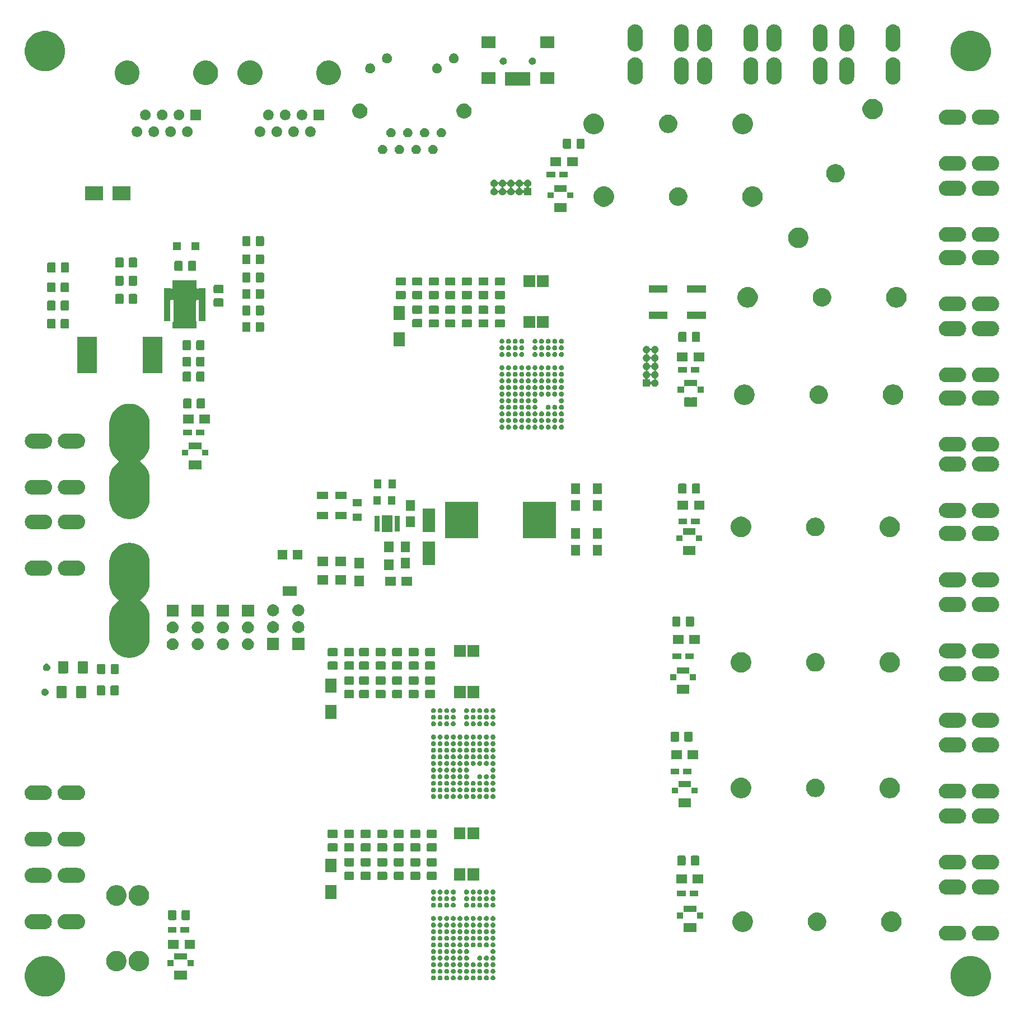
<source format=gbr>
G04 #@! TF.GenerationSoftware,KiCad,Pcbnew,(5.0.2)-1*
G04 #@! TF.CreationDate,2019-05-17T00:02:45-02:30*
G04 #@! TF.ProjectId,LVDC Distribution,4c564443-2044-4697-9374-726962757469,rev?*
G04 #@! TF.SameCoordinates,Original*
G04 #@! TF.FileFunction,Soldermask,Top*
G04 #@! TF.FilePolarity,Negative*
%FSLAX46Y46*%
G04 Gerber Fmt 4.6, Leading zero omitted, Abs format (unit mm)*
G04 Created by KiCad (PCBNEW (5.0.2)-1) date 5/17/2019 12:02:45 AM*
%MOMM*%
%LPD*%
G01*
G04 APERTURE LIST*
%ADD10C,0.100000*%
G04 APERTURE END LIST*
D10*
G36*
X195889941Y-142066248D02*
X195889943Y-142066249D01*
X195889944Y-142066249D01*
X196445190Y-142296239D01*
X196823473Y-142549000D01*
X196944902Y-142630136D01*
X197369864Y-143055098D01*
X197369866Y-143055101D01*
X197703761Y-143554810D01*
X197933751Y-144110056D01*
X197933752Y-144110059D01*
X198051000Y-144699501D01*
X198051000Y-145300499D01*
X197989319Y-145610589D01*
X197933751Y-145889944D01*
X197703761Y-146445190D01*
X197703760Y-146445191D01*
X197369864Y-146944902D01*
X196944902Y-147369864D01*
X196944899Y-147369866D01*
X196445190Y-147703761D01*
X195889944Y-147933751D01*
X195889943Y-147933751D01*
X195889941Y-147933752D01*
X195300499Y-148051000D01*
X194699501Y-148051000D01*
X194110059Y-147933752D01*
X194110057Y-147933751D01*
X194110056Y-147933751D01*
X193554810Y-147703761D01*
X193055101Y-147369866D01*
X193055098Y-147369864D01*
X192630136Y-146944902D01*
X192296240Y-146445191D01*
X192296239Y-146445190D01*
X192066249Y-145889944D01*
X192010682Y-145610589D01*
X191949000Y-145300499D01*
X191949000Y-144699501D01*
X192066248Y-144110059D01*
X192066249Y-144110056D01*
X192296239Y-143554810D01*
X192630134Y-143055101D01*
X192630136Y-143055098D01*
X193055098Y-142630136D01*
X193176527Y-142549000D01*
X193554810Y-142296239D01*
X194110056Y-142066249D01*
X194110057Y-142066249D01*
X194110059Y-142066248D01*
X194699501Y-141949000D01*
X195300499Y-141949000D01*
X195889941Y-142066248D01*
X195889941Y-142066248D01*
G37*
G36*
X55889941Y-142066248D02*
X55889943Y-142066249D01*
X55889944Y-142066249D01*
X56445190Y-142296239D01*
X56823473Y-142549000D01*
X56944902Y-142630136D01*
X57369864Y-143055098D01*
X57369866Y-143055101D01*
X57703761Y-143554810D01*
X57933751Y-144110056D01*
X57933752Y-144110059D01*
X58051000Y-144699501D01*
X58051000Y-145300499D01*
X57989319Y-145610589D01*
X57933751Y-145889944D01*
X57703761Y-146445190D01*
X57703760Y-146445191D01*
X57369864Y-146944902D01*
X56944902Y-147369864D01*
X56944899Y-147369866D01*
X56445190Y-147703761D01*
X55889944Y-147933751D01*
X55889943Y-147933751D01*
X55889941Y-147933752D01*
X55300499Y-148051000D01*
X54699501Y-148051000D01*
X54110059Y-147933752D01*
X54110057Y-147933751D01*
X54110056Y-147933751D01*
X53554810Y-147703761D01*
X53055101Y-147369866D01*
X53055098Y-147369864D01*
X52630136Y-146944902D01*
X52296240Y-146445191D01*
X52296239Y-146445190D01*
X52066249Y-145889944D01*
X52010682Y-145610589D01*
X51949000Y-145300499D01*
X51949000Y-144699501D01*
X52066248Y-144110059D01*
X52066249Y-144110056D01*
X52296239Y-143554810D01*
X52630134Y-143055101D01*
X52630136Y-143055098D01*
X53055098Y-142630136D01*
X53176527Y-142549000D01*
X53554810Y-142296239D01*
X54110056Y-142066249D01*
X54110057Y-142066249D01*
X54110059Y-142066248D01*
X54699501Y-141949000D01*
X55300499Y-141949000D01*
X55889941Y-142066248D01*
X55889941Y-142066248D01*
G37*
G36*
X119751411Y-144865485D02*
X119774859Y-144872598D01*
X119859384Y-144889411D01*
X119927629Y-144917679D01*
X119989049Y-144958719D01*
X120041281Y-145010951D01*
X120082321Y-145072371D01*
X120110589Y-145140616D01*
X120127402Y-145225141D01*
X120134515Y-145248590D01*
X120135269Y-145250001D01*
X120134515Y-145251411D01*
X120127402Y-145274859D01*
X120110589Y-145359384D01*
X120082321Y-145427629D01*
X120041281Y-145489049D01*
X119989049Y-145541281D01*
X119927629Y-145582321D01*
X119859384Y-145610589D01*
X119786935Y-145625000D01*
X119713065Y-145625000D01*
X119640616Y-145610589D01*
X119572371Y-145582321D01*
X119510951Y-145541281D01*
X119458719Y-145489049D01*
X119417679Y-145427629D01*
X119389411Y-145359384D01*
X119372598Y-145274859D01*
X119365485Y-145251410D01*
X119364731Y-145250000D01*
X119365485Y-145248589D01*
X119372598Y-145225141D01*
X119389411Y-145140616D01*
X119417679Y-145072371D01*
X119458719Y-145010951D01*
X119510951Y-144958719D01*
X119572371Y-144917679D01*
X119640616Y-144889411D01*
X119725141Y-144872598D01*
X119748590Y-144865485D01*
X119750001Y-144864731D01*
X119751411Y-144865485D01*
X119751411Y-144865485D01*
G37*
G36*
X120751411Y-144865485D02*
X120774859Y-144872598D01*
X120859384Y-144889411D01*
X120927629Y-144917679D01*
X120989049Y-144958719D01*
X121041281Y-145010951D01*
X121082321Y-145072371D01*
X121110589Y-145140616D01*
X121127402Y-145225141D01*
X121134515Y-145248590D01*
X121135269Y-145250001D01*
X121134515Y-145251411D01*
X121127402Y-145274859D01*
X121110589Y-145359384D01*
X121082321Y-145427629D01*
X121041281Y-145489049D01*
X120989049Y-145541281D01*
X120927629Y-145582321D01*
X120859384Y-145610589D01*
X120786935Y-145625000D01*
X120713065Y-145625000D01*
X120640616Y-145610589D01*
X120572371Y-145582321D01*
X120510951Y-145541281D01*
X120458719Y-145489049D01*
X120417679Y-145427629D01*
X120389411Y-145359384D01*
X120372598Y-145274859D01*
X120365485Y-145251410D01*
X120364731Y-145250000D01*
X120365485Y-145248589D01*
X120372598Y-145225141D01*
X120389411Y-145140616D01*
X120417679Y-145072371D01*
X120458719Y-145010951D01*
X120510951Y-144958719D01*
X120572371Y-144917679D01*
X120640616Y-144889411D01*
X120725141Y-144872598D01*
X120748590Y-144865485D01*
X120750001Y-144864731D01*
X120751411Y-144865485D01*
X120751411Y-144865485D01*
G37*
G36*
X118751411Y-144865485D02*
X118774859Y-144872598D01*
X118859384Y-144889411D01*
X118927629Y-144917679D01*
X118989049Y-144958719D01*
X119041281Y-145010951D01*
X119082321Y-145072371D01*
X119110589Y-145140616D01*
X119127402Y-145225141D01*
X119134515Y-145248590D01*
X119135269Y-145250001D01*
X119134515Y-145251411D01*
X119127402Y-145274859D01*
X119110589Y-145359384D01*
X119082321Y-145427629D01*
X119041281Y-145489049D01*
X118989049Y-145541281D01*
X118927629Y-145582321D01*
X118859384Y-145610589D01*
X118786935Y-145625000D01*
X118713065Y-145625000D01*
X118640616Y-145610589D01*
X118572371Y-145582321D01*
X118510951Y-145541281D01*
X118458719Y-145489049D01*
X118417679Y-145427629D01*
X118389411Y-145359384D01*
X118372598Y-145274859D01*
X118365485Y-145251410D01*
X118364731Y-145250000D01*
X118365485Y-145248589D01*
X118372598Y-145225141D01*
X118389411Y-145140616D01*
X118417679Y-145072371D01*
X118458719Y-145010951D01*
X118510951Y-144958719D01*
X118572371Y-144917679D01*
X118640616Y-144889411D01*
X118725141Y-144872598D01*
X118748590Y-144865485D01*
X118750001Y-144864731D01*
X118751411Y-144865485D01*
X118751411Y-144865485D01*
G37*
G36*
X117751411Y-144865485D02*
X117774859Y-144872598D01*
X117859384Y-144889411D01*
X117927629Y-144917679D01*
X117989049Y-144958719D01*
X118041281Y-145010951D01*
X118082321Y-145072371D01*
X118110589Y-145140616D01*
X118127402Y-145225141D01*
X118134515Y-145248590D01*
X118135269Y-145250001D01*
X118134515Y-145251411D01*
X118127402Y-145274859D01*
X118110589Y-145359384D01*
X118082321Y-145427629D01*
X118041281Y-145489049D01*
X117989049Y-145541281D01*
X117927629Y-145582321D01*
X117859384Y-145610589D01*
X117786935Y-145625000D01*
X117713065Y-145625000D01*
X117640616Y-145610589D01*
X117572371Y-145582321D01*
X117510951Y-145541281D01*
X117458719Y-145489049D01*
X117417679Y-145427629D01*
X117389411Y-145359384D01*
X117372598Y-145274859D01*
X117365485Y-145251410D01*
X117364731Y-145250000D01*
X117365485Y-145248589D01*
X117372598Y-145225141D01*
X117389411Y-145140616D01*
X117417679Y-145072371D01*
X117458719Y-145010951D01*
X117510951Y-144958719D01*
X117572371Y-144917679D01*
X117640616Y-144889411D01*
X117725141Y-144872598D01*
X117748590Y-144865485D01*
X117750001Y-144864731D01*
X117751411Y-144865485D01*
X117751411Y-144865485D01*
G37*
G36*
X122751411Y-144865485D02*
X122774859Y-144872598D01*
X122859384Y-144889411D01*
X122927629Y-144917679D01*
X122989049Y-144958719D01*
X123041281Y-145010951D01*
X123082321Y-145072371D01*
X123110589Y-145140616D01*
X123125000Y-145213065D01*
X123125000Y-145286935D01*
X123110589Y-145359384D01*
X123082321Y-145427629D01*
X123041281Y-145489049D01*
X122989049Y-145541281D01*
X122927629Y-145582321D01*
X122859384Y-145610589D01*
X122786935Y-145625000D01*
X122713065Y-145625000D01*
X122640616Y-145610589D01*
X122572371Y-145582321D01*
X122510951Y-145541281D01*
X122458719Y-145489049D01*
X122417679Y-145427629D01*
X122389411Y-145359384D01*
X122372598Y-145274859D01*
X122365485Y-145251410D01*
X122364731Y-145250000D01*
X122365485Y-145248589D01*
X122372598Y-145225141D01*
X122389411Y-145140616D01*
X122417679Y-145072371D01*
X122458719Y-145010951D01*
X122510951Y-144958719D01*
X122572371Y-144917679D01*
X122640616Y-144889411D01*
X122725141Y-144872598D01*
X122748590Y-144865485D01*
X122750001Y-144864731D01*
X122751411Y-144865485D01*
X122751411Y-144865485D01*
G37*
G36*
X116751411Y-144865485D02*
X116774859Y-144872598D01*
X116859384Y-144889411D01*
X116927629Y-144917679D01*
X116989049Y-144958719D01*
X117041281Y-145010951D01*
X117082321Y-145072371D01*
X117110589Y-145140616D01*
X117127402Y-145225141D01*
X117134515Y-145248590D01*
X117135269Y-145250001D01*
X117134515Y-145251411D01*
X117127402Y-145274859D01*
X117110589Y-145359384D01*
X117082321Y-145427629D01*
X117041281Y-145489049D01*
X116989049Y-145541281D01*
X116927629Y-145582321D01*
X116859384Y-145610589D01*
X116786935Y-145625000D01*
X116713065Y-145625000D01*
X116640616Y-145610589D01*
X116572371Y-145582321D01*
X116510951Y-145541281D01*
X116458719Y-145489049D01*
X116417679Y-145427629D01*
X116389411Y-145359384D01*
X116372598Y-145274859D01*
X116365485Y-145251410D01*
X116364731Y-145250000D01*
X116365485Y-145248589D01*
X116372598Y-145225141D01*
X116389411Y-145140616D01*
X116417679Y-145072371D01*
X116458719Y-145010951D01*
X116510951Y-144958719D01*
X116572371Y-144917679D01*
X116640616Y-144889411D01*
X116725141Y-144872598D01*
X116748590Y-144865485D01*
X116750001Y-144864731D01*
X116751411Y-144865485D01*
X116751411Y-144865485D01*
G37*
G36*
X114751411Y-144865485D02*
X114774859Y-144872598D01*
X114859384Y-144889411D01*
X114927629Y-144917679D01*
X114989049Y-144958719D01*
X115041281Y-145010951D01*
X115082321Y-145072371D01*
X115110589Y-145140616D01*
X115127402Y-145225141D01*
X115134515Y-145248590D01*
X115135269Y-145250001D01*
X115134515Y-145251411D01*
X115127402Y-145274859D01*
X115110589Y-145359384D01*
X115082321Y-145427629D01*
X115041281Y-145489049D01*
X114989049Y-145541281D01*
X114927629Y-145582321D01*
X114859384Y-145610589D01*
X114786935Y-145625000D01*
X114713065Y-145625000D01*
X114640616Y-145610589D01*
X114572371Y-145582321D01*
X114510951Y-145541281D01*
X114458719Y-145489049D01*
X114417679Y-145427629D01*
X114389411Y-145359384D01*
X114372598Y-145274859D01*
X114365485Y-145251410D01*
X114364731Y-145250000D01*
X114365485Y-145248589D01*
X114372598Y-145225141D01*
X114389411Y-145140616D01*
X114417679Y-145072371D01*
X114458719Y-145010951D01*
X114510951Y-144958719D01*
X114572371Y-144917679D01*
X114640616Y-144889411D01*
X114725141Y-144872598D01*
X114748590Y-144865485D01*
X114750001Y-144864731D01*
X114751411Y-144865485D01*
X114751411Y-144865485D01*
G37*
G36*
X113751411Y-144865485D02*
X113774859Y-144872598D01*
X113859384Y-144889411D01*
X113927629Y-144917679D01*
X113989049Y-144958719D01*
X114041281Y-145010951D01*
X114082321Y-145072371D01*
X114110589Y-145140616D01*
X114127402Y-145225141D01*
X114134515Y-145248590D01*
X114135269Y-145250001D01*
X114134515Y-145251411D01*
X114127402Y-145274859D01*
X114110589Y-145359384D01*
X114082321Y-145427629D01*
X114041281Y-145489049D01*
X113989049Y-145541281D01*
X113927629Y-145582321D01*
X113859384Y-145610589D01*
X113786935Y-145625000D01*
X113713065Y-145625000D01*
X113640616Y-145610589D01*
X113572371Y-145582321D01*
X113510951Y-145541281D01*
X113458719Y-145489049D01*
X113417679Y-145427629D01*
X113389411Y-145359384D01*
X113375000Y-145286935D01*
X113375000Y-145213065D01*
X113389411Y-145140616D01*
X113417679Y-145072371D01*
X113458719Y-145010951D01*
X113510951Y-144958719D01*
X113572371Y-144917679D01*
X113640616Y-144889411D01*
X113725141Y-144872598D01*
X113748590Y-144865485D01*
X113750001Y-144864731D01*
X113751411Y-144865485D01*
X113751411Y-144865485D01*
G37*
G36*
X121751411Y-144865485D02*
X121774859Y-144872598D01*
X121859384Y-144889411D01*
X121927629Y-144917679D01*
X121989049Y-144958719D01*
X122041281Y-145010951D01*
X122082321Y-145072371D01*
X122110589Y-145140616D01*
X122127402Y-145225141D01*
X122134515Y-145248590D01*
X122135269Y-145250001D01*
X122134515Y-145251411D01*
X122127402Y-145274859D01*
X122110589Y-145359384D01*
X122082321Y-145427629D01*
X122041281Y-145489049D01*
X121989049Y-145541281D01*
X121927629Y-145582321D01*
X121859384Y-145610589D01*
X121786935Y-145625000D01*
X121713065Y-145625000D01*
X121640616Y-145610589D01*
X121572371Y-145582321D01*
X121510951Y-145541281D01*
X121458719Y-145489049D01*
X121417679Y-145427629D01*
X121389411Y-145359384D01*
X121372598Y-145274859D01*
X121365485Y-145251410D01*
X121364731Y-145250000D01*
X121365485Y-145248589D01*
X121372598Y-145225141D01*
X121389411Y-145140616D01*
X121417679Y-145072371D01*
X121458719Y-145010951D01*
X121510951Y-144958719D01*
X121572371Y-144917679D01*
X121640616Y-144889411D01*
X121725141Y-144872598D01*
X121748590Y-144865485D01*
X121750001Y-144864731D01*
X121751411Y-144865485D01*
X121751411Y-144865485D01*
G37*
G36*
X115751411Y-144865485D02*
X115774859Y-144872598D01*
X115859384Y-144889411D01*
X115927629Y-144917679D01*
X115989049Y-144958719D01*
X116041281Y-145010951D01*
X116082321Y-145072371D01*
X116110589Y-145140616D01*
X116127402Y-145225141D01*
X116134515Y-145248590D01*
X116135269Y-145250001D01*
X116134515Y-145251411D01*
X116127402Y-145274859D01*
X116110589Y-145359384D01*
X116082321Y-145427629D01*
X116041281Y-145489049D01*
X115989049Y-145541281D01*
X115927629Y-145582321D01*
X115859384Y-145610589D01*
X115786935Y-145625000D01*
X115713065Y-145625000D01*
X115640616Y-145610589D01*
X115572371Y-145582321D01*
X115510951Y-145541281D01*
X115458719Y-145489049D01*
X115417679Y-145427629D01*
X115389411Y-145359384D01*
X115372598Y-145274859D01*
X115365485Y-145251410D01*
X115364731Y-145250000D01*
X115365485Y-145248589D01*
X115372598Y-145225141D01*
X115389411Y-145140616D01*
X115417679Y-145072371D01*
X115458719Y-145010951D01*
X115510951Y-144958719D01*
X115572371Y-144917679D01*
X115640616Y-144889411D01*
X115725141Y-144872598D01*
X115748590Y-144865485D01*
X115750001Y-144864731D01*
X115751411Y-144865485D01*
X115751411Y-144865485D01*
G37*
G36*
X75412405Y-144165511D02*
X75421262Y-144168198D01*
X75439373Y-144177878D01*
X75441082Y-144179020D01*
X75463722Y-144188396D01*
X75487755Y-144193175D01*
X75512260Y-144193173D01*
X75536293Y-144188391D01*
X75558931Y-144179013D01*
X75560638Y-144177872D01*
X75578738Y-144168198D01*
X75587595Y-144165511D01*
X75602938Y-144164000D01*
X76397062Y-144164000D01*
X76412405Y-144165511D01*
X76421262Y-144168198D01*
X76429423Y-144172560D01*
X76436572Y-144178428D01*
X76442440Y-144185577D01*
X76446802Y-144193738D01*
X76449489Y-144202595D01*
X76451000Y-144217938D01*
X76451000Y-145482062D01*
X76449489Y-145497405D01*
X76446802Y-145506262D01*
X76442440Y-145514423D01*
X76436572Y-145521572D01*
X76429423Y-145527440D01*
X76421262Y-145531802D01*
X76412405Y-145534489D01*
X76397062Y-145536000D01*
X75602938Y-145536000D01*
X75587595Y-145534489D01*
X75578738Y-145531802D01*
X75560627Y-145522122D01*
X75558918Y-145520980D01*
X75536278Y-145511604D01*
X75512245Y-145506825D01*
X75487740Y-145506827D01*
X75463707Y-145511609D01*
X75441069Y-145520987D01*
X75439362Y-145522128D01*
X75421262Y-145531802D01*
X75412405Y-145534489D01*
X75397062Y-145536000D01*
X74602938Y-145536000D01*
X74587595Y-145534489D01*
X74578738Y-145531802D01*
X74570577Y-145527440D01*
X74563428Y-145521572D01*
X74557560Y-145514423D01*
X74553198Y-145506262D01*
X74550511Y-145497405D01*
X74549000Y-145482062D01*
X74549000Y-144217938D01*
X74550511Y-144202595D01*
X74553198Y-144193738D01*
X74557560Y-144185577D01*
X74563428Y-144178428D01*
X74570577Y-144172560D01*
X74578738Y-144168198D01*
X74587595Y-144165511D01*
X74602938Y-144164000D01*
X75397062Y-144164000D01*
X75412405Y-144165511D01*
X75412405Y-144165511D01*
G37*
G36*
X122751411Y-143865485D02*
X122774859Y-143872598D01*
X122859384Y-143889411D01*
X122927629Y-143917679D01*
X122989049Y-143958719D01*
X123041281Y-144010951D01*
X123082321Y-144072371D01*
X123110589Y-144140616D01*
X123125000Y-144213065D01*
X123125000Y-144286935D01*
X123110589Y-144359384D01*
X123082321Y-144427629D01*
X123041281Y-144489049D01*
X122989049Y-144541281D01*
X122927629Y-144582321D01*
X122859384Y-144610589D01*
X122774859Y-144627402D01*
X122751410Y-144634515D01*
X122750000Y-144635269D01*
X122748589Y-144634515D01*
X122725141Y-144627402D01*
X122640616Y-144610589D01*
X122572371Y-144582321D01*
X122510951Y-144541281D01*
X122458719Y-144489049D01*
X122417679Y-144427629D01*
X122389411Y-144359384D01*
X122372598Y-144274859D01*
X122365485Y-144251410D01*
X122364731Y-144250000D01*
X122365485Y-144248589D01*
X122372598Y-144225141D01*
X122389411Y-144140616D01*
X122417679Y-144072371D01*
X122458719Y-144010951D01*
X122510951Y-143958719D01*
X122572371Y-143917679D01*
X122640616Y-143889411D01*
X122725141Y-143872598D01*
X122748590Y-143865485D01*
X122750001Y-143864731D01*
X122751411Y-143865485D01*
X122751411Y-143865485D01*
G37*
G36*
X113751411Y-143865485D02*
X113774859Y-143872598D01*
X113859384Y-143889411D01*
X113927629Y-143917679D01*
X113989049Y-143958719D01*
X114041281Y-144010951D01*
X114082321Y-144072371D01*
X114110589Y-144140616D01*
X114127402Y-144225141D01*
X114134515Y-144248590D01*
X114135269Y-144250001D01*
X114134515Y-144251411D01*
X114127402Y-144274859D01*
X114110589Y-144359384D01*
X114082321Y-144427629D01*
X114041281Y-144489049D01*
X113989049Y-144541281D01*
X113927629Y-144582321D01*
X113859384Y-144610589D01*
X113774859Y-144627402D01*
X113751410Y-144634515D01*
X113750000Y-144635269D01*
X113748589Y-144634515D01*
X113725141Y-144627402D01*
X113640616Y-144610589D01*
X113572371Y-144582321D01*
X113510951Y-144541281D01*
X113458719Y-144489049D01*
X113417679Y-144427629D01*
X113389411Y-144359384D01*
X113375000Y-144286935D01*
X113375000Y-144213065D01*
X113389411Y-144140616D01*
X113417679Y-144072371D01*
X113458719Y-144010951D01*
X113510951Y-143958719D01*
X113572371Y-143917679D01*
X113640616Y-143889411D01*
X113725141Y-143872598D01*
X113748590Y-143865485D01*
X113750001Y-143864731D01*
X113751411Y-143865485D01*
X113751411Y-143865485D01*
G37*
G36*
X114751411Y-143865485D02*
X114774859Y-143872598D01*
X114859384Y-143889411D01*
X114927629Y-143917679D01*
X114989049Y-143958719D01*
X115041281Y-144010951D01*
X115082321Y-144072371D01*
X115110589Y-144140616D01*
X115127402Y-144225141D01*
X115134515Y-144248590D01*
X115135269Y-144250001D01*
X115134515Y-144251411D01*
X115127402Y-144274859D01*
X115110589Y-144359384D01*
X115082321Y-144427629D01*
X115041281Y-144489049D01*
X114989049Y-144541281D01*
X114927629Y-144582321D01*
X114859384Y-144610589D01*
X114774859Y-144627402D01*
X114751410Y-144634515D01*
X114750000Y-144635269D01*
X114748589Y-144634515D01*
X114725141Y-144627402D01*
X114640616Y-144610589D01*
X114572371Y-144582321D01*
X114510951Y-144541281D01*
X114458719Y-144489049D01*
X114417679Y-144427629D01*
X114389411Y-144359384D01*
X114372598Y-144274859D01*
X114365485Y-144251410D01*
X114364731Y-144250000D01*
X114365485Y-144248589D01*
X114372598Y-144225141D01*
X114389411Y-144140616D01*
X114417679Y-144072371D01*
X114458719Y-144010951D01*
X114510951Y-143958719D01*
X114572371Y-143917679D01*
X114640616Y-143889411D01*
X114725141Y-143872598D01*
X114748590Y-143865485D01*
X114750001Y-143864731D01*
X114751411Y-143865485D01*
X114751411Y-143865485D01*
G37*
G36*
X115751411Y-143865485D02*
X115774859Y-143872598D01*
X115859384Y-143889411D01*
X115927629Y-143917679D01*
X115989049Y-143958719D01*
X116041281Y-144010951D01*
X116082321Y-144072371D01*
X116110589Y-144140616D01*
X116127402Y-144225141D01*
X116134515Y-144248590D01*
X116135269Y-144250001D01*
X116134515Y-144251411D01*
X116127402Y-144274859D01*
X116110589Y-144359384D01*
X116082321Y-144427629D01*
X116041281Y-144489049D01*
X115989049Y-144541281D01*
X115927629Y-144582321D01*
X115859384Y-144610589D01*
X115774859Y-144627402D01*
X115751410Y-144634515D01*
X115750000Y-144635269D01*
X115748589Y-144634515D01*
X115725141Y-144627402D01*
X115640616Y-144610589D01*
X115572371Y-144582321D01*
X115510951Y-144541281D01*
X115458719Y-144489049D01*
X115417679Y-144427629D01*
X115389411Y-144359384D01*
X115372598Y-144274859D01*
X115365485Y-144251410D01*
X115364731Y-144250000D01*
X115365485Y-144248589D01*
X115372598Y-144225141D01*
X115389411Y-144140616D01*
X115417679Y-144072371D01*
X115458719Y-144010951D01*
X115510951Y-143958719D01*
X115572371Y-143917679D01*
X115640616Y-143889411D01*
X115725141Y-143872598D01*
X115748590Y-143865485D01*
X115750001Y-143864731D01*
X115751411Y-143865485D01*
X115751411Y-143865485D01*
G37*
G36*
X116751411Y-143865485D02*
X116774859Y-143872598D01*
X116859384Y-143889411D01*
X116927629Y-143917679D01*
X116989049Y-143958719D01*
X117041281Y-144010951D01*
X117082321Y-144072371D01*
X117110589Y-144140616D01*
X117127402Y-144225141D01*
X117134515Y-144248590D01*
X117135269Y-144250001D01*
X117134515Y-144251411D01*
X117127402Y-144274859D01*
X117110589Y-144359384D01*
X117082321Y-144427629D01*
X117041281Y-144489049D01*
X116989049Y-144541281D01*
X116927629Y-144582321D01*
X116859384Y-144610589D01*
X116774859Y-144627402D01*
X116751410Y-144634515D01*
X116750000Y-144635269D01*
X116748589Y-144634515D01*
X116725141Y-144627402D01*
X116640616Y-144610589D01*
X116572371Y-144582321D01*
X116510951Y-144541281D01*
X116458719Y-144489049D01*
X116417679Y-144427629D01*
X116389411Y-144359384D01*
X116372598Y-144274859D01*
X116365485Y-144251410D01*
X116364731Y-144250000D01*
X116365485Y-144248589D01*
X116372598Y-144225141D01*
X116389411Y-144140616D01*
X116417679Y-144072371D01*
X116458719Y-144010951D01*
X116510951Y-143958719D01*
X116572371Y-143917679D01*
X116640616Y-143889411D01*
X116725141Y-143872598D01*
X116748590Y-143865485D01*
X116750001Y-143864731D01*
X116751411Y-143865485D01*
X116751411Y-143865485D01*
G37*
G36*
X117751411Y-143865485D02*
X117774859Y-143872598D01*
X117859384Y-143889411D01*
X117927629Y-143917679D01*
X117989049Y-143958719D01*
X118041281Y-144010951D01*
X118082321Y-144072371D01*
X118110589Y-144140616D01*
X118127402Y-144225141D01*
X118134515Y-144248590D01*
X118135269Y-144250001D01*
X118134515Y-144251411D01*
X118127402Y-144274859D01*
X118110589Y-144359384D01*
X118082321Y-144427629D01*
X118041281Y-144489049D01*
X117989049Y-144541281D01*
X117927629Y-144582321D01*
X117859384Y-144610589D01*
X117774859Y-144627402D01*
X117751410Y-144634515D01*
X117750000Y-144635269D01*
X117748589Y-144634515D01*
X117725141Y-144627402D01*
X117640616Y-144610589D01*
X117572371Y-144582321D01*
X117510951Y-144541281D01*
X117458719Y-144489049D01*
X117417679Y-144427629D01*
X117389411Y-144359384D01*
X117372598Y-144274859D01*
X117365485Y-144251410D01*
X117364731Y-144250000D01*
X117365485Y-144248589D01*
X117372598Y-144225141D01*
X117389411Y-144140616D01*
X117417679Y-144072371D01*
X117458719Y-144010951D01*
X117510951Y-143958719D01*
X117572371Y-143917679D01*
X117640616Y-143889411D01*
X117725141Y-143872598D01*
X117748590Y-143865485D01*
X117750001Y-143864731D01*
X117751411Y-143865485D01*
X117751411Y-143865485D01*
G37*
G36*
X120751411Y-143865485D02*
X120774859Y-143872598D01*
X120859384Y-143889411D01*
X120927629Y-143917679D01*
X120989049Y-143958719D01*
X121041281Y-144010951D01*
X121082321Y-144072371D01*
X121110589Y-144140616D01*
X121127402Y-144225141D01*
X121134515Y-144248590D01*
X121135269Y-144250001D01*
X121134515Y-144251411D01*
X121127402Y-144274859D01*
X121110589Y-144359384D01*
X121082321Y-144427629D01*
X121041281Y-144489049D01*
X120989049Y-144541281D01*
X120927629Y-144582321D01*
X120859384Y-144610589D01*
X120774859Y-144627402D01*
X120751410Y-144634515D01*
X120750000Y-144635269D01*
X120748589Y-144634515D01*
X120725141Y-144627402D01*
X120640616Y-144610589D01*
X120572371Y-144582321D01*
X120510951Y-144541281D01*
X120458719Y-144489049D01*
X120417679Y-144427629D01*
X120389411Y-144359384D01*
X120372598Y-144274859D01*
X120365485Y-144251410D01*
X120364731Y-144250000D01*
X120365485Y-144248589D01*
X120372598Y-144225141D01*
X120389411Y-144140616D01*
X120417679Y-144072371D01*
X120458719Y-144010951D01*
X120510951Y-143958719D01*
X120572371Y-143917679D01*
X120640616Y-143889411D01*
X120725141Y-143872598D01*
X120748590Y-143865485D01*
X120750001Y-143864731D01*
X120751411Y-143865485D01*
X120751411Y-143865485D01*
G37*
G36*
X118751411Y-143865485D02*
X118774859Y-143872598D01*
X118859384Y-143889411D01*
X118927629Y-143917679D01*
X118989049Y-143958719D01*
X119041281Y-144010951D01*
X119082321Y-144072371D01*
X119110589Y-144140616D01*
X119127402Y-144225141D01*
X119134515Y-144248590D01*
X119135269Y-144250001D01*
X119134515Y-144251411D01*
X119127402Y-144274859D01*
X119110589Y-144359384D01*
X119082321Y-144427629D01*
X119041281Y-144489049D01*
X118989049Y-144541281D01*
X118927629Y-144582321D01*
X118859384Y-144610589D01*
X118774859Y-144627402D01*
X118751410Y-144634515D01*
X118750000Y-144635269D01*
X118748589Y-144634515D01*
X118725141Y-144627402D01*
X118640616Y-144610589D01*
X118572371Y-144582321D01*
X118510951Y-144541281D01*
X118458719Y-144489049D01*
X118417679Y-144427629D01*
X118389411Y-144359384D01*
X118372598Y-144274859D01*
X118365485Y-144251410D01*
X118364731Y-144250000D01*
X118365485Y-144248589D01*
X118372598Y-144225141D01*
X118389411Y-144140616D01*
X118417679Y-144072371D01*
X118458719Y-144010951D01*
X118510951Y-143958719D01*
X118572371Y-143917679D01*
X118640616Y-143889411D01*
X118725141Y-143872598D01*
X118748590Y-143865485D01*
X118750001Y-143864731D01*
X118751411Y-143865485D01*
X118751411Y-143865485D01*
G37*
G36*
X119751411Y-143865485D02*
X119774859Y-143872598D01*
X119859384Y-143889411D01*
X119927629Y-143917679D01*
X119989049Y-143958719D01*
X120041281Y-144010951D01*
X120082321Y-144072371D01*
X120110589Y-144140616D01*
X120127402Y-144225141D01*
X120134515Y-144248590D01*
X120135269Y-144250001D01*
X120134515Y-144251411D01*
X120127402Y-144274859D01*
X120110589Y-144359384D01*
X120082321Y-144427629D01*
X120041281Y-144489049D01*
X119989049Y-144541281D01*
X119927629Y-144582321D01*
X119859384Y-144610589D01*
X119774859Y-144627402D01*
X119751410Y-144634515D01*
X119750000Y-144635269D01*
X119748589Y-144634515D01*
X119725141Y-144627402D01*
X119640616Y-144610589D01*
X119572371Y-144582321D01*
X119510951Y-144541281D01*
X119458719Y-144489049D01*
X119417679Y-144427629D01*
X119389411Y-144359384D01*
X119372598Y-144274859D01*
X119365485Y-144251410D01*
X119364731Y-144250000D01*
X119365485Y-144248589D01*
X119372598Y-144225141D01*
X119389411Y-144140616D01*
X119417679Y-144072371D01*
X119458719Y-144010951D01*
X119510951Y-143958719D01*
X119572371Y-143917679D01*
X119640616Y-143889411D01*
X119725141Y-143872598D01*
X119748590Y-143865485D01*
X119750001Y-143864731D01*
X119751411Y-143865485D01*
X119751411Y-143865485D01*
G37*
G36*
X121751411Y-143865485D02*
X121774859Y-143872598D01*
X121859384Y-143889411D01*
X121927629Y-143917679D01*
X121989049Y-143958719D01*
X122041281Y-144010951D01*
X122082321Y-144072371D01*
X122110589Y-144140616D01*
X122127402Y-144225141D01*
X122134515Y-144248590D01*
X122135269Y-144250001D01*
X122134515Y-144251411D01*
X122127402Y-144274859D01*
X122110589Y-144359384D01*
X122082321Y-144427629D01*
X122041281Y-144489049D01*
X121989049Y-144541281D01*
X121927629Y-144582321D01*
X121859384Y-144610589D01*
X121774859Y-144627402D01*
X121751410Y-144634515D01*
X121750000Y-144635269D01*
X121748589Y-144634515D01*
X121725141Y-144627402D01*
X121640616Y-144610589D01*
X121572371Y-144582321D01*
X121510951Y-144541281D01*
X121458719Y-144489049D01*
X121417679Y-144427629D01*
X121389411Y-144359384D01*
X121372598Y-144274859D01*
X121365485Y-144251410D01*
X121364731Y-144250000D01*
X121365485Y-144248589D01*
X121372598Y-144225141D01*
X121389411Y-144140616D01*
X121417679Y-144072371D01*
X121458719Y-144010951D01*
X121510951Y-143958719D01*
X121572371Y-143917679D01*
X121640616Y-143889411D01*
X121725141Y-143872598D01*
X121748590Y-143865485D01*
X121750001Y-143864731D01*
X121751411Y-143865485D01*
X121751411Y-143865485D01*
G37*
G36*
X66152527Y-141198736D02*
X66252410Y-141218604D01*
X66534674Y-141335521D01*
X66788705Y-141505259D01*
X67004741Y-141721295D01*
X67174479Y-141975326D01*
X67291396Y-142257590D01*
X67291396Y-142257591D01*
X67351000Y-142557238D01*
X67351000Y-142862762D01*
X67345699Y-142889411D01*
X67291396Y-143162410D01*
X67174479Y-143444674D01*
X67004741Y-143698705D01*
X66788705Y-143914741D01*
X66534674Y-144084479D01*
X66252410Y-144201396D01*
X66152527Y-144221264D01*
X65952762Y-144261000D01*
X65647238Y-144261000D01*
X65447473Y-144221264D01*
X65347590Y-144201396D01*
X65065326Y-144084479D01*
X64811295Y-143914741D01*
X64595259Y-143698705D01*
X64425521Y-143444674D01*
X64308604Y-143162410D01*
X64254301Y-142889411D01*
X64249000Y-142862762D01*
X64249000Y-142557238D01*
X64308604Y-142257591D01*
X64308604Y-142257590D01*
X64425521Y-141975326D01*
X64595259Y-141721295D01*
X64811295Y-141505259D01*
X65065326Y-141335521D01*
X65347590Y-141218604D01*
X65447473Y-141198736D01*
X65647238Y-141159000D01*
X65952762Y-141159000D01*
X66152527Y-141198736D01*
X66152527Y-141198736D01*
G37*
G36*
X69552527Y-141198736D02*
X69652410Y-141218604D01*
X69934674Y-141335521D01*
X70188705Y-141505259D01*
X70404741Y-141721295D01*
X70574479Y-141975326D01*
X70691396Y-142257590D01*
X70691396Y-142257591D01*
X70751000Y-142557238D01*
X70751000Y-142862762D01*
X70745699Y-142889411D01*
X70691396Y-143162410D01*
X70574479Y-143444674D01*
X70404741Y-143698705D01*
X70188705Y-143914741D01*
X69934674Y-144084479D01*
X69652410Y-144201396D01*
X69552527Y-144221264D01*
X69352762Y-144261000D01*
X69047238Y-144261000D01*
X68847473Y-144221264D01*
X68747590Y-144201396D01*
X68465326Y-144084479D01*
X68211295Y-143914741D01*
X67995259Y-143698705D01*
X67825521Y-143444674D01*
X67708604Y-143162410D01*
X67654301Y-142889411D01*
X67649000Y-142862762D01*
X67649000Y-142557238D01*
X67708604Y-142257591D01*
X67708604Y-142257590D01*
X67825521Y-141975326D01*
X67995259Y-141721295D01*
X68211295Y-141505259D01*
X68465326Y-141335521D01*
X68747590Y-141218604D01*
X68847473Y-141198736D01*
X69047238Y-141159000D01*
X69352762Y-141159000D01*
X69552527Y-141198736D01*
X69552527Y-141198736D01*
G37*
G36*
X119859384Y-142889411D02*
X119927629Y-142917679D01*
X119989049Y-142958719D01*
X120041281Y-143010951D01*
X120082321Y-143072371D01*
X120110589Y-143140616D01*
X120127402Y-143225141D01*
X120134515Y-143248590D01*
X120135269Y-143250001D01*
X120134515Y-143251411D01*
X120127402Y-143274859D01*
X120110589Y-143359384D01*
X120082321Y-143427629D01*
X120041281Y-143489049D01*
X119989049Y-143541281D01*
X119927629Y-143582321D01*
X119859384Y-143610589D01*
X119774859Y-143627402D01*
X119751410Y-143634515D01*
X119750000Y-143635269D01*
X119748589Y-143634515D01*
X119725141Y-143627402D01*
X119640616Y-143610589D01*
X119572371Y-143582321D01*
X119510951Y-143541281D01*
X119458719Y-143489049D01*
X119417679Y-143427629D01*
X119389411Y-143359384D01*
X119372598Y-143274859D01*
X119365485Y-143251410D01*
X119364731Y-143250000D01*
X119365485Y-143248589D01*
X119372598Y-143225141D01*
X119389411Y-143140616D01*
X119417679Y-143072371D01*
X119458719Y-143010951D01*
X119510951Y-142958719D01*
X119572371Y-142917679D01*
X119640616Y-142889411D01*
X119713065Y-142875000D01*
X119786935Y-142875000D01*
X119859384Y-142889411D01*
X119859384Y-142889411D01*
G37*
G36*
X120751411Y-142865485D02*
X120774859Y-142872598D01*
X120859384Y-142889411D01*
X120927629Y-142917679D01*
X120989049Y-142958719D01*
X121041281Y-143010951D01*
X121082321Y-143072371D01*
X121110589Y-143140616D01*
X121127402Y-143225141D01*
X121134515Y-143248590D01*
X121135269Y-143250001D01*
X121134515Y-143251411D01*
X121127402Y-143274859D01*
X121110589Y-143359384D01*
X121082321Y-143427629D01*
X121041281Y-143489049D01*
X120989049Y-143541281D01*
X120927629Y-143582321D01*
X120859384Y-143610589D01*
X120774859Y-143627402D01*
X120751410Y-143634515D01*
X120750000Y-143635269D01*
X120748589Y-143634515D01*
X120725141Y-143627402D01*
X120640616Y-143610589D01*
X120572371Y-143582321D01*
X120510951Y-143541281D01*
X120458719Y-143489049D01*
X120417679Y-143427629D01*
X120389411Y-143359384D01*
X120372598Y-143274859D01*
X120365485Y-143251410D01*
X120364731Y-143250000D01*
X120365485Y-143248589D01*
X120372598Y-143225141D01*
X120389411Y-143140616D01*
X120417679Y-143072371D01*
X120458719Y-143010951D01*
X120510951Y-142958719D01*
X120572371Y-142917679D01*
X120640616Y-142889411D01*
X120725141Y-142872598D01*
X120748590Y-142865485D01*
X120750001Y-142864731D01*
X120751411Y-142865485D01*
X120751411Y-142865485D01*
G37*
G36*
X116751411Y-142865485D02*
X116774859Y-142872598D01*
X116859384Y-142889411D01*
X116927629Y-142917679D01*
X116989049Y-142958719D01*
X117041281Y-143010951D01*
X117082321Y-143072371D01*
X117110589Y-143140616D01*
X117127402Y-143225141D01*
X117134515Y-143248590D01*
X117135269Y-143250001D01*
X117134515Y-143251411D01*
X117127402Y-143274859D01*
X117110589Y-143359384D01*
X117082321Y-143427629D01*
X117041281Y-143489049D01*
X116989049Y-143541281D01*
X116927629Y-143582321D01*
X116859384Y-143610589D01*
X116774859Y-143627402D01*
X116751410Y-143634515D01*
X116750000Y-143635269D01*
X116748589Y-143634515D01*
X116725141Y-143627402D01*
X116640616Y-143610589D01*
X116572371Y-143582321D01*
X116510951Y-143541281D01*
X116458719Y-143489049D01*
X116417679Y-143427629D01*
X116389411Y-143359384D01*
X116372598Y-143274859D01*
X116365485Y-143251410D01*
X116364731Y-143250000D01*
X116365485Y-143248589D01*
X116372598Y-143225141D01*
X116389411Y-143140616D01*
X116417679Y-143072371D01*
X116458719Y-143010951D01*
X116510951Y-142958719D01*
X116572371Y-142917679D01*
X116640616Y-142889411D01*
X116725141Y-142872598D01*
X116748590Y-142865485D01*
X116750001Y-142864731D01*
X116751411Y-142865485D01*
X116751411Y-142865485D01*
G37*
G36*
X115751411Y-142865485D02*
X115774859Y-142872598D01*
X115859384Y-142889411D01*
X115927629Y-142917679D01*
X115989049Y-142958719D01*
X116041281Y-143010951D01*
X116082321Y-143072371D01*
X116110589Y-143140616D01*
X116127402Y-143225141D01*
X116134515Y-143248590D01*
X116135269Y-143250001D01*
X116134515Y-143251411D01*
X116127402Y-143274859D01*
X116110589Y-143359384D01*
X116082321Y-143427629D01*
X116041281Y-143489049D01*
X115989049Y-143541281D01*
X115927629Y-143582321D01*
X115859384Y-143610589D01*
X115774859Y-143627402D01*
X115751410Y-143634515D01*
X115750000Y-143635269D01*
X115748589Y-143634515D01*
X115725141Y-143627402D01*
X115640616Y-143610589D01*
X115572371Y-143582321D01*
X115510951Y-143541281D01*
X115458719Y-143489049D01*
X115417679Y-143427629D01*
X115389411Y-143359384D01*
X115372598Y-143274859D01*
X115365485Y-143251410D01*
X115364731Y-143250000D01*
X115365485Y-143248589D01*
X115372598Y-143225141D01*
X115389411Y-143140616D01*
X115417679Y-143072371D01*
X115458719Y-143010951D01*
X115510951Y-142958719D01*
X115572371Y-142917679D01*
X115640616Y-142889411D01*
X115725141Y-142872598D01*
X115748590Y-142865485D01*
X115750001Y-142864731D01*
X115751411Y-142865485D01*
X115751411Y-142865485D01*
G37*
G36*
X118751411Y-142865485D02*
X118774859Y-142872598D01*
X118859384Y-142889411D01*
X118927629Y-142917679D01*
X118989049Y-142958719D01*
X119041281Y-143010951D01*
X119082321Y-143072371D01*
X119110589Y-143140616D01*
X119127402Y-143225141D01*
X119134515Y-143248590D01*
X119135269Y-143250001D01*
X119134515Y-143251411D01*
X119127402Y-143274859D01*
X119110589Y-143359384D01*
X119082321Y-143427629D01*
X119041281Y-143489049D01*
X118989049Y-143541281D01*
X118927629Y-143582321D01*
X118859384Y-143610589D01*
X118774859Y-143627402D01*
X118751410Y-143634515D01*
X118750000Y-143635269D01*
X118748589Y-143634515D01*
X118725141Y-143627402D01*
X118640616Y-143610589D01*
X118572371Y-143582321D01*
X118510951Y-143541281D01*
X118458719Y-143489049D01*
X118417679Y-143427629D01*
X118389411Y-143359384D01*
X118372598Y-143274859D01*
X118365485Y-143251410D01*
X118364731Y-143250000D01*
X118365485Y-143248589D01*
X118372598Y-143225141D01*
X118389411Y-143140616D01*
X118417679Y-143072371D01*
X118458719Y-143010951D01*
X118510951Y-142958719D01*
X118572371Y-142917679D01*
X118640616Y-142889411D01*
X118725141Y-142872598D01*
X118748590Y-142865485D01*
X118750001Y-142864731D01*
X118751411Y-142865485D01*
X118751411Y-142865485D01*
G37*
G36*
X121751411Y-142865485D02*
X121774859Y-142872598D01*
X121859384Y-142889411D01*
X121927629Y-142917679D01*
X121989049Y-142958719D01*
X122041281Y-143010951D01*
X122082321Y-143072371D01*
X122110589Y-143140616D01*
X122127402Y-143225141D01*
X122134515Y-143248590D01*
X122135269Y-143250001D01*
X122134515Y-143251411D01*
X122127402Y-143274859D01*
X122110589Y-143359384D01*
X122082321Y-143427629D01*
X122041281Y-143489049D01*
X121989049Y-143541281D01*
X121927629Y-143582321D01*
X121859384Y-143610589D01*
X121774859Y-143627402D01*
X121751410Y-143634515D01*
X121750000Y-143635269D01*
X121748589Y-143634515D01*
X121725141Y-143627402D01*
X121640616Y-143610589D01*
X121572371Y-143582321D01*
X121510951Y-143541281D01*
X121458719Y-143489049D01*
X121417679Y-143427629D01*
X121389411Y-143359384D01*
X121372598Y-143274859D01*
X121365485Y-143251410D01*
X121364731Y-143250000D01*
X121365485Y-143248589D01*
X121372598Y-143225141D01*
X121389411Y-143140616D01*
X121417679Y-143072371D01*
X121458719Y-143010951D01*
X121510951Y-142958719D01*
X121572371Y-142917679D01*
X121640616Y-142889411D01*
X121725141Y-142872598D01*
X121748590Y-142865485D01*
X121750001Y-142864731D01*
X121751411Y-142865485D01*
X121751411Y-142865485D01*
G37*
G36*
X122751411Y-142865485D02*
X122774859Y-142872598D01*
X122859384Y-142889411D01*
X122927629Y-142917679D01*
X122989049Y-142958719D01*
X123041281Y-143010951D01*
X123082321Y-143072371D01*
X123110589Y-143140616D01*
X123125000Y-143213065D01*
X123125000Y-143286935D01*
X123110589Y-143359384D01*
X123082321Y-143427629D01*
X123041281Y-143489049D01*
X122989049Y-143541281D01*
X122927629Y-143582321D01*
X122859384Y-143610589D01*
X122774859Y-143627402D01*
X122751410Y-143634515D01*
X122750000Y-143635269D01*
X122748589Y-143634515D01*
X122725141Y-143627402D01*
X122640616Y-143610589D01*
X122572371Y-143582321D01*
X122510951Y-143541281D01*
X122458719Y-143489049D01*
X122417679Y-143427629D01*
X122389411Y-143359384D01*
X122372598Y-143274859D01*
X122365485Y-143251410D01*
X122364731Y-143250000D01*
X122365485Y-143248589D01*
X122372598Y-143225141D01*
X122389411Y-143140616D01*
X122417679Y-143072371D01*
X122458719Y-143010951D01*
X122510951Y-142958719D01*
X122572371Y-142917679D01*
X122640616Y-142889411D01*
X122725141Y-142872598D01*
X122748590Y-142865485D01*
X122750001Y-142864731D01*
X122751411Y-142865485D01*
X122751411Y-142865485D01*
G37*
G36*
X114751411Y-142865485D02*
X114774859Y-142872598D01*
X114859384Y-142889411D01*
X114927629Y-142917679D01*
X114989049Y-142958719D01*
X115041281Y-143010951D01*
X115082321Y-143072371D01*
X115110589Y-143140616D01*
X115127402Y-143225141D01*
X115134515Y-143248590D01*
X115135269Y-143250001D01*
X115134515Y-143251411D01*
X115127402Y-143274859D01*
X115110589Y-143359384D01*
X115082321Y-143427629D01*
X115041281Y-143489049D01*
X114989049Y-143541281D01*
X114927629Y-143582321D01*
X114859384Y-143610589D01*
X114774859Y-143627402D01*
X114751410Y-143634515D01*
X114750000Y-143635269D01*
X114748589Y-143634515D01*
X114725141Y-143627402D01*
X114640616Y-143610589D01*
X114572371Y-143582321D01*
X114510951Y-143541281D01*
X114458719Y-143489049D01*
X114417679Y-143427629D01*
X114389411Y-143359384D01*
X114372598Y-143274859D01*
X114365485Y-143251410D01*
X114364731Y-143250000D01*
X114365485Y-143248589D01*
X114372598Y-143225141D01*
X114389411Y-143140616D01*
X114417679Y-143072371D01*
X114458719Y-143010951D01*
X114510951Y-142958719D01*
X114572371Y-142917679D01*
X114640616Y-142889411D01*
X114725141Y-142872598D01*
X114748590Y-142865485D01*
X114750001Y-142864731D01*
X114751411Y-142865485D01*
X114751411Y-142865485D01*
G37*
G36*
X117751411Y-142865485D02*
X117774859Y-142872598D01*
X117859384Y-142889411D01*
X117927629Y-142917679D01*
X117989049Y-142958719D01*
X118041281Y-143010951D01*
X118082321Y-143072371D01*
X118110589Y-143140616D01*
X118127402Y-143225141D01*
X118134515Y-143248590D01*
X118135269Y-143250001D01*
X118134515Y-143251411D01*
X118127402Y-143274859D01*
X118110589Y-143359384D01*
X118082321Y-143427629D01*
X118041281Y-143489049D01*
X117989049Y-143541281D01*
X117927629Y-143582321D01*
X117859384Y-143610589D01*
X117774859Y-143627402D01*
X117751410Y-143634515D01*
X117750000Y-143635269D01*
X117748589Y-143634515D01*
X117725141Y-143627402D01*
X117640616Y-143610589D01*
X117572371Y-143582321D01*
X117510951Y-143541281D01*
X117458719Y-143489049D01*
X117417679Y-143427629D01*
X117389411Y-143359384D01*
X117372598Y-143274859D01*
X117365485Y-143251410D01*
X117364731Y-143250000D01*
X117365485Y-143248589D01*
X117372598Y-143225141D01*
X117389411Y-143140616D01*
X117417679Y-143072371D01*
X117458719Y-143010951D01*
X117510951Y-142958719D01*
X117572371Y-142917679D01*
X117640616Y-142889411D01*
X117725141Y-142872598D01*
X117748590Y-142865485D01*
X117750001Y-142864731D01*
X117751411Y-142865485D01*
X117751411Y-142865485D01*
G37*
G36*
X113751411Y-142865485D02*
X113774859Y-142872598D01*
X113859384Y-142889411D01*
X113927629Y-142917679D01*
X113989049Y-142958719D01*
X114041281Y-143010951D01*
X114082321Y-143072371D01*
X114110589Y-143140616D01*
X114127402Y-143225141D01*
X114134515Y-143248590D01*
X114135269Y-143250001D01*
X114134515Y-143251411D01*
X114127402Y-143274859D01*
X114110589Y-143359384D01*
X114082321Y-143427629D01*
X114041281Y-143489049D01*
X113989049Y-143541281D01*
X113927629Y-143582321D01*
X113859384Y-143610589D01*
X113774859Y-143627402D01*
X113751410Y-143634515D01*
X113750000Y-143635269D01*
X113748589Y-143634515D01*
X113725141Y-143627402D01*
X113640616Y-143610589D01*
X113572371Y-143582321D01*
X113510951Y-143541281D01*
X113458719Y-143489049D01*
X113417679Y-143427629D01*
X113389411Y-143359384D01*
X113375000Y-143286935D01*
X113375000Y-143213065D01*
X113389411Y-143140616D01*
X113417679Y-143072371D01*
X113458719Y-143010951D01*
X113510951Y-142958719D01*
X113572371Y-142917679D01*
X113640616Y-142889411D01*
X113725141Y-142872598D01*
X113748590Y-142865485D01*
X113750001Y-142864731D01*
X113751411Y-142865485D01*
X113751411Y-142865485D01*
G37*
G36*
X76451000Y-142424000D02*
X76453402Y-142448386D01*
X76460515Y-142471835D01*
X76472066Y-142493446D01*
X76487612Y-142512388D01*
X76506554Y-142527934D01*
X76528165Y-142539485D01*
X76551614Y-142546598D01*
X76576000Y-142549000D01*
X77476000Y-142549000D01*
X77476000Y-143451000D01*
X76524000Y-143451000D01*
X76524000Y-142601000D01*
X76521598Y-142576614D01*
X76514485Y-142553165D01*
X76502934Y-142531554D01*
X76487388Y-142512612D01*
X76468446Y-142497066D01*
X76446835Y-142485515D01*
X76423386Y-142478402D01*
X76399000Y-142476000D01*
X74601000Y-142476000D01*
X74576614Y-142478402D01*
X74553165Y-142485515D01*
X74531554Y-142497066D01*
X74512612Y-142512612D01*
X74497066Y-142531554D01*
X74485515Y-142553165D01*
X74478402Y-142576614D01*
X74476000Y-142601000D01*
X74476000Y-143451000D01*
X73524000Y-143451000D01*
X73524000Y-142549000D01*
X74424000Y-142549000D01*
X74448386Y-142546598D01*
X74471835Y-142539485D01*
X74493446Y-142527934D01*
X74512388Y-142512388D01*
X74527934Y-142493446D01*
X74539485Y-142471835D01*
X74546598Y-142448386D01*
X74549000Y-142424000D01*
X74549000Y-141524000D01*
X76451000Y-141524000D01*
X76451000Y-142424000D01*
X76451000Y-142424000D01*
G37*
G36*
X122751411Y-141865485D02*
X122774859Y-141872598D01*
X122859384Y-141889411D01*
X122927629Y-141917679D01*
X122989049Y-141958719D01*
X123041281Y-142010951D01*
X123082321Y-142072371D01*
X123110589Y-142140616D01*
X123125000Y-142213065D01*
X123125000Y-142286935D01*
X123110589Y-142359384D01*
X123082321Y-142427629D01*
X123041281Y-142489049D01*
X122989049Y-142541281D01*
X122927629Y-142582321D01*
X122859384Y-142610589D01*
X122774859Y-142627402D01*
X122751410Y-142634515D01*
X122750000Y-142635269D01*
X122748589Y-142634515D01*
X122725141Y-142627402D01*
X122640616Y-142610589D01*
X122572371Y-142582321D01*
X122510951Y-142541281D01*
X122458719Y-142489049D01*
X122417679Y-142427629D01*
X122389411Y-142359384D01*
X122372598Y-142274859D01*
X122365485Y-142251410D01*
X122364731Y-142250000D01*
X122365485Y-142248589D01*
X122372598Y-142225141D01*
X122389411Y-142140616D01*
X122417679Y-142072371D01*
X122458719Y-142010951D01*
X122510951Y-141958719D01*
X122572371Y-141917679D01*
X122640616Y-141889411D01*
X122725141Y-141872598D01*
X122748590Y-141865485D01*
X122750000Y-141864731D01*
X122751411Y-141865485D01*
X122751411Y-141865485D01*
G37*
G36*
X120859384Y-141889411D02*
X120927629Y-141917679D01*
X120989049Y-141958719D01*
X121041281Y-142010951D01*
X121082321Y-142072371D01*
X121110589Y-142140616D01*
X121127402Y-142225141D01*
X121134515Y-142248590D01*
X121135269Y-142250001D01*
X121134515Y-142251411D01*
X121127402Y-142274859D01*
X121110589Y-142359384D01*
X121082321Y-142427629D01*
X121041281Y-142489049D01*
X120989049Y-142541281D01*
X120927629Y-142582321D01*
X120859384Y-142610589D01*
X120774859Y-142627402D01*
X120751410Y-142634515D01*
X120750000Y-142635269D01*
X120748589Y-142634515D01*
X120725141Y-142627402D01*
X120640616Y-142610589D01*
X120572371Y-142582321D01*
X120510951Y-142541281D01*
X120458719Y-142489049D01*
X120417679Y-142427629D01*
X120389411Y-142359384D01*
X120375000Y-142286935D01*
X120375000Y-142213065D01*
X120389411Y-142140616D01*
X120417679Y-142072371D01*
X120458719Y-142010951D01*
X120510951Y-141958719D01*
X120572371Y-141917679D01*
X120640616Y-141889411D01*
X120713065Y-141875000D01*
X120786935Y-141875000D01*
X120859384Y-141889411D01*
X120859384Y-141889411D01*
G37*
G36*
X121859384Y-141889411D02*
X121927629Y-141917679D01*
X121989049Y-141958719D01*
X122041281Y-142010951D01*
X122082321Y-142072371D01*
X122110589Y-142140616D01*
X122127402Y-142225141D01*
X122134515Y-142248590D01*
X122135269Y-142250001D01*
X122134515Y-142251411D01*
X122127402Y-142274859D01*
X122110589Y-142359384D01*
X122082321Y-142427629D01*
X122041281Y-142489049D01*
X121989049Y-142541281D01*
X121927629Y-142582321D01*
X121859384Y-142610589D01*
X121774859Y-142627402D01*
X121751410Y-142634515D01*
X121750000Y-142635269D01*
X121748589Y-142634515D01*
X121725141Y-142627402D01*
X121640616Y-142610589D01*
X121572371Y-142582321D01*
X121510951Y-142541281D01*
X121458719Y-142489049D01*
X121417679Y-142427629D01*
X121389411Y-142359384D01*
X121372598Y-142274859D01*
X121365485Y-142251410D01*
X121364731Y-142250000D01*
X121365485Y-142248589D01*
X121372598Y-142225141D01*
X121389411Y-142140616D01*
X121417679Y-142072371D01*
X121458719Y-142010951D01*
X121510951Y-141958719D01*
X121572371Y-141917679D01*
X121640616Y-141889411D01*
X121713065Y-141875000D01*
X121786935Y-141875000D01*
X121859384Y-141889411D01*
X121859384Y-141889411D01*
G37*
G36*
X118751411Y-141865485D02*
X118774859Y-141872598D01*
X118859384Y-141889411D01*
X118927629Y-141917679D01*
X118989049Y-141958719D01*
X119041281Y-142010951D01*
X119082321Y-142072371D01*
X119110589Y-142140616D01*
X119125000Y-142213065D01*
X119125000Y-142286935D01*
X119110589Y-142359384D01*
X119082321Y-142427629D01*
X119041281Y-142489049D01*
X118989049Y-142541281D01*
X118927629Y-142582321D01*
X118859384Y-142610589D01*
X118774859Y-142627402D01*
X118751410Y-142634515D01*
X118750000Y-142635269D01*
X118748589Y-142634515D01*
X118725141Y-142627402D01*
X118640616Y-142610589D01*
X118572371Y-142582321D01*
X118510951Y-142541281D01*
X118458719Y-142489049D01*
X118417679Y-142427629D01*
X118389411Y-142359384D01*
X118372598Y-142274859D01*
X118365485Y-142251410D01*
X118364731Y-142250000D01*
X118365485Y-142248589D01*
X118372598Y-142225141D01*
X118389411Y-142140616D01*
X118417679Y-142072371D01*
X118458719Y-142010951D01*
X118510951Y-141958719D01*
X118572371Y-141917679D01*
X118640616Y-141889411D01*
X118725141Y-141872598D01*
X118748590Y-141865485D01*
X118750000Y-141864731D01*
X118751411Y-141865485D01*
X118751411Y-141865485D01*
G37*
G36*
X113751411Y-141865485D02*
X113774859Y-141872598D01*
X113859384Y-141889411D01*
X113927629Y-141917679D01*
X113989049Y-141958719D01*
X114041281Y-142010951D01*
X114082321Y-142072371D01*
X114110589Y-142140616D01*
X114127402Y-142225141D01*
X114134515Y-142248590D01*
X114135269Y-142250001D01*
X114134515Y-142251411D01*
X114127402Y-142274859D01*
X114110589Y-142359384D01*
X114082321Y-142427629D01*
X114041281Y-142489049D01*
X113989049Y-142541281D01*
X113927629Y-142582321D01*
X113859384Y-142610589D01*
X113774859Y-142627402D01*
X113751410Y-142634515D01*
X113750000Y-142635269D01*
X113748589Y-142634515D01*
X113725141Y-142627402D01*
X113640616Y-142610589D01*
X113572371Y-142582321D01*
X113510951Y-142541281D01*
X113458719Y-142489049D01*
X113417679Y-142427629D01*
X113389411Y-142359384D01*
X113375000Y-142286935D01*
X113375000Y-142213065D01*
X113389411Y-142140616D01*
X113417679Y-142072371D01*
X113458719Y-142010951D01*
X113510951Y-141958719D01*
X113572371Y-141917679D01*
X113640616Y-141889411D01*
X113725141Y-141872598D01*
X113748590Y-141865485D01*
X113750000Y-141864731D01*
X113751411Y-141865485D01*
X113751411Y-141865485D01*
G37*
G36*
X114751411Y-141865485D02*
X114774859Y-141872598D01*
X114859384Y-141889411D01*
X114927629Y-141917679D01*
X114989049Y-141958719D01*
X115041281Y-142010951D01*
X115082321Y-142072371D01*
X115110589Y-142140616D01*
X115127402Y-142225141D01*
X115134515Y-142248590D01*
X115135269Y-142250001D01*
X115134515Y-142251411D01*
X115127402Y-142274859D01*
X115110589Y-142359384D01*
X115082321Y-142427629D01*
X115041281Y-142489049D01*
X114989049Y-142541281D01*
X114927629Y-142582321D01*
X114859384Y-142610589D01*
X114774859Y-142627402D01*
X114751410Y-142634515D01*
X114750000Y-142635269D01*
X114748589Y-142634515D01*
X114725141Y-142627402D01*
X114640616Y-142610589D01*
X114572371Y-142582321D01*
X114510951Y-142541281D01*
X114458719Y-142489049D01*
X114417679Y-142427629D01*
X114389411Y-142359384D01*
X114372598Y-142274859D01*
X114365485Y-142251410D01*
X114364731Y-142250000D01*
X114365485Y-142248589D01*
X114372598Y-142225141D01*
X114389411Y-142140616D01*
X114417679Y-142072371D01*
X114458719Y-142010951D01*
X114510951Y-141958719D01*
X114572371Y-141917679D01*
X114640616Y-141889411D01*
X114725141Y-141872598D01*
X114748590Y-141865485D01*
X114750000Y-141864731D01*
X114751411Y-141865485D01*
X114751411Y-141865485D01*
G37*
G36*
X115751411Y-141865485D02*
X115774859Y-141872598D01*
X115859384Y-141889411D01*
X115927629Y-141917679D01*
X115989049Y-141958719D01*
X116041281Y-142010951D01*
X116082321Y-142072371D01*
X116110589Y-142140616D01*
X116127402Y-142225141D01*
X116134515Y-142248590D01*
X116135269Y-142250001D01*
X116134515Y-142251411D01*
X116127402Y-142274859D01*
X116110589Y-142359384D01*
X116082321Y-142427629D01*
X116041281Y-142489049D01*
X115989049Y-142541281D01*
X115927629Y-142582321D01*
X115859384Y-142610589D01*
X115774859Y-142627402D01*
X115751410Y-142634515D01*
X115750000Y-142635269D01*
X115748589Y-142634515D01*
X115725141Y-142627402D01*
X115640616Y-142610589D01*
X115572371Y-142582321D01*
X115510951Y-142541281D01*
X115458719Y-142489049D01*
X115417679Y-142427629D01*
X115389411Y-142359384D01*
X115372598Y-142274859D01*
X115365485Y-142251410D01*
X115364731Y-142250000D01*
X115365485Y-142248589D01*
X115372598Y-142225141D01*
X115389411Y-142140616D01*
X115417679Y-142072371D01*
X115458719Y-142010951D01*
X115510951Y-141958719D01*
X115572371Y-141917679D01*
X115640616Y-141889411D01*
X115725141Y-141872598D01*
X115748590Y-141865485D01*
X115750000Y-141864731D01*
X115751411Y-141865485D01*
X115751411Y-141865485D01*
G37*
G36*
X116751411Y-141865485D02*
X116774859Y-141872598D01*
X116859384Y-141889411D01*
X116927629Y-141917679D01*
X116989049Y-141958719D01*
X117041281Y-142010951D01*
X117082321Y-142072371D01*
X117110589Y-142140616D01*
X117127402Y-142225141D01*
X117134515Y-142248590D01*
X117135269Y-142250001D01*
X117134515Y-142251411D01*
X117127402Y-142274859D01*
X117110589Y-142359384D01*
X117082321Y-142427629D01*
X117041281Y-142489049D01*
X116989049Y-142541281D01*
X116927629Y-142582321D01*
X116859384Y-142610589D01*
X116774859Y-142627402D01*
X116751410Y-142634515D01*
X116750000Y-142635269D01*
X116748589Y-142634515D01*
X116725141Y-142627402D01*
X116640616Y-142610589D01*
X116572371Y-142582321D01*
X116510951Y-142541281D01*
X116458719Y-142489049D01*
X116417679Y-142427629D01*
X116389411Y-142359384D01*
X116372598Y-142274859D01*
X116365485Y-142251410D01*
X116364731Y-142250000D01*
X116365485Y-142248589D01*
X116372598Y-142225141D01*
X116389411Y-142140616D01*
X116417679Y-142072371D01*
X116458719Y-142010951D01*
X116510951Y-141958719D01*
X116572371Y-141917679D01*
X116640616Y-141889411D01*
X116725141Y-141872598D01*
X116748590Y-141865485D01*
X116750000Y-141864731D01*
X116751411Y-141865485D01*
X116751411Y-141865485D01*
G37*
G36*
X117751411Y-141865485D02*
X117774859Y-141872598D01*
X117859384Y-141889411D01*
X117927629Y-141917679D01*
X117989049Y-141958719D01*
X118041281Y-142010951D01*
X118082321Y-142072371D01*
X118110589Y-142140616D01*
X118127402Y-142225141D01*
X118134515Y-142248590D01*
X118135269Y-142250001D01*
X118134515Y-142251411D01*
X118127402Y-142274859D01*
X118110589Y-142359384D01*
X118082321Y-142427629D01*
X118041281Y-142489049D01*
X117989049Y-142541281D01*
X117927629Y-142582321D01*
X117859384Y-142610589D01*
X117774859Y-142627402D01*
X117751410Y-142634515D01*
X117750000Y-142635269D01*
X117748589Y-142634515D01*
X117725141Y-142627402D01*
X117640616Y-142610589D01*
X117572371Y-142582321D01*
X117510951Y-142541281D01*
X117458719Y-142489049D01*
X117417679Y-142427629D01*
X117389411Y-142359384D01*
X117372598Y-142274859D01*
X117365485Y-142251410D01*
X117364731Y-142250000D01*
X117365485Y-142248589D01*
X117372598Y-142225141D01*
X117389411Y-142140616D01*
X117417679Y-142072371D01*
X117458719Y-142010951D01*
X117510951Y-141958719D01*
X117572371Y-141917679D01*
X117640616Y-141889411D01*
X117725141Y-141872598D01*
X117748590Y-141865485D01*
X117750000Y-141864731D01*
X117751411Y-141865485D01*
X117751411Y-141865485D01*
G37*
G36*
X117751411Y-140865485D02*
X117774859Y-140872598D01*
X117859384Y-140889411D01*
X117927629Y-140917679D01*
X117989049Y-140958719D01*
X118041281Y-141010951D01*
X118082321Y-141072371D01*
X118110589Y-141140616D01*
X118127402Y-141225141D01*
X118134515Y-141248590D01*
X118135269Y-141250001D01*
X118134515Y-141251411D01*
X118127402Y-141274859D01*
X118110589Y-141359384D01*
X118082321Y-141427629D01*
X118041281Y-141489049D01*
X117989049Y-141541281D01*
X117927629Y-141582321D01*
X117859384Y-141610589D01*
X117774859Y-141627402D01*
X117751410Y-141634515D01*
X117750000Y-141635269D01*
X117748589Y-141634515D01*
X117725141Y-141627402D01*
X117640616Y-141610589D01*
X117572371Y-141582321D01*
X117510951Y-141541281D01*
X117458719Y-141489049D01*
X117417679Y-141427629D01*
X117389411Y-141359384D01*
X117372598Y-141274859D01*
X117365485Y-141251410D01*
X117364731Y-141250000D01*
X117365485Y-141248589D01*
X117372598Y-141225141D01*
X117389411Y-141140616D01*
X117417679Y-141072371D01*
X117458719Y-141010951D01*
X117510951Y-140958719D01*
X117572371Y-140917679D01*
X117640616Y-140889411D01*
X117725141Y-140872598D01*
X117748590Y-140865485D01*
X117750001Y-140864731D01*
X117751411Y-140865485D01*
X117751411Y-140865485D01*
G37*
G36*
X118751411Y-140865485D02*
X118774859Y-140872598D01*
X118859384Y-140889411D01*
X118927629Y-140917679D01*
X118989049Y-140958719D01*
X119041281Y-141010951D01*
X119082321Y-141072371D01*
X119110589Y-141140616D01*
X119125000Y-141213065D01*
X119125000Y-141286935D01*
X119110589Y-141359384D01*
X119082321Y-141427629D01*
X119041281Y-141489049D01*
X118989049Y-141541281D01*
X118927629Y-141582321D01*
X118859384Y-141610589D01*
X118774859Y-141627402D01*
X118751410Y-141634515D01*
X118750000Y-141635269D01*
X118748589Y-141634515D01*
X118725141Y-141627402D01*
X118640616Y-141610589D01*
X118572371Y-141582321D01*
X118510951Y-141541281D01*
X118458719Y-141489049D01*
X118417679Y-141427629D01*
X118389411Y-141359384D01*
X118372598Y-141274859D01*
X118365485Y-141251410D01*
X118364731Y-141250000D01*
X118365485Y-141248589D01*
X118372598Y-141225141D01*
X118389411Y-141140616D01*
X118417679Y-141072371D01*
X118458719Y-141010951D01*
X118510951Y-140958719D01*
X118572371Y-140917679D01*
X118640616Y-140889411D01*
X118725141Y-140872598D01*
X118748590Y-140865485D01*
X118750001Y-140864731D01*
X118751411Y-140865485D01*
X118751411Y-140865485D01*
G37*
G36*
X116751411Y-140865485D02*
X116774859Y-140872598D01*
X116859384Y-140889411D01*
X116927629Y-140917679D01*
X116989049Y-140958719D01*
X117041281Y-141010951D01*
X117082321Y-141072371D01*
X117110589Y-141140616D01*
X117127402Y-141225141D01*
X117134515Y-141248590D01*
X117135269Y-141250001D01*
X117134515Y-141251411D01*
X117127402Y-141274859D01*
X117110589Y-141359384D01*
X117082321Y-141427629D01*
X117041281Y-141489049D01*
X116989049Y-141541281D01*
X116927629Y-141582321D01*
X116859384Y-141610589D01*
X116774859Y-141627402D01*
X116751410Y-141634515D01*
X116750000Y-141635269D01*
X116748589Y-141634515D01*
X116725141Y-141627402D01*
X116640616Y-141610589D01*
X116572371Y-141582321D01*
X116510951Y-141541281D01*
X116458719Y-141489049D01*
X116417679Y-141427629D01*
X116389411Y-141359384D01*
X116372598Y-141274859D01*
X116365485Y-141251410D01*
X116364731Y-141250000D01*
X116365485Y-141248589D01*
X116372598Y-141225141D01*
X116389411Y-141140616D01*
X116417679Y-141072371D01*
X116458719Y-141010951D01*
X116510951Y-140958719D01*
X116572371Y-140917679D01*
X116640616Y-140889411D01*
X116725141Y-140872598D01*
X116748590Y-140865485D01*
X116750001Y-140864731D01*
X116751411Y-140865485D01*
X116751411Y-140865485D01*
G37*
G36*
X115751411Y-140865485D02*
X115774859Y-140872598D01*
X115859384Y-140889411D01*
X115927629Y-140917679D01*
X115989049Y-140958719D01*
X116041281Y-141010951D01*
X116082321Y-141072371D01*
X116110589Y-141140616D01*
X116127402Y-141225141D01*
X116134515Y-141248590D01*
X116135269Y-141250001D01*
X116134515Y-141251411D01*
X116127402Y-141274859D01*
X116110589Y-141359384D01*
X116082321Y-141427629D01*
X116041281Y-141489049D01*
X115989049Y-141541281D01*
X115927629Y-141582321D01*
X115859384Y-141610589D01*
X115774859Y-141627402D01*
X115751410Y-141634515D01*
X115750000Y-141635269D01*
X115748589Y-141634515D01*
X115725141Y-141627402D01*
X115640616Y-141610589D01*
X115572371Y-141582321D01*
X115510951Y-141541281D01*
X115458719Y-141489049D01*
X115417679Y-141427629D01*
X115389411Y-141359384D01*
X115372598Y-141274859D01*
X115365485Y-141251410D01*
X115364731Y-141250000D01*
X115365485Y-141248589D01*
X115372598Y-141225141D01*
X115389411Y-141140616D01*
X115417679Y-141072371D01*
X115458719Y-141010951D01*
X115510951Y-140958719D01*
X115572371Y-140917679D01*
X115640616Y-140889411D01*
X115725141Y-140872598D01*
X115748590Y-140865485D01*
X115750001Y-140864731D01*
X115751411Y-140865485D01*
X115751411Y-140865485D01*
G37*
G36*
X114751411Y-140865485D02*
X114774859Y-140872598D01*
X114859384Y-140889411D01*
X114927629Y-140917679D01*
X114989049Y-140958719D01*
X115041281Y-141010951D01*
X115082321Y-141072371D01*
X115110589Y-141140616D01*
X115127402Y-141225141D01*
X115134515Y-141248590D01*
X115135269Y-141250001D01*
X115134515Y-141251411D01*
X115127402Y-141274859D01*
X115110589Y-141359384D01*
X115082321Y-141427629D01*
X115041281Y-141489049D01*
X114989049Y-141541281D01*
X114927629Y-141582321D01*
X114859384Y-141610589D01*
X114774859Y-141627402D01*
X114751410Y-141634515D01*
X114750000Y-141635269D01*
X114748589Y-141634515D01*
X114725141Y-141627402D01*
X114640616Y-141610589D01*
X114572371Y-141582321D01*
X114510951Y-141541281D01*
X114458719Y-141489049D01*
X114417679Y-141427629D01*
X114389411Y-141359384D01*
X114372598Y-141274859D01*
X114365485Y-141251410D01*
X114364731Y-141250000D01*
X114365485Y-141248589D01*
X114372598Y-141225141D01*
X114389411Y-141140616D01*
X114417679Y-141072371D01*
X114458719Y-141010951D01*
X114510951Y-140958719D01*
X114572371Y-140917679D01*
X114640616Y-140889411D01*
X114725141Y-140872598D01*
X114748590Y-140865485D01*
X114750001Y-140864731D01*
X114751411Y-140865485D01*
X114751411Y-140865485D01*
G37*
G36*
X113751411Y-140865485D02*
X113774859Y-140872598D01*
X113859384Y-140889411D01*
X113927629Y-140917679D01*
X113989049Y-140958719D01*
X114041281Y-141010951D01*
X114082321Y-141072371D01*
X114110589Y-141140616D01*
X114127402Y-141225141D01*
X114134515Y-141248590D01*
X114135269Y-141250001D01*
X114134515Y-141251411D01*
X114127402Y-141274859D01*
X114110589Y-141359384D01*
X114082321Y-141427629D01*
X114041281Y-141489049D01*
X113989049Y-141541281D01*
X113927629Y-141582321D01*
X113859384Y-141610589D01*
X113774859Y-141627402D01*
X113751410Y-141634515D01*
X113750000Y-141635269D01*
X113748589Y-141634515D01*
X113725141Y-141627402D01*
X113640616Y-141610589D01*
X113572371Y-141582321D01*
X113510951Y-141541281D01*
X113458719Y-141489049D01*
X113417679Y-141427629D01*
X113389411Y-141359384D01*
X113375000Y-141286935D01*
X113375000Y-141213065D01*
X113389411Y-141140616D01*
X113417679Y-141072371D01*
X113458719Y-141010951D01*
X113510951Y-140958719D01*
X113572371Y-140917679D01*
X113640616Y-140889411D01*
X113725141Y-140872598D01*
X113748590Y-140865485D01*
X113750001Y-140864731D01*
X113751411Y-140865485D01*
X113751411Y-140865485D01*
G37*
G36*
X122751411Y-140865485D02*
X122774859Y-140872598D01*
X122859384Y-140889411D01*
X122927629Y-140917679D01*
X122989049Y-140958719D01*
X123041281Y-141010951D01*
X123082321Y-141072371D01*
X123110589Y-141140616D01*
X123125000Y-141213065D01*
X123125000Y-141286935D01*
X123110589Y-141359384D01*
X123082321Y-141427629D01*
X123041281Y-141489049D01*
X122989049Y-141541281D01*
X122927629Y-141582321D01*
X122859384Y-141610589D01*
X122774859Y-141627402D01*
X122751410Y-141634515D01*
X122750000Y-141635269D01*
X122748589Y-141634515D01*
X122725141Y-141627402D01*
X122640616Y-141610589D01*
X122572371Y-141582321D01*
X122510951Y-141541281D01*
X122458719Y-141489049D01*
X122417679Y-141427629D01*
X122389411Y-141359384D01*
X122375000Y-141286935D01*
X122375000Y-141213065D01*
X122389411Y-141140616D01*
X122417679Y-141072371D01*
X122458719Y-141010951D01*
X122510951Y-140958719D01*
X122572371Y-140917679D01*
X122640616Y-140889411D01*
X122725141Y-140872598D01*
X122748590Y-140865485D01*
X122750001Y-140864731D01*
X122751411Y-140865485D01*
X122751411Y-140865485D01*
G37*
G36*
X77701000Y-140826000D02*
X76099000Y-140826000D01*
X76099000Y-139474000D01*
X77701000Y-139474000D01*
X77701000Y-140826000D01*
X77701000Y-140826000D01*
G37*
G36*
X75201000Y-140826000D02*
X73599000Y-140826000D01*
X73599000Y-139474000D01*
X75201000Y-139474000D01*
X75201000Y-140826000D01*
X75201000Y-140826000D01*
G37*
G36*
X115751411Y-139865485D02*
X115774859Y-139872598D01*
X115859384Y-139889411D01*
X115927629Y-139917679D01*
X115989049Y-139958719D01*
X116041281Y-140010951D01*
X116082321Y-140072371D01*
X116110589Y-140140616D01*
X116127402Y-140225141D01*
X116134515Y-140248590D01*
X116135269Y-140250000D01*
X116134515Y-140251411D01*
X116127402Y-140274859D01*
X116110589Y-140359384D01*
X116082321Y-140427629D01*
X116041281Y-140489049D01*
X115989049Y-140541281D01*
X115927629Y-140582321D01*
X115859384Y-140610589D01*
X115774859Y-140627402D01*
X115751410Y-140634515D01*
X115750000Y-140635269D01*
X115748589Y-140634515D01*
X115725141Y-140627402D01*
X115640616Y-140610589D01*
X115572371Y-140582321D01*
X115510951Y-140541281D01*
X115458719Y-140489049D01*
X115417679Y-140427629D01*
X115389411Y-140359384D01*
X115372598Y-140274859D01*
X115365485Y-140251410D01*
X115364731Y-140250000D01*
X115365485Y-140248589D01*
X115372598Y-140225141D01*
X115389411Y-140140616D01*
X115417679Y-140072371D01*
X115458719Y-140010951D01*
X115510951Y-139958719D01*
X115572371Y-139917679D01*
X115640616Y-139889411D01*
X115725141Y-139872598D01*
X115748590Y-139865485D01*
X115750000Y-139864731D01*
X115751411Y-139865485D01*
X115751411Y-139865485D01*
G37*
G36*
X113751411Y-139865485D02*
X113774859Y-139872598D01*
X113859384Y-139889411D01*
X113927629Y-139917679D01*
X113989049Y-139958719D01*
X114041281Y-140010951D01*
X114082321Y-140072371D01*
X114110589Y-140140616D01*
X114127402Y-140225141D01*
X114134515Y-140248590D01*
X114135269Y-140250000D01*
X114134515Y-140251411D01*
X114127402Y-140274859D01*
X114110589Y-140359384D01*
X114082321Y-140427629D01*
X114041281Y-140489049D01*
X113989049Y-140541281D01*
X113927629Y-140582321D01*
X113859384Y-140610589D01*
X113774859Y-140627402D01*
X113751410Y-140634515D01*
X113750000Y-140635269D01*
X113748589Y-140634515D01*
X113725141Y-140627402D01*
X113640616Y-140610589D01*
X113572371Y-140582321D01*
X113510951Y-140541281D01*
X113458719Y-140489049D01*
X113417679Y-140427629D01*
X113389411Y-140359384D01*
X113375000Y-140286935D01*
X113375000Y-140213065D01*
X113389411Y-140140616D01*
X113417679Y-140072371D01*
X113458719Y-140010951D01*
X113510951Y-139958719D01*
X113572371Y-139917679D01*
X113640616Y-139889411D01*
X113725141Y-139872598D01*
X113748590Y-139865485D01*
X113750000Y-139864731D01*
X113751411Y-139865485D01*
X113751411Y-139865485D01*
G37*
G36*
X114751411Y-139865485D02*
X114774859Y-139872598D01*
X114859384Y-139889411D01*
X114927629Y-139917679D01*
X114989049Y-139958719D01*
X115041281Y-140010951D01*
X115082321Y-140072371D01*
X115110589Y-140140616D01*
X115127402Y-140225141D01*
X115134515Y-140248590D01*
X115135269Y-140250000D01*
X115134515Y-140251411D01*
X115127402Y-140274859D01*
X115110589Y-140359384D01*
X115082321Y-140427629D01*
X115041281Y-140489049D01*
X114989049Y-140541281D01*
X114927629Y-140582321D01*
X114859384Y-140610589D01*
X114774859Y-140627402D01*
X114751410Y-140634515D01*
X114750000Y-140635269D01*
X114748589Y-140634515D01*
X114725141Y-140627402D01*
X114640616Y-140610589D01*
X114572371Y-140582321D01*
X114510951Y-140541281D01*
X114458719Y-140489049D01*
X114417679Y-140427629D01*
X114389411Y-140359384D01*
X114372598Y-140274859D01*
X114365485Y-140251410D01*
X114364731Y-140250000D01*
X114365485Y-140248589D01*
X114372598Y-140225141D01*
X114389411Y-140140616D01*
X114417679Y-140072371D01*
X114458719Y-140010951D01*
X114510951Y-139958719D01*
X114572371Y-139917679D01*
X114640616Y-139889411D01*
X114725141Y-139872598D01*
X114748590Y-139865485D01*
X114750000Y-139864731D01*
X114751411Y-139865485D01*
X114751411Y-139865485D01*
G37*
G36*
X116751411Y-139865485D02*
X116774859Y-139872598D01*
X116859384Y-139889411D01*
X116927629Y-139917679D01*
X116989049Y-139958719D01*
X117041281Y-140010951D01*
X117082321Y-140072371D01*
X117110589Y-140140616D01*
X117127402Y-140225141D01*
X117134515Y-140248590D01*
X117135269Y-140250000D01*
X117134515Y-140251411D01*
X117127402Y-140274859D01*
X117110589Y-140359384D01*
X117082321Y-140427629D01*
X117041281Y-140489049D01*
X116989049Y-140541281D01*
X116927629Y-140582321D01*
X116859384Y-140610589D01*
X116774859Y-140627402D01*
X116751410Y-140634515D01*
X116750000Y-140635269D01*
X116748589Y-140634515D01*
X116725141Y-140627402D01*
X116640616Y-140610589D01*
X116572371Y-140582321D01*
X116510951Y-140541281D01*
X116458719Y-140489049D01*
X116417679Y-140427629D01*
X116389411Y-140359384D01*
X116372598Y-140274859D01*
X116365485Y-140251410D01*
X116364731Y-140250000D01*
X116365485Y-140248589D01*
X116372598Y-140225141D01*
X116389411Y-140140616D01*
X116417679Y-140072371D01*
X116458719Y-140010951D01*
X116510951Y-139958719D01*
X116572371Y-139917679D01*
X116640616Y-139889411D01*
X116725141Y-139872598D01*
X116748590Y-139865485D01*
X116750000Y-139864731D01*
X116751411Y-139865485D01*
X116751411Y-139865485D01*
G37*
G36*
X117751411Y-139865485D02*
X117774859Y-139872598D01*
X117859384Y-139889411D01*
X117927629Y-139917679D01*
X117989049Y-139958719D01*
X118041281Y-140010951D01*
X118082321Y-140072371D01*
X118110589Y-140140616D01*
X118127402Y-140225141D01*
X118134515Y-140248590D01*
X118135269Y-140250000D01*
X118134515Y-140251411D01*
X118127402Y-140274859D01*
X118110589Y-140359384D01*
X118082321Y-140427629D01*
X118041281Y-140489049D01*
X117989049Y-140541281D01*
X117927629Y-140582321D01*
X117859384Y-140610589D01*
X117774859Y-140627402D01*
X117751410Y-140634515D01*
X117750000Y-140635269D01*
X117748589Y-140634515D01*
X117725141Y-140627402D01*
X117640616Y-140610589D01*
X117572371Y-140582321D01*
X117510951Y-140541281D01*
X117458719Y-140489049D01*
X117417679Y-140427629D01*
X117389411Y-140359384D01*
X117372598Y-140274859D01*
X117365485Y-140251410D01*
X117364731Y-140250000D01*
X117365485Y-140248589D01*
X117372598Y-140225141D01*
X117389411Y-140140616D01*
X117417679Y-140072371D01*
X117458719Y-140010951D01*
X117510951Y-139958719D01*
X117572371Y-139917679D01*
X117640616Y-139889411D01*
X117725141Y-139872598D01*
X117748590Y-139865485D01*
X117750000Y-139864731D01*
X117751411Y-139865485D01*
X117751411Y-139865485D01*
G37*
G36*
X118751411Y-139865485D02*
X118774859Y-139872598D01*
X118859384Y-139889411D01*
X118927629Y-139917679D01*
X118989049Y-139958719D01*
X119041281Y-140010951D01*
X119082321Y-140072371D01*
X119110589Y-140140616D01*
X119127402Y-140225141D01*
X119134515Y-140248590D01*
X119135269Y-140250000D01*
X119134515Y-140251411D01*
X119127402Y-140274859D01*
X119110589Y-140359384D01*
X119082321Y-140427629D01*
X119041281Y-140489049D01*
X118989049Y-140541281D01*
X118927629Y-140582321D01*
X118859384Y-140610589D01*
X118774859Y-140627402D01*
X118751410Y-140634515D01*
X118750000Y-140635269D01*
X118748589Y-140634515D01*
X118725141Y-140627402D01*
X118640616Y-140610589D01*
X118572371Y-140582321D01*
X118510951Y-140541281D01*
X118458719Y-140489049D01*
X118417679Y-140427629D01*
X118389411Y-140359384D01*
X118372598Y-140274859D01*
X118365485Y-140251410D01*
X118364731Y-140250000D01*
X118365485Y-140248589D01*
X118372598Y-140225141D01*
X118389411Y-140140616D01*
X118417679Y-140072371D01*
X118458719Y-140010951D01*
X118510951Y-139958719D01*
X118572371Y-139917679D01*
X118640616Y-139889411D01*
X118725141Y-139872598D01*
X118748590Y-139865485D01*
X118750000Y-139864731D01*
X118751411Y-139865485D01*
X118751411Y-139865485D01*
G37*
G36*
X122751411Y-139865485D02*
X122774859Y-139872598D01*
X122859384Y-139889411D01*
X122927629Y-139917679D01*
X122989049Y-139958719D01*
X123041281Y-140010951D01*
X123082321Y-140072371D01*
X123110589Y-140140616D01*
X123125000Y-140213065D01*
X123125000Y-140286935D01*
X123110589Y-140359384D01*
X123082321Y-140427629D01*
X123041281Y-140489049D01*
X122989049Y-140541281D01*
X122927629Y-140582321D01*
X122859384Y-140610589D01*
X122774859Y-140627402D01*
X122751410Y-140634515D01*
X122750000Y-140635269D01*
X122748589Y-140634515D01*
X122725141Y-140627402D01*
X122640616Y-140610589D01*
X122572371Y-140582321D01*
X122510951Y-140541281D01*
X122458719Y-140489049D01*
X122417679Y-140427629D01*
X122389411Y-140359384D01*
X122372598Y-140274859D01*
X122365485Y-140251410D01*
X122364731Y-140250000D01*
X122365485Y-140248589D01*
X122372598Y-140225141D01*
X122389411Y-140140616D01*
X122417679Y-140072371D01*
X122458719Y-140010951D01*
X122510951Y-139958719D01*
X122572371Y-139917679D01*
X122640616Y-139889411D01*
X122725141Y-139872598D01*
X122748590Y-139865485D01*
X122750000Y-139864731D01*
X122751411Y-139865485D01*
X122751411Y-139865485D01*
G37*
G36*
X121751411Y-139865485D02*
X121774859Y-139872598D01*
X121859384Y-139889411D01*
X121927629Y-139917679D01*
X121989049Y-139958719D01*
X122041281Y-140010951D01*
X122082321Y-140072371D01*
X122110589Y-140140616D01*
X122127402Y-140225141D01*
X122134515Y-140248590D01*
X122135269Y-140250000D01*
X122134515Y-140251411D01*
X122127402Y-140274859D01*
X122110589Y-140359384D01*
X122082321Y-140427629D01*
X122041281Y-140489049D01*
X121989049Y-140541281D01*
X121927629Y-140582321D01*
X121859384Y-140610589D01*
X121786935Y-140625000D01*
X121713065Y-140625000D01*
X121640616Y-140610589D01*
X121572371Y-140582321D01*
X121510951Y-140541281D01*
X121458719Y-140489049D01*
X121417679Y-140427629D01*
X121389411Y-140359384D01*
X121372598Y-140274859D01*
X121365485Y-140251410D01*
X121364731Y-140250000D01*
X121365485Y-140248589D01*
X121372598Y-140225141D01*
X121389411Y-140140616D01*
X121417679Y-140072371D01*
X121458719Y-140010951D01*
X121510951Y-139958719D01*
X121572371Y-139917679D01*
X121640616Y-139889411D01*
X121725141Y-139872598D01*
X121748590Y-139865485D01*
X121750000Y-139864731D01*
X121751411Y-139865485D01*
X121751411Y-139865485D01*
G37*
G36*
X120751411Y-139865485D02*
X120774859Y-139872598D01*
X120859384Y-139889411D01*
X120927629Y-139917679D01*
X120989049Y-139958719D01*
X121041281Y-140010951D01*
X121082321Y-140072371D01*
X121110589Y-140140616D01*
X121127402Y-140225141D01*
X121134515Y-140248590D01*
X121135269Y-140250000D01*
X121134515Y-140251411D01*
X121127402Y-140274859D01*
X121110589Y-140359384D01*
X121082321Y-140427629D01*
X121041281Y-140489049D01*
X120989049Y-140541281D01*
X120927629Y-140582321D01*
X120859384Y-140610589D01*
X120786935Y-140625000D01*
X120713065Y-140625000D01*
X120640616Y-140610589D01*
X120572371Y-140582321D01*
X120510951Y-140541281D01*
X120458719Y-140489049D01*
X120417679Y-140427629D01*
X120389411Y-140359384D01*
X120372598Y-140274859D01*
X120365485Y-140251410D01*
X120364731Y-140250000D01*
X120365485Y-140248589D01*
X120372598Y-140225141D01*
X120389411Y-140140616D01*
X120417679Y-140072371D01*
X120458719Y-140010951D01*
X120510951Y-139958719D01*
X120572371Y-139917679D01*
X120640616Y-139889411D01*
X120725141Y-139872598D01*
X120748590Y-139865485D01*
X120750000Y-139864731D01*
X120751411Y-139865485D01*
X120751411Y-139865485D01*
G37*
G36*
X119751411Y-139865485D02*
X119774859Y-139872598D01*
X119859384Y-139889411D01*
X119927629Y-139917679D01*
X119989049Y-139958719D01*
X120041281Y-140010951D01*
X120082321Y-140072371D01*
X120110589Y-140140616D01*
X120127402Y-140225141D01*
X120134515Y-140248590D01*
X120135269Y-140250000D01*
X120134515Y-140251411D01*
X120127402Y-140274859D01*
X120110589Y-140359384D01*
X120082321Y-140427629D01*
X120041281Y-140489049D01*
X119989049Y-140541281D01*
X119927629Y-140582321D01*
X119859384Y-140610589D01*
X119786935Y-140625000D01*
X119713065Y-140625000D01*
X119640616Y-140610589D01*
X119572371Y-140582321D01*
X119510951Y-140541281D01*
X119458719Y-140489049D01*
X119417679Y-140427629D01*
X119389411Y-140359384D01*
X119372598Y-140274859D01*
X119365485Y-140251410D01*
X119364731Y-140250000D01*
X119365485Y-140248589D01*
X119372598Y-140225141D01*
X119389411Y-140140616D01*
X119417679Y-140072371D01*
X119458719Y-140010951D01*
X119510951Y-139958719D01*
X119572371Y-139917679D01*
X119640616Y-139889411D01*
X119725141Y-139872598D01*
X119748590Y-139865485D01*
X119750000Y-139864731D01*
X119751411Y-139865485D01*
X119751411Y-139865485D01*
G37*
G36*
X120751411Y-138865485D02*
X120774859Y-138872598D01*
X120859384Y-138889411D01*
X120927629Y-138917679D01*
X120989049Y-138958719D01*
X121041281Y-139010951D01*
X121082321Y-139072371D01*
X121110589Y-139140616D01*
X121127402Y-139225141D01*
X121134515Y-139248590D01*
X121135269Y-139250000D01*
X121134515Y-139251411D01*
X121127402Y-139274859D01*
X121110589Y-139359384D01*
X121082321Y-139427629D01*
X121041281Y-139489049D01*
X120989049Y-139541281D01*
X120927629Y-139582321D01*
X120859384Y-139610589D01*
X120774859Y-139627402D01*
X120751410Y-139634515D01*
X120750000Y-139635269D01*
X120748589Y-139634515D01*
X120725141Y-139627402D01*
X120640616Y-139610589D01*
X120572371Y-139582321D01*
X120510951Y-139541281D01*
X120458719Y-139489049D01*
X120417679Y-139427629D01*
X120389411Y-139359384D01*
X120372598Y-139274859D01*
X120365485Y-139251410D01*
X120364731Y-139250000D01*
X120365485Y-139248589D01*
X120372598Y-139225141D01*
X120389411Y-139140616D01*
X120417679Y-139072371D01*
X120458719Y-139010951D01*
X120510951Y-138958719D01*
X120572371Y-138917679D01*
X120640616Y-138889411D01*
X120725141Y-138872598D01*
X120748590Y-138865485D01*
X120750000Y-138864731D01*
X120751411Y-138865485D01*
X120751411Y-138865485D01*
G37*
G36*
X121751411Y-138865485D02*
X121774859Y-138872598D01*
X121859384Y-138889411D01*
X121927629Y-138917679D01*
X121989049Y-138958719D01*
X122041281Y-139010951D01*
X122082321Y-139072371D01*
X122110589Y-139140616D01*
X122127402Y-139225141D01*
X122134515Y-139248590D01*
X122135269Y-139250000D01*
X122134515Y-139251411D01*
X122127402Y-139274859D01*
X122110589Y-139359384D01*
X122082321Y-139427629D01*
X122041281Y-139489049D01*
X121989049Y-139541281D01*
X121927629Y-139582321D01*
X121859384Y-139610589D01*
X121774859Y-139627402D01*
X121751410Y-139634515D01*
X121750000Y-139635269D01*
X121748589Y-139634515D01*
X121725141Y-139627402D01*
X121640616Y-139610589D01*
X121572371Y-139582321D01*
X121510951Y-139541281D01*
X121458719Y-139489049D01*
X121417679Y-139427629D01*
X121389411Y-139359384D01*
X121372598Y-139274859D01*
X121365485Y-139251410D01*
X121364731Y-139250000D01*
X121365485Y-139248589D01*
X121372598Y-139225141D01*
X121389411Y-139140616D01*
X121417679Y-139072371D01*
X121458719Y-139010951D01*
X121510951Y-138958719D01*
X121572371Y-138917679D01*
X121640616Y-138889411D01*
X121725141Y-138872598D01*
X121748590Y-138865485D01*
X121750000Y-138864731D01*
X121751411Y-138865485D01*
X121751411Y-138865485D01*
G37*
G36*
X119751411Y-138865485D02*
X119774859Y-138872598D01*
X119859384Y-138889411D01*
X119927629Y-138917679D01*
X119989049Y-138958719D01*
X120041281Y-139010951D01*
X120082321Y-139072371D01*
X120110589Y-139140616D01*
X120127402Y-139225141D01*
X120134515Y-139248590D01*
X120135269Y-139250000D01*
X120134515Y-139251411D01*
X120127402Y-139274859D01*
X120110589Y-139359384D01*
X120082321Y-139427629D01*
X120041281Y-139489049D01*
X119989049Y-139541281D01*
X119927629Y-139582321D01*
X119859384Y-139610589D01*
X119774859Y-139627402D01*
X119751410Y-139634515D01*
X119750000Y-139635269D01*
X119748589Y-139634515D01*
X119725141Y-139627402D01*
X119640616Y-139610589D01*
X119572371Y-139582321D01*
X119510951Y-139541281D01*
X119458719Y-139489049D01*
X119417679Y-139427629D01*
X119389411Y-139359384D01*
X119372598Y-139274859D01*
X119365485Y-139251410D01*
X119364731Y-139250000D01*
X119365485Y-139248589D01*
X119372598Y-139225141D01*
X119389411Y-139140616D01*
X119417679Y-139072371D01*
X119458719Y-139010951D01*
X119510951Y-138958719D01*
X119572371Y-138917679D01*
X119640616Y-138889411D01*
X119725141Y-138872598D01*
X119748590Y-138865485D01*
X119750000Y-138864731D01*
X119751411Y-138865485D01*
X119751411Y-138865485D01*
G37*
G36*
X113751411Y-138865485D02*
X113774859Y-138872598D01*
X113859384Y-138889411D01*
X113927629Y-138917679D01*
X113989049Y-138958719D01*
X114041281Y-139010951D01*
X114082321Y-139072371D01*
X114110589Y-139140616D01*
X114127402Y-139225141D01*
X114134515Y-139248590D01*
X114135269Y-139250000D01*
X114134515Y-139251411D01*
X114127402Y-139274859D01*
X114110589Y-139359384D01*
X114082321Y-139427629D01*
X114041281Y-139489049D01*
X113989049Y-139541281D01*
X113927629Y-139582321D01*
X113859384Y-139610589D01*
X113774859Y-139627402D01*
X113751410Y-139634515D01*
X113750000Y-139635269D01*
X113748589Y-139634515D01*
X113725141Y-139627402D01*
X113640616Y-139610589D01*
X113572371Y-139582321D01*
X113510951Y-139541281D01*
X113458719Y-139489049D01*
X113417679Y-139427629D01*
X113389411Y-139359384D01*
X113375000Y-139286935D01*
X113375000Y-139213065D01*
X113389411Y-139140616D01*
X113417679Y-139072371D01*
X113458719Y-139010951D01*
X113510951Y-138958719D01*
X113572371Y-138917679D01*
X113640616Y-138889411D01*
X113725141Y-138872598D01*
X113748590Y-138865485D01*
X113750000Y-138864731D01*
X113751411Y-138865485D01*
X113751411Y-138865485D01*
G37*
G36*
X114751411Y-138865485D02*
X114774859Y-138872598D01*
X114859384Y-138889411D01*
X114927629Y-138917679D01*
X114989049Y-138958719D01*
X115041281Y-139010951D01*
X115082321Y-139072371D01*
X115110589Y-139140616D01*
X115127402Y-139225141D01*
X115134515Y-139248590D01*
X115135269Y-139250000D01*
X115134515Y-139251411D01*
X115127402Y-139274859D01*
X115110589Y-139359384D01*
X115082321Y-139427629D01*
X115041281Y-139489049D01*
X114989049Y-139541281D01*
X114927629Y-139582321D01*
X114859384Y-139610589D01*
X114774859Y-139627402D01*
X114751410Y-139634515D01*
X114750000Y-139635269D01*
X114748589Y-139634515D01*
X114725141Y-139627402D01*
X114640616Y-139610589D01*
X114572371Y-139582321D01*
X114510951Y-139541281D01*
X114458719Y-139489049D01*
X114417679Y-139427629D01*
X114389411Y-139359384D01*
X114372598Y-139274859D01*
X114365485Y-139251410D01*
X114364731Y-139250000D01*
X114365485Y-139248589D01*
X114372598Y-139225141D01*
X114389411Y-139140616D01*
X114417679Y-139072371D01*
X114458719Y-139010951D01*
X114510951Y-138958719D01*
X114572371Y-138917679D01*
X114640616Y-138889411D01*
X114725141Y-138872598D01*
X114748590Y-138865485D01*
X114750000Y-138864731D01*
X114751411Y-138865485D01*
X114751411Y-138865485D01*
G37*
G36*
X116751411Y-138865485D02*
X116774859Y-138872598D01*
X116859384Y-138889411D01*
X116927629Y-138917679D01*
X116989049Y-138958719D01*
X117041281Y-139010951D01*
X117082321Y-139072371D01*
X117110589Y-139140616D01*
X117127402Y-139225141D01*
X117134515Y-139248590D01*
X117135269Y-139250000D01*
X117134515Y-139251411D01*
X117127402Y-139274859D01*
X117110589Y-139359384D01*
X117082321Y-139427629D01*
X117041281Y-139489049D01*
X116989049Y-139541281D01*
X116927629Y-139582321D01*
X116859384Y-139610589D01*
X116774859Y-139627402D01*
X116751410Y-139634515D01*
X116750000Y-139635269D01*
X116748589Y-139634515D01*
X116725141Y-139627402D01*
X116640616Y-139610589D01*
X116572371Y-139582321D01*
X116510951Y-139541281D01*
X116458719Y-139489049D01*
X116417679Y-139427629D01*
X116389411Y-139359384D01*
X116372598Y-139274859D01*
X116365485Y-139251410D01*
X116364731Y-139250000D01*
X116365485Y-139248589D01*
X116372598Y-139225141D01*
X116389411Y-139140616D01*
X116417679Y-139072371D01*
X116458719Y-139010951D01*
X116510951Y-138958719D01*
X116572371Y-138917679D01*
X116640616Y-138889411D01*
X116725141Y-138872598D01*
X116748590Y-138865485D01*
X116750000Y-138864731D01*
X116751411Y-138865485D01*
X116751411Y-138865485D01*
G37*
G36*
X117751411Y-138865485D02*
X117774859Y-138872598D01*
X117859384Y-138889411D01*
X117927629Y-138917679D01*
X117989049Y-138958719D01*
X118041281Y-139010951D01*
X118082321Y-139072371D01*
X118110589Y-139140616D01*
X118127402Y-139225141D01*
X118134515Y-139248590D01*
X118135269Y-139250000D01*
X118134515Y-139251411D01*
X118127402Y-139274859D01*
X118110589Y-139359384D01*
X118082321Y-139427629D01*
X118041281Y-139489049D01*
X117989049Y-139541281D01*
X117927629Y-139582321D01*
X117859384Y-139610589D01*
X117774859Y-139627402D01*
X117751410Y-139634515D01*
X117750000Y-139635269D01*
X117748589Y-139634515D01*
X117725141Y-139627402D01*
X117640616Y-139610589D01*
X117572371Y-139582321D01*
X117510951Y-139541281D01*
X117458719Y-139489049D01*
X117417679Y-139427629D01*
X117389411Y-139359384D01*
X117372598Y-139274859D01*
X117365485Y-139251410D01*
X117364731Y-139250000D01*
X117365485Y-139248589D01*
X117372598Y-139225141D01*
X117389411Y-139140616D01*
X117417679Y-139072371D01*
X117458719Y-139010951D01*
X117510951Y-138958719D01*
X117572371Y-138917679D01*
X117640616Y-138889411D01*
X117725141Y-138872598D01*
X117748590Y-138865485D01*
X117750000Y-138864731D01*
X117751411Y-138865485D01*
X117751411Y-138865485D01*
G37*
G36*
X118751411Y-138865485D02*
X118774859Y-138872598D01*
X118859384Y-138889411D01*
X118927629Y-138917679D01*
X118989049Y-138958719D01*
X119041281Y-139010951D01*
X119082321Y-139072371D01*
X119110589Y-139140616D01*
X119127402Y-139225141D01*
X119134515Y-139248590D01*
X119135269Y-139250000D01*
X119134515Y-139251411D01*
X119127402Y-139274859D01*
X119110589Y-139359384D01*
X119082321Y-139427629D01*
X119041281Y-139489049D01*
X118989049Y-139541281D01*
X118927629Y-139582321D01*
X118859384Y-139610589D01*
X118774859Y-139627402D01*
X118751410Y-139634515D01*
X118750000Y-139635269D01*
X118748589Y-139634515D01*
X118725141Y-139627402D01*
X118640616Y-139610589D01*
X118572371Y-139582321D01*
X118510951Y-139541281D01*
X118458719Y-139489049D01*
X118417679Y-139427629D01*
X118389411Y-139359384D01*
X118372598Y-139274859D01*
X118365485Y-139251410D01*
X118364731Y-139250000D01*
X118365485Y-139248589D01*
X118372598Y-139225141D01*
X118389411Y-139140616D01*
X118417679Y-139072371D01*
X118458719Y-139010951D01*
X118510951Y-138958719D01*
X118572371Y-138917679D01*
X118640616Y-138889411D01*
X118725141Y-138872598D01*
X118748590Y-138865485D01*
X118750000Y-138864731D01*
X118751411Y-138865485D01*
X118751411Y-138865485D01*
G37*
G36*
X122751411Y-138865485D02*
X122774859Y-138872598D01*
X122859384Y-138889411D01*
X122927629Y-138917679D01*
X122989049Y-138958719D01*
X123041281Y-139010951D01*
X123082321Y-139072371D01*
X123110589Y-139140616D01*
X123125000Y-139213065D01*
X123125000Y-139286935D01*
X123110589Y-139359384D01*
X123082321Y-139427629D01*
X123041281Y-139489049D01*
X122989049Y-139541281D01*
X122927629Y-139582321D01*
X122859384Y-139610589D01*
X122774859Y-139627402D01*
X122751410Y-139634515D01*
X122750000Y-139635269D01*
X122748589Y-139634515D01*
X122725141Y-139627402D01*
X122640616Y-139610589D01*
X122572371Y-139582321D01*
X122510951Y-139541281D01*
X122458719Y-139489049D01*
X122417679Y-139427629D01*
X122389411Y-139359384D01*
X122372598Y-139274859D01*
X122365485Y-139251410D01*
X122364731Y-139250000D01*
X122365485Y-139248589D01*
X122372598Y-139225141D01*
X122389411Y-139140616D01*
X122417679Y-139072371D01*
X122458719Y-139010951D01*
X122510951Y-138958719D01*
X122572371Y-138917679D01*
X122640616Y-138889411D01*
X122725141Y-138872598D01*
X122748590Y-138865485D01*
X122750000Y-138864731D01*
X122751411Y-138865485D01*
X122751411Y-138865485D01*
G37*
G36*
X115751411Y-138865485D02*
X115774859Y-138872598D01*
X115859384Y-138889411D01*
X115927629Y-138917679D01*
X115989049Y-138958719D01*
X116041281Y-139010951D01*
X116082321Y-139072371D01*
X116110589Y-139140616D01*
X116127402Y-139225141D01*
X116134515Y-139248590D01*
X116135269Y-139250000D01*
X116134515Y-139251411D01*
X116127402Y-139274859D01*
X116110589Y-139359384D01*
X116082321Y-139427629D01*
X116041281Y-139489049D01*
X115989049Y-139541281D01*
X115927629Y-139582321D01*
X115859384Y-139610589D01*
X115774859Y-139627402D01*
X115751410Y-139634515D01*
X115750000Y-139635269D01*
X115748589Y-139634515D01*
X115725141Y-139627402D01*
X115640616Y-139610589D01*
X115572371Y-139582321D01*
X115510951Y-139541281D01*
X115458719Y-139489049D01*
X115417679Y-139427629D01*
X115389411Y-139359384D01*
X115372598Y-139274859D01*
X115365485Y-139251410D01*
X115364731Y-139250000D01*
X115365485Y-139248589D01*
X115372598Y-139225141D01*
X115389411Y-139140616D01*
X115417679Y-139072371D01*
X115458719Y-139010951D01*
X115510951Y-138958719D01*
X115572371Y-138917679D01*
X115640616Y-138889411D01*
X115725141Y-138872598D01*
X115748590Y-138865485D01*
X115750000Y-138864731D01*
X115751411Y-138865485D01*
X115751411Y-138865485D01*
G37*
G36*
X198285456Y-137379431D02*
X198395735Y-137390292D01*
X198518818Y-137427629D01*
X198607987Y-137454678D01*
X198664101Y-137484672D01*
X198803599Y-137559235D01*
X198975055Y-137699945D01*
X199115765Y-137871401D01*
X199160309Y-137954738D01*
X199220322Y-138067013D01*
X199220322Y-138067014D01*
X199284708Y-138279265D01*
X199306448Y-138500000D01*
X199284708Y-138720735D01*
X199241784Y-138862236D01*
X199220322Y-138932987D01*
X199185470Y-138998190D01*
X199115765Y-139128599D01*
X198975055Y-139300055D01*
X198803599Y-139440765D01*
X198673190Y-139510470D01*
X198607987Y-139545322D01*
X198537236Y-139566784D01*
X198395735Y-139609708D01*
X198285456Y-139620569D01*
X198230317Y-139626000D01*
X196269683Y-139626000D01*
X196214544Y-139620569D01*
X196104265Y-139609708D01*
X195962764Y-139566784D01*
X195892013Y-139545322D01*
X195826810Y-139510470D01*
X195696401Y-139440765D01*
X195524945Y-139300055D01*
X195384235Y-139128599D01*
X195314530Y-138998190D01*
X195279678Y-138932987D01*
X195258216Y-138862236D01*
X195215292Y-138720735D01*
X195193552Y-138500000D01*
X195215292Y-138279265D01*
X195279678Y-138067014D01*
X195279678Y-138067013D01*
X195339691Y-137954738D01*
X195384235Y-137871401D01*
X195524945Y-137699945D01*
X195696401Y-137559235D01*
X195835899Y-137484672D01*
X195892013Y-137454678D01*
X195981182Y-137427629D01*
X196104265Y-137390292D01*
X196214544Y-137379431D01*
X196269683Y-137374000D01*
X198230317Y-137374000D01*
X198285456Y-137379431D01*
X198285456Y-137379431D01*
G37*
G36*
X193285456Y-137379431D02*
X193395735Y-137390292D01*
X193518818Y-137427629D01*
X193607987Y-137454678D01*
X193664101Y-137484672D01*
X193803599Y-137559235D01*
X193975055Y-137699945D01*
X194115765Y-137871401D01*
X194160309Y-137954738D01*
X194220322Y-138067013D01*
X194220322Y-138067014D01*
X194284708Y-138279265D01*
X194306448Y-138500000D01*
X194284708Y-138720735D01*
X194241784Y-138862236D01*
X194220322Y-138932987D01*
X194185470Y-138998190D01*
X194115765Y-139128599D01*
X193975055Y-139300055D01*
X193803599Y-139440765D01*
X193673190Y-139510470D01*
X193607987Y-139545322D01*
X193537236Y-139566784D01*
X193395735Y-139609708D01*
X193285456Y-139620569D01*
X193230317Y-139626000D01*
X191269683Y-139626000D01*
X191214544Y-139620569D01*
X191104265Y-139609708D01*
X190962764Y-139566784D01*
X190892013Y-139545322D01*
X190826810Y-139510470D01*
X190696401Y-139440765D01*
X190524945Y-139300055D01*
X190384235Y-139128599D01*
X190314530Y-138998190D01*
X190279678Y-138932987D01*
X190258216Y-138862236D01*
X190215292Y-138720735D01*
X190193552Y-138500000D01*
X190215292Y-138279265D01*
X190279678Y-138067014D01*
X190279678Y-138067013D01*
X190339691Y-137954738D01*
X190384235Y-137871401D01*
X190524945Y-137699945D01*
X190696401Y-137559235D01*
X190835899Y-137484672D01*
X190892013Y-137454678D01*
X190981182Y-137427629D01*
X191104265Y-137390292D01*
X191214544Y-137379431D01*
X191269683Y-137374000D01*
X193230317Y-137374000D01*
X193285456Y-137379431D01*
X193285456Y-137379431D01*
G37*
G36*
X122751411Y-137865485D02*
X122774859Y-137872598D01*
X122859384Y-137889411D01*
X122927629Y-137917679D01*
X122989049Y-137958719D01*
X123041281Y-138010951D01*
X123082321Y-138072371D01*
X123110589Y-138140616D01*
X123125000Y-138213065D01*
X123125000Y-138286935D01*
X123110589Y-138359384D01*
X123082321Y-138427629D01*
X123041281Y-138489049D01*
X122989049Y-138541281D01*
X122927629Y-138582321D01*
X122859384Y-138610589D01*
X122774859Y-138627402D01*
X122751410Y-138634515D01*
X122750000Y-138635269D01*
X122748589Y-138634515D01*
X122725141Y-138627402D01*
X122640616Y-138610589D01*
X122572371Y-138582321D01*
X122510951Y-138541281D01*
X122458719Y-138489049D01*
X122417679Y-138427629D01*
X122389411Y-138359384D01*
X122372598Y-138274859D01*
X122365485Y-138251410D01*
X122364731Y-138250000D01*
X122365485Y-138248589D01*
X122372598Y-138225141D01*
X122389411Y-138140616D01*
X122417679Y-138072371D01*
X122458719Y-138010951D01*
X122510951Y-137958719D01*
X122572371Y-137917679D01*
X122640616Y-137889411D01*
X122725141Y-137872598D01*
X122748590Y-137865485D01*
X122750001Y-137864731D01*
X122751411Y-137865485D01*
X122751411Y-137865485D01*
G37*
G36*
X114751411Y-137865485D02*
X114774859Y-137872598D01*
X114859384Y-137889411D01*
X114927629Y-137917679D01*
X114989049Y-137958719D01*
X115041281Y-138010951D01*
X115082321Y-138072371D01*
X115110589Y-138140616D01*
X115127402Y-138225141D01*
X115134515Y-138248590D01*
X115135269Y-138250000D01*
X115134515Y-138251411D01*
X115127402Y-138274859D01*
X115110589Y-138359384D01*
X115082321Y-138427629D01*
X115041281Y-138489049D01*
X114989049Y-138541281D01*
X114927629Y-138582321D01*
X114859384Y-138610589D01*
X114774859Y-138627402D01*
X114751410Y-138634515D01*
X114750000Y-138635269D01*
X114748589Y-138634515D01*
X114725141Y-138627402D01*
X114640616Y-138610589D01*
X114572371Y-138582321D01*
X114510951Y-138541281D01*
X114458719Y-138489049D01*
X114417679Y-138427629D01*
X114389411Y-138359384D01*
X114372598Y-138274859D01*
X114365485Y-138251410D01*
X114364731Y-138250000D01*
X114365485Y-138248589D01*
X114372598Y-138225141D01*
X114389411Y-138140616D01*
X114417679Y-138072371D01*
X114458719Y-138010951D01*
X114510951Y-137958719D01*
X114572371Y-137917679D01*
X114640616Y-137889411D01*
X114725141Y-137872598D01*
X114748590Y-137865485D01*
X114750001Y-137864731D01*
X114751411Y-137865485D01*
X114751411Y-137865485D01*
G37*
G36*
X115751411Y-137865485D02*
X115774859Y-137872598D01*
X115859384Y-137889411D01*
X115927629Y-137917679D01*
X115989049Y-137958719D01*
X116041281Y-138010951D01*
X116082321Y-138072371D01*
X116110589Y-138140616D01*
X116127402Y-138225141D01*
X116134515Y-138248590D01*
X116135269Y-138250000D01*
X116134515Y-138251411D01*
X116127402Y-138274859D01*
X116110589Y-138359384D01*
X116082321Y-138427629D01*
X116041281Y-138489049D01*
X115989049Y-138541281D01*
X115927629Y-138582321D01*
X115859384Y-138610589D01*
X115774859Y-138627402D01*
X115751410Y-138634515D01*
X115750000Y-138635269D01*
X115748589Y-138634515D01*
X115725141Y-138627402D01*
X115640616Y-138610589D01*
X115572371Y-138582321D01*
X115510951Y-138541281D01*
X115458719Y-138489049D01*
X115417679Y-138427629D01*
X115389411Y-138359384D01*
X115372598Y-138274859D01*
X115365485Y-138251410D01*
X115364731Y-138250000D01*
X115365485Y-138248589D01*
X115372598Y-138225141D01*
X115389411Y-138140616D01*
X115417679Y-138072371D01*
X115458719Y-138010951D01*
X115510951Y-137958719D01*
X115572371Y-137917679D01*
X115640616Y-137889411D01*
X115725141Y-137872598D01*
X115748590Y-137865485D01*
X115750001Y-137864731D01*
X115751411Y-137865485D01*
X115751411Y-137865485D01*
G37*
G36*
X121751411Y-137865485D02*
X121774859Y-137872598D01*
X121859384Y-137889411D01*
X121927629Y-137917679D01*
X121989049Y-137958719D01*
X122041281Y-138010951D01*
X122082321Y-138072371D01*
X122110589Y-138140616D01*
X122127402Y-138225141D01*
X122134515Y-138248590D01*
X122135269Y-138250000D01*
X122134515Y-138251411D01*
X122127402Y-138274859D01*
X122110589Y-138359384D01*
X122082321Y-138427629D01*
X122041281Y-138489049D01*
X121989049Y-138541281D01*
X121927629Y-138582321D01*
X121859384Y-138610589D01*
X121774859Y-138627402D01*
X121751410Y-138634515D01*
X121750000Y-138635269D01*
X121748589Y-138634515D01*
X121725141Y-138627402D01*
X121640616Y-138610589D01*
X121572371Y-138582321D01*
X121510951Y-138541281D01*
X121458719Y-138489049D01*
X121417679Y-138427629D01*
X121389411Y-138359384D01*
X121372598Y-138274859D01*
X121365485Y-138251410D01*
X121364731Y-138250000D01*
X121365485Y-138248589D01*
X121372598Y-138225141D01*
X121389411Y-138140616D01*
X121417679Y-138072371D01*
X121458719Y-138010951D01*
X121510951Y-137958719D01*
X121572371Y-137917679D01*
X121640616Y-137889411D01*
X121725141Y-137872598D01*
X121748590Y-137865485D01*
X121750001Y-137864731D01*
X121751411Y-137865485D01*
X121751411Y-137865485D01*
G37*
G36*
X120751411Y-137865485D02*
X120774859Y-137872598D01*
X120859384Y-137889411D01*
X120927629Y-137917679D01*
X120989049Y-137958719D01*
X121041281Y-138010951D01*
X121082321Y-138072371D01*
X121110589Y-138140616D01*
X121127402Y-138225141D01*
X121134515Y-138248590D01*
X121135269Y-138250000D01*
X121134515Y-138251411D01*
X121127402Y-138274859D01*
X121110589Y-138359384D01*
X121082321Y-138427629D01*
X121041281Y-138489049D01*
X120989049Y-138541281D01*
X120927629Y-138582321D01*
X120859384Y-138610589D01*
X120774859Y-138627402D01*
X120751410Y-138634515D01*
X120750000Y-138635269D01*
X120748589Y-138634515D01*
X120725141Y-138627402D01*
X120640616Y-138610589D01*
X120572371Y-138582321D01*
X120510951Y-138541281D01*
X120458719Y-138489049D01*
X120417679Y-138427629D01*
X120389411Y-138359384D01*
X120372598Y-138274859D01*
X120365485Y-138251410D01*
X120364731Y-138250000D01*
X120365485Y-138248589D01*
X120372598Y-138225141D01*
X120389411Y-138140616D01*
X120417679Y-138072371D01*
X120458719Y-138010951D01*
X120510951Y-137958719D01*
X120572371Y-137917679D01*
X120640616Y-137889411D01*
X120725141Y-137872598D01*
X120748590Y-137865485D01*
X120750001Y-137864731D01*
X120751411Y-137865485D01*
X120751411Y-137865485D01*
G37*
G36*
X119751411Y-137865485D02*
X119774859Y-137872598D01*
X119859384Y-137889411D01*
X119927629Y-137917679D01*
X119989049Y-137958719D01*
X120041281Y-138010951D01*
X120082321Y-138072371D01*
X120110589Y-138140616D01*
X120127402Y-138225141D01*
X120134515Y-138248590D01*
X120135269Y-138250000D01*
X120134515Y-138251411D01*
X120127402Y-138274859D01*
X120110589Y-138359384D01*
X120082321Y-138427629D01*
X120041281Y-138489049D01*
X119989049Y-138541281D01*
X119927629Y-138582321D01*
X119859384Y-138610589D01*
X119774859Y-138627402D01*
X119751410Y-138634515D01*
X119750000Y-138635269D01*
X119748589Y-138634515D01*
X119725141Y-138627402D01*
X119640616Y-138610589D01*
X119572371Y-138582321D01*
X119510951Y-138541281D01*
X119458719Y-138489049D01*
X119417679Y-138427629D01*
X119389411Y-138359384D01*
X119372598Y-138274859D01*
X119365485Y-138251410D01*
X119364731Y-138250000D01*
X119365485Y-138248589D01*
X119372598Y-138225141D01*
X119389411Y-138140616D01*
X119417679Y-138072371D01*
X119458719Y-138010951D01*
X119510951Y-137958719D01*
X119572371Y-137917679D01*
X119640616Y-137889411D01*
X119725141Y-137872598D01*
X119748590Y-137865485D01*
X119750001Y-137864731D01*
X119751411Y-137865485D01*
X119751411Y-137865485D01*
G37*
G36*
X118751411Y-137865485D02*
X118774859Y-137872598D01*
X118859384Y-137889411D01*
X118927629Y-137917679D01*
X118989049Y-137958719D01*
X119041281Y-138010951D01*
X119082321Y-138072371D01*
X119110589Y-138140616D01*
X119127402Y-138225141D01*
X119134515Y-138248590D01*
X119135269Y-138250000D01*
X119134515Y-138251411D01*
X119127402Y-138274859D01*
X119110589Y-138359384D01*
X119082321Y-138427629D01*
X119041281Y-138489049D01*
X118989049Y-138541281D01*
X118927629Y-138582321D01*
X118859384Y-138610589D01*
X118774859Y-138627402D01*
X118751410Y-138634515D01*
X118750000Y-138635269D01*
X118748589Y-138634515D01*
X118725141Y-138627402D01*
X118640616Y-138610589D01*
X118572371Y-138582321D01*
X118510951Y-138541281D01*
X118458719Y-138489049D01*
X118417679Y-138427629D01*
X118389411Y-138359384D01*
X118372598Y-138274859D01*
X118365485Y-138251410D01*
X118364731Y-138250000D01*
X118365485Y-138248589D01*
X118372598Y-138225141D01*
X118389411Y-138140616D01*
X118417679Y-138072371D01*
X118458719Y-138010951D01*
X118510951Y-137958719D01*
X118572371Y-137917679D01*
X118640616Y-137889411D01*
X118725141Y-137872598D01*
X118748590Y-137865485D01*
X118750001Y-137864731D01*
X118751411Y-137865485D01*
X118751411Y-137865485D01*
G37*
G36*
X117751411Y-137865485D02*
X117774859Y-137872598D01*
X117859384Y-137889411D01*
X117927629Y-137917679D01*
X117989049Y-137958719D01*
X118041281Y-138010951D01*
X118082321Y-138072371D01*
X118110589Y-138140616D01*
X118127402Y-138225141D01*
X118134515Y-138248590D01*
X118135269Y-138250000D01*
X118134515Y-138251411D01*
X118127402Y-138274859D01*
X118110589Y-138359384D01*
X118082321Y-138427629D01*
X118041281Y-138489049D01*
X117989049Y-138541281D01*
X117927629Y-138582321D01*
X117859384Y-138610589D01*
X117774859Y-138627402D01*
X117751410Y-138634515D01*
X117750000Y-138635269D01*
X117748589Y-138634515D01*
X117725141Y-138627402D01*
X117640616Y-138610589D01*
X117572371Y-138582321D01*
X117510951Y-138541281D01*
X117458719Y-138489049D01*
X117417679Y-138427629D01*
X117389411Y-138359384D01*
X117372598Y-138274859D01*
X117365485Y-138251410D01*
X117364731Y-138250000D01*
X117365485Y-138248589D01*
X117372598Y-138225141D01*
X117389411Y-138140616D01*
X117417679Y-138072371D01*
X117458719Y-138010951D01*
X117510951Y-137958719D01*
X117572371Y-137917679D01*
X117640616Y-137889411D01*
X117725141Y-137872598D01*
X117748590Y-137865485D01*
X117750001Y-137864731D01*
X117751411Y-137865485D01*
X117751411Y-137865485D01*
G37*
G36*
X116751411Y-137865485D02*
X116774859Y-137872598D01*
X116859384Y-137889411D01*
X116927629Y-137917679D01*
X116989049Y-137958719D01*
X117041281Y-138010951D01*
X117082321Y-138072371D01*
X117110589Y-138140616D01*
X117127402Y-138225141D01*
X117134515Y-138248590D01*
X117135269Y-138250000D01*
X117134515Y-138251411D01*
X117127402Y-138274859D01*
X117110589Y-138359384D01*
X117082321Y-138427629D01*
X117041281Y-138489049D01*
X116989049Y-138541281D01*
X116927629Y-138582321D01*
X116859384Y-138610589D01*
X116774859Y-138627402D01*
X116751410Y-138634515D01*
X116750000Y-138635269D01*
X116748589Y-138634515D01*
X116725141Y-138627402D01*
X116640616Y-138610589D01*
X116572371Y-138582321D01*
X116510951Y-138541281D01*
X116458719Y-138489049D01*
X116417679Y-138427629D01*
X116389411Y-138359384D01*
X116372598Y-138274859D01*
X116365485Y-138251410D01*
X116364731Y-138250000D01*
X116365485Y-138248589D01*
X116372598Y-138225141D01*
X116389411Y-138140616D01*
X116417679Y-138072371D01*
X116458719Y-138010951D01*
X116510951Y-137958719D01*
X116572371Y-137917679D01*
X116640616Y-137889411D01*
X116725141Y-137872598D01*
X116748590Y-137865485D01*
X116750001Y-137864731D01*
X116751411Y-137865485D01*
X116751411Y-137865485D01*
G37*
G36*
X113751411Y-137865485D02*
X113774859Y-137872598D01*
X113859384Y-137889411D01*
X113927629Y-137917679D01*
X113989049Y-137958719D01*
X114041281Y-138010951D01*
X114082321Y-138072371D01*
X114110589Y-138140616D01*
X114127402Y-138225141D01*
X114134515Y-138248590D01*
X114135269Y-138250000D01*
X114134515Y-138251411D01*
X114127402Y-138274859D01*
X114110589Y-138359384D01*
X114082321Y-138427629D01*
X114041281Y-138489049D01*
X113989049Y-138541281D01*
X113927629Y-138582321D01*
X113859384Y-138610589D01*
X113774859Y-138627402D01*
X113751410Y-138634515D01*
X113750000Y-138635269D01*
X113748589Y-138634515D01*
X113725141Y-138627402D01*
X113640616Y-138610589D01*
X113572371Y-138582321D01*
X113510951Y-138541281D01*
X113458719Y-138489049D01*
X113417679Y-138427629D01*
X113389411Y-138359384D01*
X113375000Y-138286935D01*
X113375000Y-138213065D01*
X113389411Y-138140616D01*
X113417679Y-138072371D01*
X113458719Y-138010951D01*
X113510951Y-137958719D01*
X113572371Y-137917679D01*
X113640616Y-137889411D01*
X113725141Y-137872598D01*
X113748590Y-137865485D01*
X113750001Y-137864731D01*
X113751411Y-137865485D01*
X113751411Y-137865485D01*
G37*
G36*
X74901000Y-138426000D02*
X73599000Y-138426000D01*
X73599000Y-137574000D01*
X74901000Y-137574000D01*
X74901000Y-138426000D01*
X74901000Y-138426000D01*
G37*
G36*
X76801000Y-138426000D02*
X75499000Y-138426000D01*
X75499000Y-137574000D01*
X76801000Y-137574000D01*
X76801000Y-138426000D01*
X76801000Y-138426000D01*
G37*
G36*
X152462405Y-136965511D02*
X152471262Y-136968198D01*
X152489373Y-136977878D01*
X152491082Y-136979020D01*
X152513722Y-136988396D01*
X152537755Y-136993175D01*
X152562260Y-136993173D01*
X152586293Y-136988391D01*
X152608931Y-136979013D01*
X152610638Y-136977872D01*
X152628738Y-136968198D01*
X152637595Y-136965511D01*
X152652938Y-136964000D01*
X153447062Y-136964000D01*
X153462405Y-136965511D01*
X153471262Y-136968198D01*
X153479423Y-136972560D01*
X153486572Y-136978428D01*
X153492440Y-136985577D01*
X153496802Y-136993738D01*
X153499489Y-137002595D01*
X153501000Y-137017938D01*
X153501000Y-138282062D01*
X153499489Y-138297405D01*
X153496802Y-138306262D01*
X153492440Y-138314423D01*
X153486572Y-138321572D01*
X153479423Y-138327440D01*
X153471262Y-138331802D01*
X153462405Y-138334489D01*
X153447062Y-138336000D01*
X152652938Y-138336000D01*
X152637595Y-138334489D01*
X152628738Y-138331802D01*
X152610627Y-138322122D01*
X152608918Y-138320980D01*
X152586278Y-138311604D01*
X152562245Y-138306825D01*
X152537740Y-138306827D01*
X152513707Y-138311609D01*
X152491069Y-138320987D01*
X152489362Y-138322128D01*
X152471262Y-138331802D01*
X152462405Y-138334489D01*
X152447062Y-138336000D01*
X151652938Y-138336000D01*
X151637595Y-138334489D01*
X151628738Y-138331802D01*
X151620577Y-138327440D01*
X151613428Y-138321572D01*
X151607560Y-138314423D01*
X151603198Y-138306262D01*
X151600511Y-138297405D01*
X151599000Y-138282062D01*
X151599000Y-137017938D01*
X151600511Y-137002595D01*
X151603198Y-136993738D01*
X151607560Y-136985577D01*
X151613428Y-136978428D01*
X151620577Y-136972560D01*
X151628738Y-136968198D01*
X151637595Y-136965511D01*
X151652938Y-136964000D01*
X152447062Y-136964000D01*
X152462405Y-136965511D01*
X152462405Y-136965511D01*
G37*
G36*
X183278444Y-135224000D02*
X183452410Y-135258604D01*
X183734674Y-135375521D01*
X183988705Y-135545259D01*
X184204741Y-135761295D01*
X184374479Y-136015326D01*
X184491396Y-136297590D01*
X184507065Y-136376364D01*
X184551000Y-136597238D01*
X184551000Y-136902762D01*
X184531142Y-137002595D01*
X184491396Y-137202410D01*
X184374479Y-137484674D01*
X184204741Y-137738705D01*
X183988705Y-137954741D01*
X183734674Y-138124479D01*
X183452410Y-138241396D01*
X183402066Y-138251410D01*
X183152762Y-138301000D01*
X182847238Y-138301000D01*
X182597934Y-138251410D01*
X182547590Y-138241396D01*
X182265326Y-138124479D01*
X182011295Y-137954741D01*
X181795259Y-137738705D01*
X181625521Y-137484674D01*
X181508604Y-137202410D01*
X181468858Y-137002595D01*
X181449000Y-136902762D01*
X181449000Y-136597238D01*
X181492935Y-136376364D01*
X181508604Y-136297590D01*
X181625521Y-136015326D01*
X181795259Y-135761295D01*
X182011295Y-135545259D01*
X182265326Y-135375521D01*
X182547590Y-135258604D01*
X182721556Y-135224000D01*
X182847238Y-135199000D01*
X183152762Y-135199000D01*
X183278444Y-135224000D01*
X183278444Y-135224000D01*
G37*
G36*
X160778444Y-135224000D02*
X160952410Y-135258604D01*
X161234674Y-135375521D01*
X161488705Y-135545259D01*
X161704741Y-135761295D01*
X161874479Y-136015326D01*
X161991396Y-136297590D01*
X162007065Y-136376364D01*
X162051000Y-136597238D01*
X162051000Y-136902762D01*
X162031142Y-137002595D01*
X161991396Y-137202410D01*
X161874479Y-137484674D01*
X161704741Y-137738705D01*
X161488705Y-137954741D01*
X161234674Y-138124479D01*
X160952410Y-138241396D01*
X160902066Y-138251410D01*
X160652762Y-138301000D01*
X160347238Y-138301000D01*
X160097934Y-138251410D01*
X160047590Y-138241396D01*
X159765326Y-138124479D01*
X159511295Y-137954741D01*
X159295259Y-137738705D01*
X159125521Y-137484674D01*
X159008604Y-137202410D01*
X158968858Y-137002595D01*
X158949000Y-136902762D01*
X158949000Y-136597238D01*
X158992935Y-136376364D01*
X159008604Y-136297590D01*
X159125521Y-136015326D01*
X159295259Y-135761295D01*
X159511295Y-135545259D01*
X159765326Y-135375521D01*
X160047590Y-135258604D01*
X160221556Y-135224000D01*
X160347238Y-135199000D01*
X160652762Y-135199000D01*
X160778444Y-135224000D01*
X160778444Y-135224000D01*
G37*
G36*
X172068433Y-135384893D02*
X172158657Y-135402839D01*
X172264267Y-135446585D01*
X172413621Y-135508449D01*
X172643089Y-135661774D01*
X172838226Y-135856911D01*
X172991551Y-136086379D01*
X173014017Y-136140617D01*
X173097161Y-136341343D01*
X173104127Y-136376364D01*
X173151000Y-136612012D01*
X173151000Y-136887988D01*
X173119267Y-137047523D01*
X173097161Y-137158657D01*
X173074624Y-137213065D01*
X172991551Y-137413621D01*
X172838226Y-137643089D01*
X172643089Y-137838226D01*
X172413621Y-137991551D01*
X172264267Y-138053415D01*
X172158657Y-138097161D01*
X172068433Y-138115107D01*
X171887988Y-138151000D01*
X171612012Y-138151000D01*
X171431567Y-138115107D01*
X171341343Y-138097161D01*
X171235733Y-138053415D01*
X171086379Y-137991551D01*
X170856911Y-137838226D01*
X170661774Y-137643089D01*
X170508449Y-137413621D01*
X170425376Y-137213065D01*
X170402839Y-137158657D01*
X170380733Y-137047523D01*
X170349000Y-136887988D01*
X170349000Y-136612012D01*
X170395873Y-136376364D01*
X170402839Y-136341343D01*
X170485983Y-136140617D01*
X170508449Y-136086379D01*
X170661774Y-135856911D01*
X170856911Y-135661774D01*
X171086379Y-135508449D01*
X171235733Y-135446585D01*
X171341343Y-135402839D01*
X171431567Y-135384893D01*
X171612012Y-135349000D01*
X171887988Y-135349000D01*
X172068433Y-135384893D01*
X172068433Y-135384893D01*
G37*
G36*
X55030456Y-135629431D02*
X55140735Y-135640292D01*
X55282236Y-135683216D01*
X55352987Y-135704678D01*
X55418190Y-135739530D01*
X55548599Y-135809235D01*
X55720055Y-135949945D01*
X55860765Y-136121401D01*
X55916215Y-136225141D01*
X55965322Y-136317013D01*
X55978175Y-136359383D01*
X56029708Y-136529265D01*
X56051448Y-136750000D01*
X56029708Y-136970735D01*
X56017508Y-137010952D01*
X55965322Y-137182987D01*
X55949244Y-137213066D01*
X55860765Y-137378599D01*
X55720055Y-137550055D01*
X55548599Y-137690765D01*
X55418190Y-137760470D01*
X55352987Y-137795322D01*
X55282236Y-137816784D01*
X55140735Y-137859708D01*
X55030456Y-137870569D01*
X54975317Y-137876000D01*
X53014683Y-137876000D01*
X52959544Y-137870569D01*
X52849265Y-137859708D01*
X52707764Y-137816784D01*
X52637013Y-137795322D01*
X52571810Y-137760470D01*
X52441401Y-137690765D01*
X52269945Y-137550055D01*
X52129235Y-137378599D01*
X52040756Y-137213066D01*
X52024678Y-137182987D01*
X51972492Y-137010952D01*
X51960292Y-136970735D01*
X51938552Y-136750000D01*
X51960292Y-136529265D01*
X52011825Y-136359383D01*
X52024678Y-136317013D01*
X52073785Y-136225141D01*
X52129235Y-136121401D01*
X52269945Y-135949945D01*
X52441401Y-135809235D01*
X52571810Y-135739530D01*
X52637013Y-135704678D01*
X52707764Y-135683216D01*
X52849265Y-135640292D01*
X52959544Y-135629431D01*
X53014683Y-135624000D01*
X54975317Y-135624000D01*
X55030456Y-135629431D01*
X55030456Y-135629431D01*
G37*
G36*
X60030456Y-135629431D02*
X60140735Y-135640292D01*
X60282236Y-135683216D01*
X60352987Y-135704678D01*
X60418190Y-135739530D01*
X60548599Y-135809235D01*
X60720055Y-135949945D01*
X60860765Y-136121401D01*
X60916215Y-136225141D01*
X60965322Y-136317013D01*
X60978175Y-136359383D01*
X61029708Y-136529265D01*
X61051448Y-136750000D01*
X61029708Y-136970735D01*
X61017508Y-137010952D01*
X60965322Y-137182987D01*
X60949244Y-137213066D01*
X60860765Y-137378599D01*
X60720055Y-137550055D01*
X60548599Y-137690765D01*
X60418190Y-137760470D01*
X60352987Y-137795322D01*
X60282236Y-137816784D01*
X60140735Y-137859708D01*
X60030456Y-137870569D01*
X59975317Y-137876000D01*
X58014683Y-137876000D01*
X57959544Y-137870569D01*
X57849265Y-137859708D01*
X57707764Y-137816784D01*
X57637013Y-137795322D01*
X57571810Y-137760470D01*
X57441401Y-137690765D01*
X57269945Y-137550055D01*
X57129235Y-137378599D01*
X57040756Y-137213066D01*
X57024678Y-137182987D01*
X56972492Y-137010952D01*
X56960292Y-136970735D01*
X56938552Y-136750000D01*
X56960292Y-136529265D01*
X57011825Y-136359383D01*
X57024678Y-136317013D01*
X57073785Y-136225141D01*
X57129235Y-136121401D01*
X57269945Y-135949945D01*
X57441401Y-135809235D01*
X57571810Y-135739530D01*
X57637013Y-135704678D01*
X57707764Y-135683216D01*
X57849265Y-135640292D01*
X57959544Y-135629431D01*
X58014683Y-135624000D01*
X59975317Y-135624000D01*
X60030456Y-135629431D01*
X60030456Y-135629431D01*
G37*
G36*
X118751411Y-136865485D02*
X118774859Y-136872598D01*
X118859384Y-136889411D01*
X118927629Y-136917679D01*
X118989049Y-136958719D01*
X119041281Y-137010951D01*
X119082321Y-137072371D01*
X119110589Y-137140616D01*
X119127402Y-137225141D01*
X119134515Y-137248590D01*
X119135269Y-137250000D01*
X119134515Y-137251411D01*
X119127402Y-137274859D01*
X119110589Y-137359384D01*
X119082321Y-137427629D01*
X119041281Y-137489049D01*
X118989049Y-137541281D01*
X118927629Y-137582321D01*
X118859384Y-137610589D01*
X118774859Y-137627402D01*
X118751410Y-137634515D01*
X118750000Y-137635269D01*
X118748589Y-137634515D01*
X118725141Y-137627402D01*
X118640616Y-137610589D01*
X118572371Y-137582321D01*
X118510951Y-137541281D01*
X118458719Y-137489049D01*
X118417679Y-137427629D01*
X118389411Y-137359384D01*
X118372598Y-137274859D01*
X118365485Y-137251410D01*
X118364731Y-137250000D01*
X118365485Y-137248589D01*
X118372598Y-137225141D01*
X118389411Y-137140616D01*
X118417679Y-137072371D01*
X118458719Y-137010951D01*
X118510951Y-136958719D01*
X118572371Y-136917679D01*
X118640616Y-136889411D01*
X118725141Y-136872598D01*
X118748590Y-136865485D01*
X118750001Y-136864731D01*
X118751411Y-136865485D01*
X118751411Y-136865485D01*
G37*
G36*
X120751411Y-136865485D02*
X120774859Y-136872598D01*
X120859384Y-136889411D01*
X120927629Y-136917679D01*
X120989049Y-136958719D01*
X121041281Y-137010951D01*
X121082321Y-137072371D01*
X121110589Y-137140616D01*
X121127402Y-137225141D01*
X121134515Y-137248590D01*
X121135269Y-137250000D01*
X121134515Y-137251411D01*
X121127402Y-137274859D01*
X121110589Y-137359384D01*
X121082321Y-137427629D01*
X121041281Y-137489049D01*
X120989049Y-137541281D01*
X120927629Y-137582321D01*
X120859384Y-137610589D01*
X120774859Y-137627402D01*
X120751410Y-137634515D01*
X120750000Y-137635269D01*
X120748589Y-137634515D01*
X120725141Y-137627402D01*
X120640616Y-137610589D01*
X120572371Y-137582321D01*
X120510951Y-137541281D01*
X120458719Y-137489049D01*
X120417679Y-137427629D01*
X120389411Y-137359384D01*
X120372598Y-137274859D01*
X120365485Y-137251410D01*
X120364731Y-137250000D01*
X120365485Y-137248589D01*
X120372598Y-137225141D01*
X120389411Y-137140616D01*
X120417679Y-137072371D01*
X120458719Y-137010951D01*
X120510951Y-136958719D01*
X120572371Y-136917679D01*
X120640616Y-136889411D01*
X120725141Y-136872598D01*
X120748590Y-136865485D01*
X120750001Y-136864731D01*
X120751411Y-136865485D01*
X120751411Y-136865485D01*
G37*
G36*
X121751411Y-136865485D02*
X121774859Y-136872598D01*
X121859384Y-136889411D01*
X121927629Y-136917679D01*
X121989049Y-136958719D01*
X122041281Y-137010951D01*
X122082321Y-137072371D01*
X122110589Y-137140616D01*
X122127402Y-137225141D01*
X122134515Y-137248590D01*
X122135269Y-137250000D01*
X122134515Y-137251411D01*
X122127402Y-137274859D01*
X122110589Y-137359384D01*
X122082321Y-137427629D01*
X122041281Y-137489049D01*
X121989049Y-137541281D01*
X121927629Y-137582321D01*
X121859384Y-137610589D01*
X121774859Y-137627402D01*
X121751410Y-137634515D01*
X121750000Y-137635269D01*
X121748589Y-137634515D01*
X121725141Y-137627402D01*
X121640616Y-137610589D01*
X121572371Y-137582321D01*
X121510951Y-137541281D01*
X121458719Y-137489049D01*
X121417679Y-137427629D01*
X121389411Y-137359384D01*
X121372598Y-137274859D01*
X121365485Y-137251410D01*
X121364731Y-137250000D01*
X121365485Y-137248589D01*
X121372598Y-137225141D01*
X121389411Y-137140616D01*
X121417679Y-137072371D01*
X121458719Y-137010951D01*
X121510951Y-136958719D01*
X121572371Y-136917679D01*
X121640616Y-136889411D01*
X121725141Y-136872598D01*
X121748590Y-136865485D01*
X121750001Y-136864731D01*
X121751411Y-136865485D01*
X121751411Y-136865485D01*
G37*
G36*
X122751411Y-136865485D02*
X122774859Y-136872598D01*
X122859384Y-136889411D01*
X122927629Y-136917679D01*
X122989049Y-136958719D01*
X123041281Y-137010951D01*
X123082321Y-137072371D01*
X123110589Y-137140616D01*
X123125000Y-137213065D01*
X123125000Y-137286935D01*
X123110589Y-137359384D01*
X123082321Y-137427629D01*
X123041281Y-137489049D01*
X122989049Y-137541281D01*
X122927629Y-137582321D01*
X122859384Y-137610589D01*
X122774859Y-137627402D01*
X122751410Y-137634515D01*
X122750000Y-137635269D01*
X122748589Y-137634515D01*
X122725141Y-137627402D01*
X122640616Y-137610589D01*
X122572371Y-137582321D01*
X122510951Y-137541281D01*
X122458719Y-137489049D01*
X122417679Y-137427629D01*
X122389411Y-137359384D01*
X122372598Y-137274859D01*
X122365485Y-137251410D01*
X122364731Y-137250000D01*
X122365485Y-137248589D01*
X122372598Y-137225141D01*
X122389411Y-137140616D01*
X122417679Y-137072371D01*
X122458719Y-137010951D01*
X122510951Y-136958719D01*
X122572371Y-136917679D01*
X122640616Y-136889411D01*
X122725141Y-136872598D01*
X122748590Y-136865485D01*
X122750001Y-136864731D01*
X122751411Y-136865485D01*
X122751411Y-136865485D01*
G37*
G36*
X119751411Y-136865485D02*
X119774859Y-136872598D01*
X119859384Y-136889411D01*
X119927629Y-136917679D01*
X119989049Y-136958719D01*
X120041281Y-137010951D01*
X120082321Y-137072371D01*
X120110589Y-137140616D01*
X120127402Y-137225141D01*
X120134515Y-137248590D01*
X120135269Y-137250000D01*
X120134515Y-137251411D01*
X120127402Y-137274859D01*
X120110589Y-137359384D01*
X120082321Y-137427629D01*
X120041281Y-137489049D01*
X119989049Y-137541281D01*
X119927629Y-137582321D01*
X119859384Y-137610589D01*
X119774859Y-137627402D01*
X119751410Y-137634515D01*
X119750000Y-137635269D01*
X119748589Y-137634515D01*
X119725141Y-137627402D01*
X119640616Y-137610589D01*
X119572371Y-137582321D01*
X119510951Y-137541281D01*
X119458719Y-137489049D01*
X119417679Y-137427629D01*
X119389411Y-137359384D01*
X119372598Y-137274859D01*
X119365485Y-137251410D01*
X119364731Y-137250000D01*
X119365485Y-137248589D01*
X119372598Y-137225141D01*
X119389411Y-137140616D01*
X119417679Y-137072371D01*
X119458719Y-137010951D01*
X119510951Y-136958719D01*
X119572371Y-136917679D01*
X119640616Y-136889411D01*
X119725141Y-136872598D01*
X119748590Y-136865485D01*
X119750001Y-136864731D01*
X119751411Y-136865485D01*
X119751411Y-136865485D01*
G37*
G36*
X116751411Y-136865485D02*
X116774859Y-136872598D01*
X116859384Y-136889411D01*
X116927629Y-136917679D01*
X116989049Y-136958719D01*
X117041281Y-137010951D01*
X117082321Y-137072371D01*
X117110589Y-137140616D01*
X117127402Y-137225141D01*
X117134515Y-137248590D01*
X117135269Y-137250000D01*
X117134515Y-137251411D01*
X117127402Y-137274859D01*
X117110589Y-137359384D01*
X117082321Y-137427629D01*
X117041281Y-137489049D01*
X116989049Y-137541281D01*
X116927629Y-137582321D01*
X116859384Y-137610589D01*
X116774859Y-137627402D01*
X116751410Y-137634515D01*
X116750000Y-137635269D01*
X116748589Y-137634515D01*
X116725141Y-137627402D01*
X116640616Y-137610589D01*
X116572371Y-137582321D01*
X116510951Y-137541281D01*
X116458719Y-137489049D01*
X116417679Y-137427629D01*
X116389411Y-137359384D01*
X116372598Y-137274859D01*
X116365485Y-137251410D01*
X116364731Y-137250000D01*
X116365485Y-137248589D01*
X116372598Y-137225141D01*
X116389411Y-137140616D01*
X116417679Y-137072371D01*
X116458719Y-137010951D01*
X116510951Y-136958719D01*
X116572371Y-136917679D01*
X116640616Y-136889411D01*
X116725141Y-136872598D01*
X116748590Y-136865485D01*
X116750001Y-136864731D01*
X116751411Y-136865485D01*
X116751411Y-136865485D01*
G37*
G36*
X117751411Y-136865485D02*
X117774859Y-136872598D01*
X117859384Y-136889411D01*
X117927629Y-136917679D01*
X117989049Y-136958719D01*
X118041281Y-137010951D01*
X118082321Y-137072371D01*
X118110589Y-137140616D01*
X118127402Y-137225141D01*
X118134515Y-137248590D01*
X118135269Y-137250000D01*
X118134515Y-137251411D01*
X118127402Y-137274859D01*
X118110589Y-137359384D01*
X118082321Y-137427629D01*
X118041281Y-137489049D01*
X117989049Y-137541281D01*
X117927629Y-137582321D01*
X117859384Y-137610589D01*
X117774859Y-137627402D01*
X117751410Y-137634515D01*
X117750000Y-137635269D01*
X117748589Y-137634515D01*
X117725141Y-137627402D01*
X117640616Y-137610589D01*
X117572371Y-137582321D01*
X117510951Y-137541281D01*
X117458719Y-137489049D01*
X117417679Y-137427629D01*
X117389411Y-137359384D01*
X117372598Y-137274859D01*
X117365485Y-137251410D01*
X117364731Y-137250000D01*
X117365485Y-137248589D01*
X117372598Y-137225141D01*
X117389411Y-137140616D01*
X117417679Y-137072371D01*
X117458719Y-137010951D01*
X117510951Y-136958719D01*
X117572371Y-136917679D01*
X117640616Y-136889411D01*
X117725141Y-136872598D01*
X117748590Y-136865485D01*
X117750001Y-136864731D01*
X117751411Y-136865485D01*
X117751411Y-136865485D01*
G37*
G36*
X113751411Y-136865485D02*
X113774859Y-136872598D01*
X113859384Y-136889411D01*
X113927629Y-136917679D01*
X113989049Y-136958719D01*
X114041281Y-137010951D01*
X114082321Y-137072371D01*
X114110589Y-137140616D01*
X114127402Y-137225141D01*
X114134515Y-137248590D01*
X114135269Y-137250000D01*
X114134515Y-137251411D01*
X114127402Y-137274859D01*
X114110589Y-137359384D01*
X114082321Y-137427629D01*
X114041281Y-137489049D01*
X113989049Y-137541281D01*
X113927629Y-137582321D01*
X113859384Y-137610589D01*
X113774859Y-137627402D01*
X113751410Y-137634515D01*
X113750000Y-137635269D01*
X113748589Y-137634515D01*
X113725141Y-137627402D01*
X113640616Y-137610589D01*
X113572371Y-137582321D01*
X113510951Y-137541281D01*
X113458719Y-137489049D01*
X113417679Y-137427629D01*
X113389411Y-137359384D01*
X113375000Y-137286935D01*
X113375000Y-137213065D01*
X113389411Y-137140616D01*
X113417679Y-137072371D01*
X113458719Y-137010951D01*
X113510951Y-136958719D01*
X113572371Y-136917679D01*
X113640616Y-136889411D01*
X113725141Y-136872598D01*
X113748590Y-136865485D01*
X113750001Y-136864731D01*
X113751411Y-136865485D01*
X113751411Y-136865485D01*
G37*
G36*
X114751411Y-136865485D02*
X114774859Y-136872598D01*
X114859384Y-136889411D01*
X114927629Y-136917679D01*
X114989049Y-136958719D01*
X115041281Y-137010951D01*
X115082321Y-137072371D01*
X115110589Y-137140616D01*
X115127402Y-137225141D01*
X115134515Y-137248590D01*
X115135269Y-137250000D01*
X115134515Y-137251411D01*
X115127402Y-137274859D01*
X115110589Y-137359384D01*
X115082321Y-137427629D01*
X115041281Y-137489049D01*
X114989049Y-137541281D01*
X114927629Y-137582321D01*
X114859384Y-137610589D01*
X114774859Y-137627402D01*
X114751410Y-137634515D01*
X114750000Y-137635269D01*
X114748589Y-137634515D01*
X114725141Y-137627402D01*
X114640616Y-137610589D01*
X114572371Y-137582321D01*
X114510951Y-137541281D01*
X114458719Y-137489049D01*
X114417679Y-137427629D01*
X114389411Y-137359384D01*
X114372598Y-137274859D01*
X114365485Y-137251410D01*
X114364731Y-137250000D01*
X114365485Y-137248589D01*
X114372598Y-137225141D01*
X114389411Y-137140616D01*
X114417679Y-137072371D01*
X114458719Y-137010951D01*
X114510951Y-136958719D01*
X114572371Y-136917679D01*
X114640616Y-136889411D01*
X114725141Y-136872598D01*
X114748590Y-136865485D01*
X114750001Y-136864731D01*
X114751411Y-136865485D01*
X114751411Y-136865485D01*
G37*
G36*
X115751411Y-136865485D02*
X115774859Y-136872598D01*
X115859384Y-136889411D01*
X115927629Y-136917679D01*
X115989049Y-136958719D01*
X116041281Y-137010951D01*
X116082321Y-137072371D01*
X116110589Y-137140616D01*
X116127402Y-137225141D01*
X116134515Y-137248590D01*
X116135269Y-137250000D01*
X116134515Y-137251411D01*
X116127402Y-137274859D01*
X116110589Y-137359384D01*
X116082321Y-137427629D01*
X116041281Y-137489049D01*
X115989049Y-137541281D01*
X115927629Y-137582321D01*
X115859384Y-137610589D01*
X115774859Y-137627402D01*
X115751410Y-137634515D01*
X115750000Y-137635269D01*
X115748589Y-137634515D01*
X115725141Y-137627402D01*
X115640616Y-137610589D01*
X115572371Y-137582321D01*
X115510951Y-137541281D01*
X115458719Y-137489049D01*
X115417679Y-137427629D01*
X115389411Y-137359384D01*
X115372598Y-137274859D01*
X115365485Y-137251410D01*
X115364731Y-137250000D01*
X115365485Y-137248589D01*
X115372598Y-137225141D01*
X115389411Y-137140616D01*
X115417679Y-137072371D01*
X115458719Y-137010951D01*
X115510951Y-136958719D01*
X115572371Y-136917679D01*
X115640616Y-136889411D01*
X115725141Y-136872598D01*
X115748590Y-136865485D01*
X115750001Y-136864731D01*
X115751411Y-136865485D01*
X115751411Y-136865485D01*
G37*
G36*
X114859384Y-135889411D02*
X114927629Y-135917679D01*
X114989049Y-135958719D01*
X115041281Y-136010951D01*
X115082321Y-136072371D01*
X115110589Y-136140616D01*
X115127402Y-136225141D01*
X115134515Y-136248590D01*
X115135269Y-136250001D01*
X115134515Y-136251411D01*
X115127402Y-136274859D01*
X115110589Y-136359384D01*
X115082321Y-136427629D01*
X115041281Y-136489049D01*
X114989049Y-136541281D01*
X114927629Y-136582321D01*
X114859384Y-136610589D01*
X114774859Y-136627402D01*
X114751410Y-136634515D01*
X114750000Y-136635269D01*
X114748589Y-136634515D01*
X114725141Y-136627402D01*
X114640616Y-136610589D01*
X114572371Y-136582321D01*
X114510951Y-136541281D01*
X114458719Y-136489049D01*
X114417679Y-136427629D01*
X114389411Y-136359384D01*
X114372598Y-136274859D01*
X114365485Y-136251410D01*
X114364731Y-136249999D01*
X114365485Y-136248589D01*
X114372598Y-136225141D01*
X114389411Y-136140616D01*
X114417679Y-136072371D01*
X114458719Y-136010951D01*
X114510951Y-135958719D01*
X114572371Y-135917679D01*
X114640616Y-135889411D01*
X114713065Y-135875000D01*
X114786935Y-135875000D01*
X114859384Y-135889411D01*
X114859384Y-135889411D01*
G37*
G36*
X113859384Y-135889411D02*
X113927629Y-135917679D01*
X113989049Y-135958719D01*
X114041281Y-136010951D01*
X114082321Y-136072371D01*
X114110589Y-136140616D01*
X114127402Y-136225141D01*
X114134515Y-136248590D01*
X114135269Y-136250001D01*
X114134515Y-136251411D01*
X114127402Y-136274859D01*
X114110589Y-136359384D01*
X114082321Y-136427629D01*
X114041281Y-136489049D01*
X113989049Y-136541281D01*
X113927629Y-136582321D01*
X113859384Y-136610589D01*
X113774859Y-136627402D01*
X113751410Y-136634515D01*
X113750000Y-136635269D01*
X113748589Y-136634515D01*
X113725141Y-136627402D01*
X113640616Y-136610589D01*
X113572371Y-136582321D01*
X113510951Y-136541281D01*
X113458719Y-136489049D01*
X113417679Y-136427629D01*
X113389411Y-136359384D01*
X113375000Y-136286935D01*
X113375000Y-136213065D01*
X113389411Y-136140616D01*
X113417679Y-136072371D01*
X113458719Y-136010951D01*
X113510951Y-135958719D01*
X113572371Y-135917679D01*
X113640616Y-135889411D01*
X113713065Y-135875000D01*
X113786935Y-135875000D01*
X113859384Y-135889411D01*
X113859384Y-135889411D01*
G37*
G36*
X115859384Y-135889411D02*
X115927629Y-135917679D01*
X115989049Y-135958719D01*
X116041281Y-136010951D01*
X116082321Y-136072371D01*
X116110589Y-136140616D01*
X116127402Y-136225141D01*
X116134515Y-136248590D01*
X116135269Y-136250001D01*
X116134515Y-136251411D01*
X116127402Y-136274859D01*
X116110589Y-136359384D01*
X116082321Y-136427629D01*
X116041281Y-136489049D01*
X115989049Y-136541281D01*
X115927629Y-136582321D01*
X115859384Y-136610589D01*
X115774859Y-136627402D01*
X115751410Y-136634515D01*
X115750000Y-136635269D01*
X115748589Y-136634515D01*
X115725141Y-136627402D01*
X115640616Y-136610589D01*
X115572371Y-136582321D01*
X115510951Y-136541281D01*
X115458719Y-136489049D01*
X115417679Y-136427629D01*
X115389411Y-136359384D01*
X115372598Y-136274859D01*
X115365485Y-136251410D01*
X115364731Y-136249999D01*
X115365485Y-136248589D01*
X115372598Y-136225141D01*
X115389411Y-136140616D01*
X115417679Y-136072371D01*
X115458719Y-136010951D01*
X115510951Y-135958719D01*
X115572371Y-135917679D01*
X115640616Y-135889411D01*
X115713065Y-135875000D01*
X115786935Y-135875000D01*
X115859384Y-135889411D01*
X115859384Y-135889411D01*
G37*
G36*
X116859384Y-135889411D02*
X116927629Y-135917679D01*
X116989049Y-135958719D01*
X117041281Y-136010951D01*
X117082321Y-136072371D01*
X117110589Y-136140616D01*
X117127402Y-136225141D01*
X117134515Y-136248590D01*
X117135269Y-136250001D01*
X117134515Y-136251411D01*
X117127402Y-136274859D01*
X117110589Y-136359384D01*
X117082321Y-136427629D01*
X117041281Y-136489049D01*
X116989049Y-136541281D01*
X116927629Y-136582321D01*
X116859384Y-136610589D01*
X116774859Y-136627402D01*
X116751410Y-136634515D01*
X116750000Y-136635269D01*
X116748589Y-136634515D01*
X116725141Y-136627402D01*
X116640616Y-136610589D01*
X116572371Y-136582321D01*
X116510951Y-136541281D01*
X116458719Y-136489049D01*
X116417679Y-136427629D01*
X116389411Y-136359384D01*
X116372598Y-136274859D01*
X116365485Y-136251410D01*
X116364731Y-136249999D01*
X116365485Y-136248589D01*
X116372598Y-136225141D01*
X116389411Y-136140616D01*
X116417679Y-136072371D01*
X116458719Y-136010951D01*
X116510951Y-135958719D01*
X116572371Y-135917679D01*
X116640616Y-135889411D01*
X116713065Y-135875000D01*
X116786935Y-135875000D01*
X116859384Y-135889411D01*
X116859384Y-135889411D01*
G37*
G36*
X117859384Y-135889411D02*
X117927629Y-135917679D01*
X117989049Y-135958719D01*
X118041281Y-136010951D01*
X118082321Y-136072371D01*
X118110589Y-136140616D01*
X118127402Y-136225141D01*
X118134515Y-136248590D01*
X118135269Y-136250001D01*
X118134515Y-136251411D01*
X118127402Y-136274859D01*
X118110589Y-136359384D01*
X118082321Y-136427629D01*
X118041281Y-136489049D01*
X117989049Y-136541281D01*
X117927629Y-136582321D01*
X117859384Y-136610589D01*
X117774859Y-136627402D01*
X117751410Y-136634515D01*
X117750000Y-136635269D01*
X117748589Y-136634515D01*
X117725141Y-136627402D01*
X117640616Y-136610589D01*
X117572371Y-136582321D01*
X117510951Y-136541281D01*
X117458719Y-136489049D01*
X117417679Y-136427629D01*
X117389411Y-136359384D01*
X117372598Y-136274859D01*
X117365485Y-136251410D01*
X117364731Y-136249999D01*
X117365485Y-136248589D01*
X117372598Y-136225141D01*
X117389411Y-136140616D01*
X117417679Y-136072371D01*
X117458719Y-136010951D01*
X117510951Y-135958719D01*
X117572371Y-135917679D01*
X117640616Y-135889411D01*
X117713065Y-135875000D01*
X117786935Y-135875000D01*
X117859384Y-135889411D01*
X117859384Y-135889411D01*
G37*
G36*
X118859384Y-135889411D02*
X118927629Y-135917679D01*
X118989049Y-135958719D01*
X119041281Y-136010951D01*
X119082321Y-136072371D01*
X119110589Y-136140616D01*
X119127402Y-136225141D01*
X119134515Y-136248590D01*
X119135269Y-136250001D01*
X119134515Y-136251411D01*
X119127402Y-136274859D01*
X119110589Y-136359384D01*
X119082321Y-136427629D01*
X119041281Y-136489049D01*
X118989049Y-136541281D01*
X118927629Y-136582321D01*
X118859384Y-136610589D01*
X118774859Y-136627402D01*
X118751410Y-136634515D01*
X118750000Y-136635269D01*
X118748589Y-136634515D01*
X118725141Y-136627402D01*
X118640616Y-136610589D01*
X118572371Y-136582321D01*
X118510951Y-136541281D01*
X118458719Y-136489049D01*
X118417679Y-136427629D01*
X118389411Y-136359384D01*
X118372598Y-136274859D01*
X118365485Y-136251410D01*
X118364731Y-136249999D01*
X118365485Y-136248589D01*
X118372598Y-136225141D01*
X118389411Y-136140616D01*
X118417679Y-136072371D01*
X118458719Y-136010951D01*
X118510951Y-135958719D01*
X118572371Y-135917679D01*
X118640616Y-135889411D01*
X118713065Y-135875000D01*
X118786935Y-135875000D01*
X118859384Y-135889411D01*
X118859384Y-135889411D01*
G37*
G36*
X119859384Y-135889411D02*
X119927629Y-135917679D01*
X119989049Y-135958719D01*
X120041281Y-136010951D01*
X120082321Y-136072371D01*
X120110589Y-136140616D01*
X120127402Y-136225141D01*
X120134515Y-136248590D01*
X120135269Y-136250001D01*
X120134515Y-136251411D01*
X120127402Y-136274859D01*
X120110589Y-136359384D01*
X120082321Y-136427629D01*
X120041281Y-136489049D01*
X119989049Y-136541281D01*
X119927629Y-136582321D01*
X119859384Y-136610589D01*
X119774859Y-136627402D01*
X119751410Y-136634515D01*
X119750000Y-136635269D01*
X119748589Y-136634515D01*
X119725141Y-136627402D01*
X119640616Y-136610589D01*
X119572371Y-136582321D01*
X119510951Y-136541281D01*
X119458719Y-136489049D01*
X119417679Y-136427629D01*
X119389411Y-136359384D01*
X119372598Y-136274859D01*
X119365485Y-136251410D01*
X119364731Y-136249999D01*
X119365485Y-136248589D01*
X119372598Y-136225141D01*
X119389411Y-136140616D01*
X119417679Y-136072371D01*
X119458719Y-136010951D01*
X119510951Y-135958719D01*
X119572371Y-135917679D01*
X119640616Y-135889411D01*
X119713065Y-135875000D01*
X119786935Y-135875000D01*
X119859384Y-135889411D01*
X119859384Y-135889411D01*
G37*
G36*
X120859384Y-135889411D02*
X120927629Y-135917679D01*
X120989049Y-135958719D01*
X121041281Y-136010951D01*
X121082321Y-136072371D01*
X121110589Y-136140616D01*
X121127402Y-136225141D01*
X121134515Y-136248590D01*
X121135269Y-136250001D01*
X121134515Y-136251411D01*
X121127402Y-136274859D01*
X121110589Y-136359384D01*
X121082321Y-136427629D01*
X121041281Y-136489049D01*
X120989049Y-136541281D01*
X120927629Y-136582321D01*
X120859384Y-136610589D01*
X120774859Y-136627402D01*
X120751410Y-136634515D01*
X120750000Y-136635269D01*
X120748589Y-136634515D01*
X120725141Y-136627402D01*
X120640616Y-136610589D01*
X120572371Y-136582321D01*
X120510951Y-136541281D01*
X120458719Y-136489049D01*
X120417679Y-136427629D01*
X120389411Y-136359384D01*
X120372598Y-136274859D01*
X120365485Y-136251410D01*
X120364731Y-136249999D01*
X120365485Y-136248589D01*
X120372598Y-136225141D01*
X120389411Y-136140616D01*
X120417679Y-136072371D01*
X120458719Y-136010951D01*
X120510951Y-135958719D01*
X120572371Y-135917679D01*
X120640616Y-135889411D01*
X120713065Y-135875000D01*
X120786935Y-135875000D01*
X120859384Y-135889411D01*
X120859384Y-135889411D01*
G37*
G36*
X122859384Y-135889411D02*
X122927629Y-135917679D01*
X122989049Y-135958719D01*
X123041281Y-136010951D01*
X123082321Y-136072371D01*
X123110589Y-136140616D01*
X123125000Y-136213065D01*
X123125000Y-136286935D01*
X123110589Y-136359384D01*
X123082321Y-136427629D01*
X123041281Y-136489049D01*
X122989049Y-136541281D01*
X122927629Y-136582321D01*
X122859384Y-136610589D01*
X122774859Y-136627402D01*
X122751410Y-136634515D01*
X122750000Y-136635269D01*
X122748589Y-136634515D01*
X122725141Y-136627402D01*
X122640616Y-136610589D01*
X122572371Y-136582321D01*
X122510951Y-136541281D01*
X122458719Y-136489049D01*
X122417679Y-136427629D01*
X122389411Y-136359384D01*
X122372598Y-136274859D01*
X122365485Y-136251410D01*
X122364731Y-136249999D01*
X122365485Y-136248589D01*
X122372598Y-136225141D01*
X122389411Y-136140616D01*
X122417679Y-136072371D01*
X122458719Y-136010951D01*
X122510951Y-135958719D01*
X122572371Y-135917679D01*
X122640616Y-135889411D01*
X122713065Y-135875000D01*
X122786935Y-135875000D01*
X122859384Y-135889411D01*
X122859384Y-135889411D01*
G37*
G36*
X121859384Y-135889411D02*
X121927629Y-135917679D01*
X121989049Y-135958719D01*
X122041281Y-136010951D01*
X122082321Y-136072371D01*
X122110589Y-136140616D01*
X122127402Y-136225141D01*
X122134515Y-136248590D01*
X122135269Y-136250001D01*
X122134515Y-136251411D01*
X122127402Y-136274859D01*
X122110589Y-136359384D01*
X122082321Y-136427629D01*
X122041281Y-136489049D01*
X121989049Y-136541281D01*
X121927629Y-136582321D01*
X121859384Y-136610589D01*
X121774859Y-136627402D01*
X121751410Y-136634515D01*
X121750000Y-136635269D01*
X121748589Y-136634515D01*
X121725141Y-136627402D01*
X121640616Y-136610589D01*
X121572371Y-136582321D01*
X121510951Y-136541281D01*
X121458719Y-136489049D01*
X121417679Y-136427629D01*
X121389411Y-136359384D01*
X121372598Y-136274859D01*
X121365485Y-136251410D01*
X121364731Y-136249999D01*
X121365485Y-136248589D01*
X121372598Y-136225141D01*
X121389411Y-136140616D01*
X121417679Y-136072371D01*
X121458719Y-136010951D01*
X121510951Y-135958719D01*
X121572371Y-135917679D01*
X121640616Y-135889411D01*
X121713065Y-135875000D01*
X121786935Y-135875000D01*
X121859384Y-135889411D01*
X121859384Y-135889411D01*
G37*
G36*
X74713677Y-135003465D02*
X74751364Y-135014898D01*
X74786103Y-135033466D01*
X74816548Y-135058452D01*
X74841534Y-135088897D01*
X74860102Y-135123636D01*
X74871535Y-135161323D01*
X74876000Y-135206661D01*
X74876000Y-136293339D01*
X74871535Y-136338677D01*
X74860102Y-136376364D01*
X74841534Y-136411103D01*
X74816548Y-136441548D01*
X74786103Y-136466534D01*
X74751364Y-136485102D01*
X74713677Y-136496535D01*
X74668339Y-136501000D01*
X73831661Y-136501000D01*
X73786323Y-136496535D01*
X73748636Y-136485102D01*
X73713897Y-136466534D01*
X73683452Y-136441548D01*
X73658466Y-136411103D01*
X73639898Y-136376364D01*
X73628465Y-136338677D01*
X73624000Y-136293339D01*
X73624000Y-135206661D01*
X73628465Y-135161323D01*
X73639898Y-135123636D01*
X73658466Y-135088897D01*
X73683452Y-135058452D01*
X73713897Y-135033466D01*
X73748636Y-135014898D01*
X73786323Y-135003465D01*
X73831661Y-134999000D01*
X74668339Y-134999000D01*
X74713677Y-135003465D01*
X74713677Y-135003465D01*
G37*
G36*
X76763677Y-135003465D02*
X76801364Y-135014898D01*
X76836103Y-135033466D01*
X76866548Y-135058452D01*
X76891534Y-135088897D01*
X76910102Y-135123636D01*
X76921535Y-135161323D01*
X76926000Y-135206661D01*
X76926000Y-136293339D01*
X76921535Y-136338677D01*
X76910102Y-136376364D01*
X76891534Y-136411103D01*
X76866548Y-136441548D01*
X76836103Y-136466534D01*
X76801364Y-136485102D01*
X76763677Y-136496535D01*
X76718339Y-136501000D01*
X75881661Y-136501000D01*
X75836323Y-136496535D01*
X75798636Y-136485102D01*
X75763897Y-136466534D01*
X75733452Y-136441548D01*
X75708466Y-136411103D01*
X75689898Y-136376364D01*
X75678465Y-136338677D01*
X75674000Y-136293339D01*
X75674000Y-135206661D01*
X75678465Y-135161323D01*
X75689898Y-135123636D01*
X75708466Y-135088897D01*
X75733452Y-135058452D01*
X75763897Y-135033466D01*
X75798636Y-135014898D01*
X75836323Y-135003465D01*
X75881661Y-134999000D01*
X76718339Y-134999000D01*
X76763677Y-135003465D01*
X76763677Y-135003465D01*
G37*
G36*
X153501000Y-135224000D02*
X153503402Y-135248386D01*
X153510515Y-135271835D01*
X153522066Y-135293446D01*
X153537612Y-135312388D01*
X153556554Y-135327934D01*
X153578165Y-135339485D01*
X153601614Y-135346598D01*
X153626000Y-135349000D01*
X154526000Y-135349000D01*
X154526000Y-136251000D01*
X153574000Y-136251000D01*
X153574000Y-135401000D01*
X153571598Y-135376614D01*
X153564485Y-135353165D01*
X153552934Y-135331554D01*
X153537388Y-135312612D01*
X153518446Y-135297066D01*
X153496835Y-135285515D01*
X153473386Y-135278402D01*
X153449000Y-135276000D01*
X151651000Y-135276000D01*
X151626614Y-135278402D01*
X151603165Y-135285515D01*
X151581554Y-135297066D01*
X151562612Y-135312612D01*
X151547066Y-135331554D01*
X151535515Y-135353165D01*
X151528402Y-135376614D01*
X151526000Y-135401000D01*
X151526000Y-136251000D01*
X150574000Y-136251000D01*
X150574000Y-135349000D01*
X151474000Y-135349000D01*
X151498386Y-135346598D01*
X151521835Y-135339485D01*
X151543446Y-135327934D01*
X151562388Y-135312388D01*
X151577934Y-135293446D01*
X151589485Y-135271835D01*
X151596598Y-135248386D01*
X151599000Y-135224000D01*
X151599000Y-134324000D01*
X153501000Y-134324000D01*
X153501000Y-135224000D01*
X153501000Y-135224000D01*
G37*
G36*
X119751411Y-133865485D02*
X119774859Y-133872598D01*
X119859384Y-133889411D01*
X119927629Y-133917679D01*
X119989049Y-133958719D01*
X120041281Y-134010951D01*
X120082321Y-134072371D01*
X120110589Y-134140616D01*
X120127402Y-134225141D01*
X120134515Y-134248590D01*
X120135269Y-134250001D01*
X120134515Y-134251411D01*
X120127402Y-134274859D01*
X120110589Y-134359384D01*
X120082321Y-134427629D01*
X120041281Y-134489049D01*
X119989049Y-134541281D01*
X119927629Y-134582321D01*
X119859384Y-134610589D01*
X119786935Y-134625000D01*
X119713065Y-134625000D01*
X119640616Y-134610589D01*
X119572371Y-134582321D01*
X119510951Y-134541281D01*
X119458719Y-134489049D01*
X119417679Y-134427629D01*
X119389411Y-134359384D01*
X119372598Y-134274859D01*
X119365485Y-134251410D01*
X119364731Y-134249999D01*
X119365485Y-134248589D01*
X119372598Y-134225141D01*
X119389411Y-134140616D01*
X119417679Y-134072371D01*
X119458719Y-134010951D01*
X119510951Y-133958719D01*
X119572371Y-133917679D01*
X119640616Y-133889411D01*
X119725141Y-133872598D01*
X119748590Y-133865485D01*
X119750001Y-133864731D01*
X119751411Y-133865485D01*
X119751411Y-133865485D01*
G37*
G36*
X121751411Y-133865485D02*
X121774859Y-133872598D01*
X121859384Y-133889411D01*
X121927629Y-133917679D01*
X121989049Y-133958719D01*
X122041281Y-134010951D01*
X122082321Y-134072371D01*
X122110589Y-134140616D01*
X122127402Y-134225141D01*
X122134515Y-134248590D01*
X122135269Y-134250001D01*
X122134515Y-134251411D01*
X122127402Y-134274859D01*
X122110589Y-134359384D01*
X122082321Y-134427629D01*
X122041281Y-134489049D01*
X121989049Y-134541281D01*
X121927629Y-134582321D01*
X121859384Y-134610589D01*
X121786935Y-134625000D01*
X121713065Y-134625000D01*
X121640616Y-134610589D01*
X121572371Y-134582321D01*
X121510951Y-134541281D01*
X121458719Y-134489049D01*
X121417679Y-134427629D01*
X121389411Y-134359384D01*
X121372598Y-134274859D01*
X121365485Y-134251410D01*
X121364731Y-134249999D01*
X121365485Y-134248589D01*
X121372598Y-134225141D01*
X121389411Y-134140616D01*
X121417679Y-134072371D01*
X121458719Y-134010951D01*
X121510951Y-133958719D01*
X121572371Y-133917679D01*
X121640616Y-133889411D01*
X121725141Y-133872598D01*
X121748590Y-133865485D01*
X121750001Y-133864731D01*
X121751411Y-133865485D01*
X121751411Y-133865485D01*
G37*
G36*
X118751411Y-133865485D02*
X118774859Y-133872598D01*
X118859384Y-133889411D01*
X118927629Y-133917679D01*
X118989049Y-133958719D01*
X119041281Y-134010951D01*
X119082321Y-134072371D01*
X119110589Y-134140616D01*
X119127402Y-134225141D01*
X119134515Y-134248590D01*
X119135269Y-134250001D01*
X119134515Y-134251411D01*
X119127402Y-134274859D01*
X119110589Y-134359384D01*
X119082321Y-134427629D01*
X119041281Y-134489049D01*
X118989049Y-134541281D01*
X118927629Y-134582321D01*
X118859384Y-134610589D01*
X118786935Y-134625000D01*
X118713065Y-134625000D01*
X118640616Y-134610589D01*
X118572371Y-134582321D01*
X118510951Y-134541281D01*
X118458719Y-134489049D01*
X118417679Y-134427629D01*
X118389411Y-134359384D01*
X118375000Y-134286935D01*
X118375000Y-134213065D01*
X118389411Y-134140616D01*
X118417679Y-134072371D01*
X118458719Y-134010951D01*
X118510951Y-133958719D01*
X118572371Y-133917679D01*
X118640616Y-133889411D01*
X118725141Y-133872598D01*
X118748590Y-133865485D01*
X118750001Y-133864731D01*
X118751411Y-133865485D01*
X118751411Y-133865485D01*
G37*
G36*
X122751411Y-133865485D02*
X122774859Y-133872598D01*
X122859384Y-133889411D01*
X122927629Y-133917679D01*
X122989049Y-133958719D01*
X123041281Y-134010951D01*
X123082321Y-134072371D01*
X123110589Y-134140616D01*
X123125000Y-134213065D01*
X123125000Y-134286935D01*
X123110589Y-134359384D01*
X123082321Y-134427629D01*
X123041281Y-134489049D01*
X122989049Y-134541281D01*
X122927629Y-134582321D01*
X122859384Y-134610589D01*
X122786935Y-134625000D01*
X122713065Y-134625000D01*
X122640616Y-134610589D01*
X122572371Y-134582321D01*
X122510951Y-134541281D01*
X122458719Y-134489049D01*
X122417679Y-134427629D01*
X122389411Y-134359384D01*
X122372598Y-134274859D01*
X122365485Y-134251410D01*
X122364731Y-134249999D01*
X122365485Y-134248589D01*
X122372598Y-134225141D01*
X122389411Y-134140616D01*
X122417679Y-134072371D01*
X122458719Y-134010951D01*
X122510951Y-133958719D01*
X122572371Y-133917679D01*
X122640616Y-133889411D01*
X122725141Y-133872598D01*
X122748590Y-133865485D01*
X122750001Y-133864731D01*
X122751411Y-133865485D01*
X122751411Y-133865485D01*
G37*
G36*
X114751411Y-133865485D02*
X114774859Y-133872598D01*
X114859384Y-133889411D01*
X114927629Y-133917679D01*
X114989049Y-133958719D01*
X115041281Y-134010951D01*
X115082321Y-134072371D01*
X115110589Y-134140616D01*
X115127402Y-134225141D01*
X115134515Y-134248590D01*
X115135269Y-134250001D01*
X115134515Y-134251411D01*
X115127402Y-134274859D01*
X115110589Y-134359384D01*
X115082321Y-134427629D01*
X115041281Y-134489049D01*
X114989049Y-134541281D01*
X114927629Y-134582321D01*
X114859384Y-134610589D01*
X114786935Y-134625000D01*
X114713065Y-134625000D01*
X114640616Y-134610589D01*
X114572371Y-134582321D01*
X114510951Y-134541281D01*
X114458719Y-134489049D01*
X114417679Y-134427629D01*
X114389411Y-134359384D01*
X114372598Y-134274859D01*
X114365485Y-134251410D01*
X114364731Y-134249999D01*
X114365485Y-134248589D01*
X114372598Y-134225141D01*
X114389411Y-134140616D01*
X114417679Y-134072371D01*
X114458719Y-134010951D01*
X114510951Y-133958719D01*
X114572371Y-133917679D01*
X114640616Y-133889411D01*
X114725141Y-133872598D01*
X114748590Y-133865485D01*
X114750001Y-133864731D01*
X114751411Y-133865485D01*
X114751411Y-133865485D01*
G37*
G36*
X113751411Y-133865485D02*
X113774859Y-133872598D01*
X113859384Y-133889411D01*
X113927629Y-133917679D01*
X113989049Y-133958719D01*
X114041281Y-134010951D01*
X114082321Y-134072371D01*
X114110589Y-134140616D01*
X114127402Y-134225141D01*
X114134515Y-134248590D01*
X114135269Y-134250001D01*
X114134515Y-134251411D01*
X114127402Y-134274859D01*
X114110589Y-134359384D01*
X114082321Y-134427629D01*
X114041281Y-134489049D01*
X113989049Y-134541281D01*
X113927629Y-134582321D01*
X113859384Y-134610589D01*
X113786935Y-134625000D01*
X113713065Y-134625000D01*
X113640616Y-134610589D01*
X113572371Y-134582321D01*
X113510951Y-134541281D01*
X113458719Y-134489049D01*
X113417679Y-134427629D01*
X113389411Y-134359384D01*
X113375000Y-134286935D01*
X113375000Y-134213065D01*
X113389411Y-134140616D01*
X113417679Y-134072371D01*
X113458719Y-134010951D01*
X113510951Y-133958719D01*
X113572371Y-133917679D01*
X113640616Y-133889411D01*
X113725141Y-133872598D01*
X113748590Y-133865485D01*
X113750001Y-133864731D01*
X113751411Y-133865485D01*
X113751411Y-133865485D01*
G37*
G36*
X120751411Y-133865485D02*
X120774859Y-133872598D01*
X120859384Y-133889411D01*
X120927629Y-133917679D01*
X120989049Y-133958719D01*
X121041281Y-134010951D01*
X121082321Y-134072371D01*
X121110589Y-134140616D01*
X121127402Y-134225141D01*
X121134515Y-134248590D01*
X121135269Y-134250001D01*
X121134515Y-134251411D01*
X121127402Y-134274859D01*
X121110589Y-134359384D01*
X121082321Y-134427629D01*
X121041281Y-134489049D01*
X120989049Y-134541281D01*
X120927629Y-134582321D01*
X120859384Y-134610589D01*
X120786935Y-134625000D01*
X120713065Y-134625000D01*
X120640616Y-134610589D01*
X120572371Y-134582321D01*
X120510951Y-134541281D01*
X120458719Y-134489049D01*
X120417679Y-134427629D01*
X120389411Y-134359384D01*
X120372598Y-134274859D01*
X120365485Y-134251410D01*
X120364731Y-134249999D01*
X120365485Y-134248589D01*
X120372598Y-134225141D01*
X120389411Y-134140616D01*
X120417679Y-134072371D01*
X120458719Y-134010951D01*
X120510951Y-133958719D01*
X120572371Y-133917679D01*
X120640616Y-133889411D01*
X120725141Y-133872598D01*
X120748590Y-133865485D01*
X120750001Y-133864731D01*
X120751411Y-133865485D01*
X120751411Y-133865485D01*
G37*
G36*
X116751411Y-133865485D02*
X116774859Y-133872598D01*
X116859384Y-133889411D01*
X116927629Y-133917679D01*
X116989049Y-133958719D01*
X117041281Y-134010951D01*
X117082321Y-134072371D01*
X117110589Y-134140616D01*
X117125000Y-134213065D01*
X117125000Y-134286935D01*
X117110589Y-134359384D01*
X117082321Y-134427629D01*
X117041281Y-134489049D01*
X116989049Y-134541281D01*
X116927629Y-134582321D01*
X116859384Y-134610589D01*
X116786935Y-134625000D01*
X116713065Y-134625000D01*
X116640616Y-134610589D01*
X116572371Y-134582321D01*
X116510951Y-134541281D01*
X116458719Y-134489049D01*
X116417679Y-134427629D01*
X116389411Y-134359384D01*
X116372598Y-134274859D01*
X116365485Y-134251410D01*
X116364731Y-134249999D01*
X116365485Y-134248589D01*
X116372598Y-134225141D01*
X116389411Y-134140616D01*
X116417679Y-134072371D01*
X116458719Y-134010951D01*
X116510951Y-133958719D01*
X116572371Y-133917679D01*
X116640616Y-133889411D01*
X116725141Y-133872598D01*
X116748590Y-133865485D01*
X116750001Y-133864731D01*
X116751411Y-133865485D01*
X116751411Y-133865485D01*
G37*
G36*
X115751411Y-133865485D02*
X115774859Y-133872598D01*
X115859384Y-133889411D01*
X115927629Y-133917679D01*
X115989049Y-133958719D01*
X116041281Y-134010951D01*
X116082321Y-134072371D01*
X116110589Y-134140616D01*
X116127402Y-134225141D01*
X116134515Y-134248590D01*
X116135269Y-134250001D01*
X116134515Y-134251411D01*
X116127402Y-134274859D01*
X116110589Y-134359384D01*
X116082321Y-134427629D01*
X116041281Y-134489049D01*
X115989049Y-134541281D01*
X115927629Y-134582321D01*
X115859384Y-134610589D01*
X115786935Y-134625000D01*
X115713065Y-134625000D01*
X115640616Y-134610589D01*
X115572371Y-134582321D01*
X115510951Y-134541281D01*
X115458719Y-134489049D01*
X115417679Y-134427629D01*
X115389411Y-134359384D01*
X115372598Y-134274859D01*
X115365485Y-134251410D01*
X115364731Y-134249999D01*
X115365485Y-134248589D01*
X115372598Y-134225141D01*
X115389411Y-134140616D01*
X115417679Y-134072371D01*
X115458719Y-134010951D01*
X115510951Y-133958719D01*
X115572371Y-133917679D01*
X115640616Y-133889411D01*
X115725141Y-133872598D01*
X115748590Y-133865485D01*
X115750001Y-133864731D01*
X115751411Y-133865485D01*
X115751411Y-133865485D01*
G37*
G36*
X69552527Y-131278736D02*
X69652410Y-131298604D01*
X69934674Y-131415521D01*
X70188705Y-131585259D01*
X70404741Y-131801295D01*
X70574479Y-132055326D01*
X70691396Y-132337590D01*
X70691396Y-132337591D01*
X70748765Y-132626000D01*
X70751000Y-132637240D01*
X70751000Y-132942760D01*
X70691396Y-133242410D01*
X70574479Y-133524674D01*
X70404741Y-133778705D01*
X70188705Y-133994741D01*
X69934674Y-134164479D01*
X69652410Y-134281396D01*
X69552527Y-134301264D01*
X69352762Y-134341000D01*
X69047238Y-134341000D01*
X68847473Y-134301264D01*
X68747590Y-134281396D01*
X68465326Y-134164479D01*
X68211295Y-133994741D01*
X67995259Y-133778705D01*
X67825521Y-133524674D01*
X67708604Y-133242410D01*
X67649000Y-132942760D01*
X67649000Y-132637240D01*
X67651236Y-132626000D01*
X67708604Y-132337591D01*
X67708604Y-132337590D01*
X67825521Y-132055326D01*
X67995259Y-131801295D01*
X68211295Y-131585259D01*
X68465326Y-131415521D01*
X68747590Y-131298604D01*
X68847473Y-131278736D01*
X69047238Y-131239000D01*
X69352762Y-131239000D01*
X69552527Y-131278736D01*
X69552527Y-131278736D01*
G37*
G36*
X66152527Y-131278736D02*
X66252410Y-131298604D01*
X66534674Y-131415521D01*
X66788705Y-131585259D01*
X67004741Y-131801295D01*
X67174479Y-132055326D01*
X67291396Y-132337590D01*
X67291396Y-132337591D01*
X67348765Y-132626000D01*
X67351000Y-132637240D01*
X67351000Y-132942760D01*
X67291396Y-133242410D01*
X67174479Y-133524674D01*
X67004741Y-133778705D01*
X66788705Y-133994741D01*
X66534674Y-134164479D01*
X66252410Y-134281396D01*
X66152527Y-134301264D01*
X65952762Y-134341000D01*
X65647238Y-134341000D01*
X65447473Y-134301264D01*
X65347590Y-134281396D01*
X65065326Y-134164479D01*
X64811295Y-133994741D01*
X64595259Y-133778705D01*
X64425521Y-133524674D01*
X64308604Y-133242410D01*
X64249000Y-132942760D01*
X64249000Y-132637240D01*
X64251236Y-132626000D01*
X64308604Y-132337591D01*
X64308604Y-132337590D01*
X64425521Y-132055326D01*
X64595259Y-131801295D01*
X64811295Y-131585259D01*
X65065326Y-131415521D01*
X65347590Y-131298604D01*
X65447473Y-131278736D01*
X65647238Y-131239000D01*
X65952762Y-131239000D01*
X66152527Y-131278736D01*
X66152527Y-131278736D01*
G37*
G36*
X114751411Y-132865485D02*
X114774859Y-132872598D01*
X114859384Y-132889411D01*
X114927629Y-132917679D01*
X114989049Y-132958719D01*
X115041281Y-133010951D01*
X115082321Y-133072371D01*
X115110589Y-133140616D01*
X115127402Y-133225141D01*
X115134515Y-133248590D01*
X115135269Y-133250000D01*
X115134515Y-133251411D01*
X115127402Y-133274859D01*
X115110589Y-133359384D01*
X115082321Y-133427629D01*
X115041281Y-133489049D01*
X114989049Y-133541281D01*
X114927629Y-133582321D01*
X114859384Y-133610589D01*
X114774859Y-133627402D01*
X114751410Y-133634515D01*
X114749999Y-133635269D01*
X114748589Y-133634515D01*
X114725141Y-133627402D01*
X114640616Y-133610589D01*
X114572371Y-133582321D01*
X114510951Y-133541281D01*
X114458719Y-133489049D01*
X114417679Y-133427629D01*
X114389411Y-133359384D01*
X114372598Y-133274859D01*
X114365485Y-133251410D01*
X114364731Y-133250000D01*
X114365485Y-133248589D01*
X114372598Y-133225141D01*
X114389411Y-133140616D01*
X114417679Y-133072371D01*
X114458719Y-133010951D01*
X114510951Y-132958719D01*
X114572371Y-132917679D01*
X114640616Y-132889411D01*
X114725141Y-132872598D01*
X114748590Y-132865485D01*
X114750001Y-132864731D01*
X114751411Y-132865485D01*
X114751411Y-132865485D01*
G37*
G36*
X113751411Y-132865485D02*
X113774859Y-132872598D01*
X113859384Y-132889411D01*
X113927629Y-132917679D01*
X113989049Y-132958719D01*
X114041281Y-133010951D01*
X114082321Y-133072371D01*
X114110589Y-133140616D01*
X114127402Y-133225141D01*
X114134515Y-133248590D01*
X114135269Y-133250000D01*
X114134515Y-133251411D01*
X114127402Y-133274859D01*
X114110589Y-133359384D01*
X114082321Y-133427629D01*
X114041281Y-133489049D01*
X113989049Y-133541281D01*
X113927629Y-133582321D01*
X113859384Y-133610589D01*
X113774859Y-133627402D01*
X113751410Y-133634515D01*
X113749999Y-133635269D01*
X113748589Y-133634515D01*
X113725141Y-133627402D01*
X113640616Y-133610589D01*
X113572371Y-133582321D01*
X113510951Y-133541281D01*
X113458719Y-133489049D01*
X113417679Y-133427629D01*
X113389411Y-133359384D01*
X113375000Y-133286935D01*
X113375000Y-133213065D01*
X113389411Y-133140616D01*
X113417679Y-133072371D01*
X113458719Y-133010951D01*
X113510951Y-132958719D01*
X113572371Y-132917679D01*
X113640616Y-132889411D01*
X113725141Y-132872598D01*
X113748590Y-132865485D01*
X113750001Y-132864731D01*
X113751411Y-132865485D01*
X113751411Y-132865485D01*
G37*
G36*
X115751411Y-132865485D02*
X115774859Y-132872598D01*
X115859384Y-132889411D01*
X115927629Y-132917679D01*
X115989049Y-132958719D01*
X116041281Y-133010951D01*
X116082321Y-133072371D01*
X116110589Y-133140616D01*
X116127402Y-133225141D01*
X116134515Y-133248590D01*
X116135269Y-133250000D01*
X116134515Y-133251411D01*
X116127402Y-133274859D01*
X116110589Y-133359384D01*
X116082321Y-133427629D01*
X116041281Y-133489049D01*
X115989049Y-133541281D01*
X115927629Y-133582321D01*
X115859384Y-133610589D01*
X115774859Y-133627402D01*
X115751410Y-133634515D01*
X115749999Y-133635269D01*
X115748589Y-133634515D01*
X115725141Y-133627402D01*
X115640616Y-133610589D01*
X115572371Y-133582321D01*
X115510951Y-133541281D01*
X115458719Y-133489049D01*
X115417679Y-133427629D01*
X115389411Y-133359384D01*
X115372598Y-133274859D01*
X115365485Y-133251410D01*
X115364731Y-133250000D01*
X115365485Y-133248589D01*
X115372598Y-133225141D01*
X115389411Y-133140616D01*
X115417679Y-133072371D01*
X115458719Y-133010951D01*
X115510951Y-132958719D01*
X115572371Y-132917679D01*
X115640616Y-132889411D01*
X115725141Y-132872598D01*
X115748590Y-132865485D01*
X115750001Y-132864731D01*
X115751411Y-132865485D01*
X115751411Y-132865485D01*
G37*
G36*
X116751411Y-132865485D02*
X116774859Y-132872598D01*
X116859384Y-132889411D01*
X116927629Y-132917679D01*
X116989049Y-132958719D01*
X117041281Y-133010951D01*
X117082321Y-133072371D01*
X117110589Y-133140616D01*
X117125000Y-133213065D01*
X117125000Y-133286935D01*
X117110589Y-133359384D01*
X117082321Y-133427629D01*
X117041281Y-133489049D01*
X116989049Y-133541281D01*
X116927629Y-133582321D01*
X116859384Y-133610589D01*
X116774859Y-133627402D01*
X116751410Y-133634515D01*
X116749999Y-133635269D01*
X116748589Y-133634515D01*
X116725141Y-133627402D01*
X116640616Y-133610589D01*
X116572371Y-133582321D01*
X116510951Y-133541281D01*
X116458719Y-133489049D01*
X116417679Y-133427629D01*
X116389411Y-133359384D01*
X116372598Y-133274859D01*
X116365485Y-133251410D01*
X116364731Y-133250000D01*
X116365485Y-133248589D01*
X116372598Y-133225141D01*
X116389411Y-133140616D01*
X116417679Y-133072371D01*
X116458719Y-133010951D01*
X116510951Y-132958719D01*
X116572371Y-132917679D01*
X116640616Y-132889411D01*
X116725141Y-132872598D01*
X116748590Y-132865485D01*
X116750001Y-132864731D01*
X116751411Y-132865485D01*
X116751411Y-132865485D01*
G37*
G36*
X122751411Y-132865485D02*
X122774859Y-132872598D01*
X122859384Y-132889411D01*
X122927629Y-132917679D01*
X122989049Y-132958719D01*
X123041281Y-133010951D01*
X123082321Y-133072371D01*
X123110589Y-133140616D01*
X123125000Y-133213065D01*
X123125000Y-133286935D01*
X123110589Y-133359384D01*
X123082321Y-133427629D01*
X123041281Y-133489049D01*
X122989049Y-133541281D01*
X122927629Y-133582321D01*
X122859384Y-133610589D01*
X122774859Y-133627402D01*
X122751410Y-133634515D01*
X122749999Y-133635269D01*
X122748589Y-133634515D01*
X122725141Y-133627402D01*
X122640616Y-133610589D01*
X122572371Y-133582321D01*
X122510951Y-133541281D01*
X122458719Y-133489049D01*
X122417679Y-133427629D01*
X122389411Y-133359384D01*
X122372598Y-133274859D01*
X122365485Y-133251410D01*
X122364731Y-133250000D01*
X122365485Y-133248589D01*
X122372598Y-133225141D01*
X122389411Y-133140616D01*
X122417679Y-133072371D01*
X122458719Y-133010951D01*
X122510951Y-132958719D01*
X122572371Y-132917679D01*
X122640616Y-132889411D01*
X122725141Y-132872598D01*
X122748590Y-132865485D01*
X122750001Y-132864731D01*
X122751411Y-132865485D01*
X122751411Y-132865485D01*
G37*
G36*
X121751411Y-132865485D02*
X121774859Y-132872598D01*
X121859384Y-132889411D01*
X121927629Y-132917679D01*
X121989049Y-132958719D01*
X122041281Y-133010951D01*
X122082321Y-133072371D01*
X122110589Y-133140616D01*
X122127402Y-133225141D01*
X122134515Y-133248590D01*
X122135269Y-133250000D01*
X122134515Y-133251411D01*
X122127402Y-133274859D01*
X122110589Y-133359384D01*
X122082321Y-133427629D01*
X122041281Y-133489049D01*
X121989049Y-133541281D01*
X121927629Y-133582321D01*
X121859384Y-133610589D01*
X121774859Y-133627402D01*
X121751410Y-133634515D01*
X121749999Y-133635269D01*
X121748589Y-133634515D01*
X121725141Y-133627402D01*
X121640616Y-133610589D01*
X121572371Y-133582321D01*
X121510951Y-133541281D01*
X121458719Y-133489049D01*
X121417679Y-133427629D01*
X121389411Y-133359384D01*
X121372598Y-133274859D01*
X121365485Y-133251410D01*
X121364731Y-133250000D01*
X121365485Y-133248589D01*
X121372598Y-133225141D01*
X121389411Y-133140616D01*
X121417679Y-133072371D01*
X121458719Y-133010951D01*
X121510951Y-132958719D01*
X121572371Y-132917679D01*
X121640616Y-132889411D01*
X121725141Y-132872598D01*
X121748590Y-132865485D01*
X121750001Y-132864731D01*
X121751411Y-132865485D01*
X121751411Y-132865485D01*
G37*
G36*
X120751411Y-132865485D02*
X120774859Y-132872598D01*
X120859384Y-132889411D01*
X120927629Y-132917679D01*
X120989049Y-132958719D01*
X121041281Y-133010951D01*
X121082321Y-133072371D01*
X121110589Y-133140616D01*
X121127402Y-133225141D01*
X121134515Y-133248590D01*
X121135269Y-133250000D01*
X121134515Y-133251411D01*
X121127402Y-133274859D01*
X121110589Y-133359384D01*
X121082321Y-133427629D01*
X121041281Y-133489049D01*
X120989049Y-133541281D01*
X120927629Y-133582321D01*
X120859384Y-133610589D01*
X120774859Y-133627402D01*
X120751410Y-133634515D01*
X120749999Y-133635269D01*
X120748589Y-133634515D01*
X120725141Y-133627402D01*
X120640616Y-133610589D01*
X120572371Y-133582321D01*
X120510951Y-133541281D01*
X120458719Y-133489049D01*
X120417679Y-133427629D01*
X120389411Y-133359384D01*
X120372598Y-133274859D01*
X120365485Y-133251410D01*
X120364731Y-133250000D01*
X120365485Y-133248589D01*
X120372598Y-133225141D01*
X120389411Y-133140616D01*
X120417679Y-133072371D01*
X120458719Y-133010951D01*
X120510951Y-132958719D01*
X120572371Y-132917679D01*
X120640616Y-132889411D01*
X120725141Y-132872598D01*
X120748590Y-132865485D01*
X120750001Y-132864731D01*
X120751411Y-132865485D01*
X120751411Y-132865485D01*
G37*
G36*
X119751411Y-132865485D02*
X119774859Y-132872598D01*
X119859384Y-132889411D01*
X119927629Y-132917679D01*
X119989049Y-132958719D01*
X120041281Y-133010951D01*
X120082321Y-133072371D01*
X120110589Y-133140616D01*
X120127402Y-133225141D01*
X120134515Y-133248590D01*
X120135269Y-133250000D01*
X120134515Y-133251411D01*
X120127402Y-133274859D01*
X120110589Y-133359384D01*
X120082321Y-133427629D01*
X120041281Y-133489049D01*
X119989049Y-133541281D01*
X119927629Y-133582321D01*
X119859384Y-133610589D01*
X119774859Y-133627402D01*
X119751410Y-133634515D01*
X119749999Y-133635269D01*
X119748589Y-133634515D01*
X119725141Y-133627402D01*
X119640616Y-133610589D01*
X119572371Y-133582321D01*
X119510951Y-133541281D01*
X119458719Y-133489049D01*
X119417679Y-133427629D01*
X119389411Y-133359384D01*
X119372598Y-133274859D01*
X119365485Y-133251410D01*
X119364731Y-133250000D01*
X119365485Y-133248589D01*
X119372598Y-133225141D01*
X119389411Y-133140616D01*
X119417679Y-133072371D01*
X119458719Y-133010951D01*
X119510951Y-132958719D01*
X119572371Y-132917679D01*
X119640616Y-132889411D01*
X119725141Y-132872598D01*
X119748590Y-132865485D01*
X119750001Y-132864731D01*
X119751411Y-132865485D01*
X119751411Y-132865485D01*
G37*
G36*
X118751411Y-132865485D02*
X118774859Y-132872598D01*
X118859384Y-132889411D01*
X118927629Y-132917679D01*
X118989049Y-132958719D01*
X119041281Y-133010951D01*
X119082321Y-133072371D01*
X119110589Y-133140616D01*
X119127402Y-133225141D01*
X119134515Y-133248590D01*
X119135269Y-133250000D01*
X119134515Y-133251411D01*
X119127402Y-133274859D01*
X119110589Y-133359384D01*
X119082321Y-133427629D01*
X119041281Y-133489049D01*
X118989049Y-133541281D01*
X118927629Y-133582321D01*
X118859384Y-133610589D01*
X118774859Y-133627402D01*
X118751410Y-133634515D01*
X118749999Y-133635269D01*
X118748589Y-133634515D01*
X118725141Y-133627402D01*
X118640616Y-133610589D01*
X118572371Y-133582321D01*
X118510951Y-133541281D01*
X118458719Y-133489049D01*
X118417679Y-133427629D01*
X118389411Y-133359384D01*
X118375000Y-133286935D01*
X118375000Y-133213065D01*
X118389411Y-133140616D01*
X118417679Y-133072371D01*
X118458719Y-133010951D01*
X118510951Y-132958719D01*
X118572371Y-132917679D01*
X118640616Y-132889411D01*
X118725141Y-132872598D01*
X118748590Y-132865485D01*
X118750001Y-132864731D01*
X118751411Y-132865485D01*
X118751411Y-132865485D01*
G37*
G36*
X99101000Y-133301000D02*
X97399000Y-133301000D01*
X97399000Y-131199000D01*
X99101000Y-131199000D01*
X99101000Y-133301000D01*
X99101000Y-133301000D01*
G37*
G36*
X151901000Y-132926000D02*
X150599000Y-132926000D01*
X150599000Y-132074000D01*
X151901000Y-132074000D01*
X151901000Y-132926000D01*
X151901000Y-132926000D01*
G37*
G36*
X153801000Y-132926000D02*
X152499000Y-132926000D01*
X152499000Y-132074000D01*
X153801000Y-132074000D01*
X153801000Y-132926000D01*
X153801000Y-132926000D01*
G37*
G36*
X114859384Y-131889411D02*
X114927629Y-131917679D01*
X114989049Y-131958719D01*
X115041281Y-132010951D01*
X115082321Y-132072371D01*
X115110589Y-132140616D01*
X115127402Y-132225141D01*
X115134515Y-132248590D01*
X115135269Y-132250001D01*
X115134515Y-132251411D01*
X115127402Y-132274859D01*
X115110589Y-132359384D01*
X115082321Y-132427629D01*
X115041281Y-132489049D01*
X114989049Y-132541281D01*
X114927629Y-132582321D01*
X114859384Y-132610589D01*
X114774859Y-132627402D01*
X114751410Y-132634515D01*
X114750000Y-132635269D01*
X114748589Y-132634515D01*
X114725141Y-132627402D01*
X114640616Y-132610589D01*
X114572371Y-132582321D01*
X114510951Y-132541281D01*
X114458719Y-132489049D01*
X114417679Y-132427629D01*
X114389411Y-132359384D01*
X114372598Y-132274859D01*
X114365485Y-132251410D01*
X114364731Y-132250000D01*
X114365485Y-132248589D01*
X114372598Y-132225141D01*
X114389411Y-132140616D01*
X114417679Y-132072371D01*
X114458719Y-132010951D01*
X114510951Y-131958719D01*
X114572371Y-131917679D01*
X114640616Y-131889411D01*
X114713065Y-131875000D01*
X114786935Y-131875000D01*
X114859384Y-131889411D01*
X114859384Y-131889411D01*
G37*
G36*
X122859384Y-131889411D02*
X122927629Y-131917679D01*
X122989049Y-131958719D01*
X123041281Y-132010951D01*
X123082321Y-132072371D01*
X123110589Y-132140616D01*
X123125000Y-132213065D01*
X123125000Y-132286935D01*
X123110589Y-132359384D01*
X123082321Y-132427629D01*
X123041281Y-132489049D01*
X122989049Y-132541281D01*
X122927629Y-132582321D01*
X122859384Y-132610589D01*
X122774859Y-132627402D01*
X122751410Y-132634515D01*
X122750000Y-132635269D01*
X122748589Y-132634515D01*
X122725141Y-132627402D01*
X122640616Y-132610589D01*
X122572371Y-132582321D01*
X122510951Y-132541281D01*
X122458719Y-132489049D01*
X122417679Y-132427629D01*
X122389411Y-132359384D01*
X122372598Y-132274859D01*
X122365485Y-132251410D01*
X122364731Y-132250000D01*
X122365485Y-132248589D01*
X122372598Y-132225141D01*
X122389411Y-132140616D01*
X122417679Y-132072371D01*
X122458719Y-132010951D01*
X122510951Y-131958719D01*
X122572371Y-131917679D01*
X122640616Y-131889411D01*
X122713065Y-131875000D01*
X122786935Y-131875000D01*
X122859384Y-131889411D01*
X122859384Y-131889411D01*
G37*
G36*
X121859384Y-131889411D02*
X121927629Y-131917679D01*
X121989049Y-131958719D01*
X122041281Y-132010951D01*
X122082321Y-132072371D01*
X122110589Y-132140616D01*
X122127402Y-132225141D01*
X122134515Y-132248590D01*
X122135269Y-132250001D01*
X122134515Y-132251411D01*
X122127402Y-132274859D01*
X122110589Y-132359384D01*
X122082321Y-132427629D01*
X122041281Y-132489049D01*
X121989049Y-132541281D01*
X121927629Y-132582321D01*
X121859384Y-132610589D01*
X121774859Y-132627402D01*
X121751410Y-132634515D01*
X121750000Y-132635269D01*
X121748589Y-132634515D01*
X121725141Y-132627402D01*
X121640616Y-132610589D01*
X121572371Y-132582321D01*
X121510951Y-132541281D01*
X121458719Y-132489049D01*
X121417679Y-132427629D01*
X121389411Y-132359384D01*
X121372598Y-132274859D01*
X121365485Y-132251410D01*
X121364731Y-132250000D01*
X121365485Y-132248589D01*
X121372598Y-132225141D01*
X121389411Y-132140616D01*
X121417679Y-132072371D01*
X121458719Y-132010951D01*
X121510951Y-131958719D01*
X121572371Y-131917679D01*
X121640616Y-131889411D01*
X121713065Y-131875000D01*
X121786935Y-131875000D01*
X121859384Y-131889411D01*
X121859384Y-131889411D01*
G37*
G36*
X120859384Y-131889411D02*
X120927629Y-131917679D01*
X120989049Y-131958719D01*
X121041281Y-132010951D01*
X121082321Y-132072371D01*
X121110589Y-132140616D01*
X121127402Y-132225141D01*
X121134515Y-132248590D01*
X121135269Y-132250001D01*
X121134515Y-132251411D01*
X121127402Y-132274859D01*
X121110589Y-132359384D01*
X121082321Y-132427629D01*
X121041281Y-132489049D01*
X120989049Y-132541281D01*
X120927629Y-132582321D01*
X120859384Y-132610589D01*
X120774859Y-132627402D01*
X120751410Y-132634515D01*
X120750000Y-132635269D01*
X120748589Y-132634515D01*
X120725141Y-132627402D01*
X120640616Y-132610589D01*
X120572371Y-132582321D01*
X120510951Y-132541281D01*
X120458719Y-132489049D01*
X120417679Y-132427629D01*
X120389411Y-132359384D01*
X120372598Y-132274859D01*
X120365485Y-132251410D01*
X120364731Y-132250000D01*
X120365485Y-132248589D01*
X120372598Y-132225141D01*
X120389411Y-132140616D01*
X120417679Y-132072371D01*
X120458719Y-132010951D01*
X120510951Y-131958719D01*
X120572371Y-131917679D01*
X120640616Y-131889411D01*
X120713065Y-131875000D01*
X120786935Y-131875000D01*
X120859384Y-131889411D01*
X120859384Y-131889411D01*
G37*
G36*
X119859384Y-131889411D02*
X119927629Y-131917679D01*
X119989049Y-131958719D01*
X120041281Y-132010951D01*
X120082321Y-132072371D01*
X120110589Y-132140616D01*
X120127402Y-132225141D01*
X120134515Y-132248590D01*
X120135269Y-132250001D01*
X120134515Y-132251411D01*
X120127402Y-132274859D01*
X120110589Y-132359384D01*
X120082321Y-132427629D01*
X120041281Y-132489049D01*
X119989049Y-132541281D01*
X119927629Y-132582321D01*
X119859384Y-132610589D01*
X119774859Y-132627402D01*
X119751410Y-132634515D01*
X119750000Y-132635269D01*
X119748589Y-132634515D01*
X119725141Y-132627402D01*
X119640616Y-132610589D01*
X119572371Y-132582321D01*
X119510951Y-132541281D01*
X119458719Y-132489049D01*
X119417679Y-132427629D01*
X119389411Y-132359384D01*
X119372598Y-132274859D01*
X119365485Y-132251410D01*
X119364731Y-132250000D01*
X119365485Y-132248589D01*
X119372598Y-132225141D01*
X119389411Y-132140616D01*
X119417679Y-132072371D01*
X119458719Y-132010951D01*
X119510951Y-131958719D01*
X119572371Y-131917679D01*
X119640616Y-131889411D01*
X119713065Y-131875000D01*
X119786935Y-131875000D01*
X119859384Y-131889411D01*
X119859384Y-131889411D01*
G37*
G36*
X118859384Y-131889411D02*
X118927629Y-131917679D01*
X118989049Y-131958719D01*
X119041281Y-132010951D01*
X119082321Y-132072371D01*
X119110589Y-132140616D01*
X119127402Y-132225141D01*
X119134515Y-132248590D01*
X119135269Y-132250001D01*
X119134515Y-132251411D01*
X119127402Y-132274859D01*
X119110589Y-132359384D01*
X119082321Y-132427629D01*
X119041281Y-132489049D01*
X118989049Y-132541281D01*
X118927629Y-132582321D01*
X118859384Y-132610589D01*
X118774859Y-132627402D01*
X118751410Y-132634515D01*
X118750000Y-132635269D01*
X118748589Y-132634515D01*
X118725141Y-132627402D01*
X118640616Y-132610589D01*
X118572371Y-132582321D01*
X118510951Y-132541281D01*
X118458719Y-132489049D01*
X118417679Y-132427629D01*
X118389411Y-132359384D01*
X118375000Y-132286935D01*
X118375000Y-132213065D01*
X118389411Y-132140616D01*
X118417679Y-132072371D01*
X118458719Y-132010951D01*
X118510951Y-131958719D01*
X118572371Y-131917679D01*
X118640616Y-131889411D01*
X118713065Y-131875000D01*
X118786935Y-131875000D01*
X118859384Y-131889411D01*
X118859384Y-131889411D01*
G37*
G36*
X116859384Y-131889411D02*
X116927629Y-131917679D01*
X116989049Y-131958719D01*
X117041281Y-132010951D01*
X117082321Y-132072371D01*
X117110589Y-132140616D01*
X117125000Y-132213065D01*
X117125000Y-132286935D01*
X117110589Y-132359384D01*
X117082321Y-132427629D01*
X117041281Y-132489049D01*
X116989049Y-132541281D01*
X116927629Y-132582321D01*
X116859384Y-132610589D01*
X116774859Y-132627402D01*
X116751410Y-132634515D01*
X116750000Y-132635269D01*
X116748589Y-132634515D01*
X116725141Y-132627402D01*
X116640616Y-132610589D01*
X116572371Y-132582321D01*
X116510951Y-132541281D01*
X116458719Y-132489049D01*
X116417679Y-132427629D01*
X116389411Y-132359384D01*
X116372598Y-132274859D01*
X116365485Y-132251410D01*
X116364731Y-132250000D01*
X116365485Y-132248589D01*
X116372598Y-132225141D01*
X116389411Y-132140616D01*
X116417679Y-132072371D01*
X116458719Y-132010951D01*
X116510951Y-131958719D01*
X116572371Y-131917679D01*
X116640616Y-131889411D01*
X116713065Y-131875000D01*
X116786935Y-131875000D01*
X116859384Y-131889411D01*
X116859384Y-131889411D01*
G37*
G36*
X115859384Y-131889411D02*
X115927629Y-131917679D01*
X115989049Y-131958719D01*
X116041281Y-132010951D01*
X116082321Y-132072371D01*
X116110589Y-132140616D01*
X116127402Y-132225141D01*
X116134515Y-132248590D01*
X116135269Y-132250001D01*
X116134515Y-132251411D01*
X116127402Y-132274859D01*
X116110589Y-132359384D01*
X116082321Y-132427629D01*
X116041281Y-132489049D01*
X115989049Y-132541281D01*
X115927629Y-132582321D01*
X115859384Y-132610589D01*
X115774859Y-132627402D01*
X115751410Y-132634515D01*
X115750000Y-132635269D01*
X115748589Y-132634515D01*
X115725141Y-132627402D01*
X115640616Y-132610589D01*
X115572371Y-132582321D01*
X115510951Y-132541281D01*
X115458719Y-132489049D01*
X115417679Y-132427629D01*
X115389411Y-132359384D01*
X115372598Y-132274859D01*
X115365485Y-132251410D01*
X115364731Y-132250000D01*
X115365485Y-132248589D01*
X115372598Y-132225141D01*
X115389411Y-132140616D01*
X115417679Y-132072371D01*
X115458719Y-132010951D01*
X115510951Y-131958719D01*
X115572371Y-131917679D01*
X115640616Y-131889411D01*
X115713065Y-131875000D01*
X115786935Y-131875000D01*
X115859384Y-131889411D01*
X115859384Y-131889411D01*
G37*
G36*
X113859384Y-131889411D02*
X113927629Y-131917679D01*
X113989049Y-131958719D01*
X114041281Y-132010951D01*
X114082321Y-132072371D01*
X114110589Y-132140616D01*
X114127402Y-132225141D01*
X114134515Y-132248590D01*
X114135269Y-132250001D01*
X114134515Y-132251411D01*
X114127402Y-132274859D01*
X114110589Y-132359384D01*
X114082321Y-132427629D01*
X114041281Y-132489049D01*
X113989049Y-132541281D01*
X113927629Y-132582321D01*
X113859384Y-132610589D01*
X113774859Y-132627402D01*
X113751410Y-132634515D01*
X113750000Y-132635269D01*
X113748589Y-132634515D01*
X113725141Y-132627402D01*
X113640616Y-132610589D01*
X113572371Y-132582321D01*
X113510951Y-132541281D01*
X113458719Y-132489049D01*
X113417679Y-132427629D01*
X113389411Y-132359384D01*
X113375000Y-132286935D01*
X113375000Y-132213065D01*
X113389411Y-132140616D01*
X113417679Y-132072371D01*
X113458719Y-132010951D01*
X113510951Y-131958719D01*
X113572371Y-131917679D01*
X113640616Y-131889411D01*
X113713065Y-131875000D01*
X113786935Y-131875000D01*
X113859384Y-131889411D01*
X113859384Y-131889411D01*
G37*
G36*
X198285456Y-130379431D02*
X198395735Y-130390292D01*
X198513448Y-130426000D01*
X198607987Y-130454678D01*
X198673190Y-130489530D01*
X198803599Y-130559235D01*
X198975055Y-130699945D01*
X199115765Y-130871401D01*
X199185470Y-131001810D01*
X199220322Y-131067013D01*
X199220322Y-131067014D01*
X199284708Y-131279265D01*
X199306448Y-131500000D01*
X199284708Y-131720735D01*
X199260271Y-131801293D01*
X199220322Y-131932987D01*
X199185470Y-131998190D01*
X199115765Y-132128599D01*
X198975055Y-132300055D01*
X198803599Y-132440765D01*
X198673190Y-132510470D01*
X198607987Y-132545322D01*
X198537236Y-132566784D01*
X198395735Y-132609708D01*
X198285456Y-132620569D01*
X198230317Y-132626000D01*
X196269683Y-132626000D01*
X196214544Y-132620569D01*
X196104265Y-132609708D01*
X195962764Y-132566784D01*
X195892013Y-132545322D01*
X195826810Y-132510470D01*
X195696401Y-132440765D01*
X195524945Y-132300055D01*
X195384235Y-132128599D01*
X195314530Y-131998190D01*
X195279678Y-131932987D01*
X195239729Y-131801293D01*
X195215292Y-131720735D01*
X195193552Y-131500000D01*
X195215292Y-131279265D01*
X195279678Y-131067014D01*
X195279678Y-131067013D01*
X195314530Y-131001810D01*
X195384235Y-130871401D01*
X195524945Y-130699945D01*
X195696401Y-130559235D01*
X195826810Y-130489530D01*
X195892013Y-130454678D01*
X195986552Y-130426000D01*
X196104265Y-130390292D01*
X196214544Y-130379431D01*
X196269683Y-130374000D01*
X198230317Y-130374000D01*
X198285456Y-130379431D01*
X198285456Y-130379431D01*
G37*
G36*
X193285456Y-130379431D02*
X193395735Y-130390292D01*
X193513448Y-130426000D01*
X193607987Y-130454678D01*
X193673190Y-130489530D01*
X193803599Y-130559235D01*
X193975055Y-130699945D01*
X194115765Y-130871401D01*
X194185470Y-131001810D01*
X194220322Y-131067013D01*
X194220322Y-131067014D01*
X194284708Y-131279265D01*
X194306448Y-131500000D01*
X194284708Y-131720735D01*
X194260271Y-131801293D01*
X194220322Y-131932987D01*
X194185470Y-131998190D01*
X194115765Y-132128599D01*
X193975055Y-132300055D01*
X193803599Y-132440765D01*
X193673190Y-132510470D01*
X193607987Y-132545322D01*
X193537236Y-132566784D01*
X193395735Y-132609708D01*
X193285456Y-132620569D01*
X193230317Y-132626000D01*
X191269683Y-132626000D01*
X191214544Y-132620569D01*
X191104265Y-132609708D01*
X190962764Y-132566784D01*
X190892013Y-132545322D01*
X190826810Y-132510470D01*
X190696401Y-132440765D01*
X190524945Y-132300055D01*
X190384235Y-132128599D01*
X190314530Y-131998190D01*
X190279678Y-131932987D01*
X190239729Y-131801293D01*
X190215292Y-131720735D01*
X190193552Y-131500000D01*
X190215292Y-131279265D01*
X190279678Y-131067014D01*
X190279678Y-131067013D01*
X190314530Y-131001810D01*
X190384235Y-130871401D01*
X190524945Y-130699945D01*
X190696401Y-130559235D01*
X190826810Y-130489530D01*
X190892013Y-130454678D01*
X190986552Y-130426000D01*
X191104265Y-130390292D01*
X191214544Y-130379431D01*
X191269683Y-130374000D01*
X193230317Y-130374000D01*
X193285456Y-130379431D01*
X193285456Y-130379431D01*
G37*
G36*
X152051000Y-130926000D02*
X150449000Y-130926000D01*
X150449000Y-129574000D01*
X152051000Y-129574000D01*
X152051000Y-130926000D01*
X152051000Y-130926000D01*
G37*
G36*
X154551000Y-130926000D02*
X152949000Y-130926000D01*
X152949000Y-129574000D01*
X154551000Y-129574000D01*
X154551000Y-130926000D01*
X154551000Y-130926000D01*
G37*
G36*
X60030456Y-128629431D02*
X60140735Y-128640292D01*
X60282236Y-128683216D01*
X60352987Y-128704678D01*
X60418190Y-128739530D01*
X60548599Y-128809235D01*
X60720055Y-128949945D01*
X60860765Y-129121401D01*
X60907302Y-129208466D01*
X60965322Y-129317013D01*
X60972907Y-129342017D01*
X61029708Y-129529265D01*
X61051448Y-129750000D01*
X61029708Y-129970735D01*
X60986784Y-130112236D01*
X60965322Y-130182987D01*
X60930470Y-130248190D01*
X60860765Y-130378599D01*
X60720055Y-130550055D01*
X60548599Y-130690765D01*
X60418190Y-130760470D01*
X60352987Y-130795322D01*
X60282236Y-130816784D01*
X60140735Y-130859708D01*
X60030456Y-130870569D01*
X59975317Y-130876000D01*
X58014683Y-130876000D01*
X57959544Y-130870569D01*
X57849265Y-130859708D01*
X57707764Y-130816784D01*
X57637013Y-130795322D01*
X57571810Y-130760470D01*
X57441401Y-130690765D01*
X57269945Y-130550055D01*
X57129235Y-130378599D01*
X57059530Y-130248190D01*
X57024678Y-130182987D01*
X57003216Y-130112236D01*
X56960292Y-129970735D01*
X56938552Y-129750000D01*
X56960292Y-129529265D01*
X57017093Y-129342017D01*
X57024678Y-129317013D01*
X57082698Y-129208466D01*
X57129235Y-129121401D01*
X57269945Y-128949945D01*
X57441401Y-128809235D01*
X57571810Y-128739530D01*
X57637013Y-128704678D01*
X57707764Y-128683216D01*
X57849265Y-128640292D01*
X57959544Y-128629431D01*
X58014683Y-128624000D01*
X59975317Y-128624000D01*
X60030456Y-128629431D01*
X60030456Y-128629431D01*
G37*
G36*
X55030456Y-128629431D02*
X55140735Y-128640292D01*
X55282236Y-128683216D01*
X55352987Y-128704678D01*
X55418190Y-128739530D01*
X55548599Y-128809235D01*
X55720055Y-128949945D01*
X55860765Y-129121401D01*
X55907302Y-129208466D01*
X55965322Y-129317013D01*
X55972907Y-129342017D01*
X56029708Y-129529265D01*
X56051448Y-129750000D01*
X56029708Y-129970735D01*
X55986784Y-130112236D01*
X55965322Y-130182987D01*
X55930470Y-130248190D01*
X55860765Y-130378599D01*
X55720055Y-130550055D01*
X55548599Y-130690765D01*
X55418190Y-130760470D01*
X55352987Y-130795322D01*
X55282236Y-130816784D01*
X55140735Y-130859708D01*
X55030456Y-130870569D01*
X54975317Y-130876000D01*
X53014683Y-130876000D01*
X52959544Y-130870569D01*
X52849265Y-130859708D01*
X52707764Y-130816784D01*
X52637013Y-130795322D01*
X52571810Y-130760470D01*
X52441401Y-130690765D01*
X52269945Y-130550055D01*
X52129235Y-130378599D01*
X52059530Y-130248190D01*
X52024678Y-130182987D01*
X52003216Y-130112236D01*
X51960292Y-129970735D01*
X51938552Y-129750000D01*
X51960292Y-129529265D01*
X52017093Y-129342017D01*
X52024678Y-129317013D01*
X52082698Y-129208466D01*
X52129235Y-129121401D01*
X52269945Y-128949945D01*
X52441401Y-128809235D01*
X52571810Y-128739530D01*
X52637013Y-128704678D01*
X52707764Y-128683216D01*
X52849265Y-128640292D01*
X52959544Y-128629431D01*
X53014683Y-128624000D01*
X54975317Y-128624000D01*
X55030456Y-128629431D01*
X55030456Y-128629431D01*
G37*
G36*
X120651000Y-130501000D02*
X118899000Y-130501000D01*
X118899000Y-128699000D01*
X120651000Y-128699000D01*
X120651000Y-130501000D01*
X120651000Y-130501000D01*
G37*
G36*
X118601000Y-130501000D02*
X116849000Y-130501000D01*
X116849000Y-128699000D01*
X118601000Y-128699000D01*
X118601000Y-130501000D01*
X118601000Y-130501000D01*
G37*
G36*
X104088677Y-129178465D02*
X104126364Y-129189898D01*
X104161103Y-129208466D01*
X104191548Y-129233452D01*
X104216534Y-129263897D01*
X104235102Y-129298636D01*
X104246535Y-129336323D01*
X104251000Y-129381661D01*
X104251000Y-130218339D01*
X104246535Y-130263677D01*
X104235102Y-130301364D01*
X104216534Y-130336103D01*
X104191548Y-130366548D01*
X104161103Y-130391534D01*
X104126364Y-130410102D01*
X104088677Y-130421535D01*
X104043339Y-130426000D01*
X102956661Y-130426000D01*
X102911323Y-130421535D01*
X102873636Y-130410102D01*
X102838897Y-130391534D01*
X102808452Y-130366548D01*
X102783466Y-130336103D01*
X102764898Y-130301364D01*
X102753465Y-130263677D01*
X102749000Y-130218339D01*
X102749000Y-129381661D01*
X102753465Y-129336323D01*
X102764898Y-129298636D01*
X102783466Y-129263897D01*
X102808452Y-129233452D01*
X102838897Y-129208466D01*
X102873636Y-129189898D01*
X102911323Y-129178465D01*
X102956661Y-129174000D01*
X104043339Y-129174000D01*
X104088677Y-129178465D01*
X104088677Y-129178465D01*
G37*
G36*
X114088677Y-129178465D02*
X114126364Y-129189898D01*
X114161103Y-129208466D01*
X114191548Y-129233452D01*
X114216534Y-129263897D01*
X114235102Y-129298636D01*
X114246535Y-129336323D01*
X114251000Y-129381661D01*
X114251000Y-130218339D01*
X114246535Y-130263677D01*
X114235102Y-130301364D01*
X114216534Y-130336103D01*
X114191548Y-130366548D01*
X114161103Y-130391534D01*
X114126364Y-130410102D01*
X114088677Y-130421535D01*
X114043339Y-130426000D01*
X112956661Y-130426000D01*
X112911323Y-130421535D01*
X112873636Y-130410102D01*
X112838897Y-130391534D01*
X112808452Y-130366548D01*
X112783466Y-130336103D01*
X112764898Y-130301364D01*
X112753465Y-130263677D01*
X112749000Y-130218339D01*
X112749000Y-129381661D01*
X112753465Y-129336323D01*
X112764898Y-129298636D01*
X112783466Y-129263897D01*
X112808452Y-129233452D01*
X112838897Y-129208466D01*
X112873636Y-129189898D01*
X112911323Y-129178465D01*
X112956661Y-129174000D01*
X114043339Y-129174000D01*
X114088677Y-129178465D01*
X114088677Y-129178465D01*
G37*
G36*
X111588677Y-129178465D02*
X111626364Y-129189898D01*
X111661103Y-129208466D01*
X111691548Y-129233452D01*
X111716534Y-129263897D01*
X111735102Y-129298636D01*
X111746535Y-129336323D01*
X111751000Y-129381661D01*
X111751000Y-130218339D01*
X111746535Y-130263677D01*
X111735102Y-130301364D01*
X111716534Y-130336103D01*
X111691548Y-130366548D01*
X111661103Y-130391534D01*
X111626364Y-130410102D01*
X111588677Y-130421535D01*
X111543339Y-130426000D01*
X110456661Y-130426000D01*
X110411323Y-130421535D01*
X110373636Y-130410102D01*
X110338897Y-130391534D01*
X110308452Y-130366548D01*
X110283466Y-130336103D01*
X110264898Y-130301364D01*
X110253465Y-130263677D01*
X110249000Y-130218339D01*
X110249000Y-129381661D01*
X110253465Y-129336323D01*
X110264898Y-129298636D01*
X110283466Y-129263897D01*
X110308452Y-129233452D01*
X110338897Y-129208466D01*
X110373636Y-129189898D01*
X110411323Y-129178465D01*
X110456661Y-129174000D01*
X111543339Y-129174000D01*
X111588677Y-129178465D01*
X111588677Y-129178465D01*
G37*
G36*
X109088677Y-129178465D02*
X109126364Y-129189898D01*
X109161103Y-129208466D01*
X109191548Y-129233452D01*
X109216534Y-129263897D01*
X109235102Y-129298636D01*
X109246535Y-129336323D01*
X109251000Y-129381661D01*
X109251000Y-130218339D01*
X109246535Y-130263677D01*
X109235102Y-130301364D01*
X109216534Y-130336103D01*
X109191548Y-130366548D01*
X109161103Y-130391534D01*
X109126364Y-130410102D01*
X109088677Y-130421535D01*
X109043339Y-130426000D01*
X107956661Y-130426000D01*
X107911323Y-130421535D01*
X107873636Y-130410102D01*
X107838897Y-130391534D01*
X107808452Y-130366548D01*
X107783466Y-130336103D01*
X107764898Y-130301364D01*
X107753465Y-130263677D01*
X107749000Y-130218339D01*
X107749000Y-129381661D01*
X107753465Y-129336323D01*
X107764898Y-129298636D01*
X107783466Y-129263897D01*
X107808452Y-129233452D01*
X107838897Y-129208466D01*
X107873636Y-129189898D01*
X107911323Y-129178465D01*
X107956661Y-129174000D01*
X109043339Y-129174000D01*
X109088677Y-129178465D01*
X109088677Y-129178465D01*
G37*
G36*
X106588677Y-129178465D02*
X106626364Y-129189898D01*
X106661103Y-129208466D01*
X106691548Y-129233452D01*
X106716534Y-129263897D01*
X106735102Y-129298636D01*
X106746535Y-129336323D01*
X106751000Y-129381661D01*
X106751000Y-130218339D01*
X106746535Y-130263677D01*
X106735102Y-130301364D01*
X106716534Y-130336103D01*
X106691548Y-130366548D01*
X106661103Y-130391534D01*
X106626364Y-130410102D01*
X106588677Y-130421535D01*
X106543339Y-130426000D01*
X105456661Y-130426000D01*
X105411323Y-130421535D01*
X105373636Y-130410102D01*
X105338897Y-130391534D01*
X105308452Y-130366548D01*
X105283466Y-130336103D01*
X105264898Y-130301364D01*
X105253465Y-130263677D01*
X105249000Y-130218339D01*
X105249000Y-129381661D01*
X105253465Y-129336323D01*
X105264898Y-129298636D01*
X105283466Y-129263897D01*
X105308452Y-129233452D01*
X105338897Y-129208466D01*
X105373636Y-129189898D01*
X105411323Y-129178465D01*
X105456661Y-129174000D01*
X106543339Y-129174000D01*
X106588677Y-129178465D01*
X106588677Y-129178465D01*
G37*
G36*
X101588677Y-129178465D02*
X101626364Y-129189898D01*
X101661103Y-129208466D01*
X101691548Y-129233452D01*
X101716534Y-129263897D01*
X101735102Y-129298636D01*
X101746535Y-129336323D01*
X101751000Y-129381661D01*
X101751000Y-130218339D01*
X101746535Y-130263677D01*
X101735102Y-130301364D01*
X101716534Y-130336103D01*
X101691548Y-130366548D01*
X101661103Y-130391534D01*
X101626364Y-130410102D01*
X101588677Y-130421535D01*
X101543339Y-130426000D01*
X100456661Y-130426000D01*
X100411323Y-130421535D01*
X100373636Y-130410102D01*
X100338897Y-130391534D01*
X100308452Y-130366548D01*
X100283466Y-130336103D01*
X100264898Y-130301364D01*
X100253465Y-130263677D01*
X100249000Y-130218339D01*
X100249000Y-129381661D01*
X100253465Y-129336323D01*
X100264898Y-129298636D01*
X100283466Y-129263897D01*
X100308452Y-129233452D01*
X100338897Y-129208466D01*
X100373636Y-129189898D01*
X100411323Y-129178465D01*
X100456661Y-129174000D01*
X101543339Y-129174000D01*
X101588677Y-129178465D01*
X101588677Y-129178465D01*
G37*
G36*
X99101000Y-129301000D02*
X97399000Y-129301000D01*
X97399000Y-127199000D01*
X99101000Y-127199000D01*
X99101000Y-129301000D01*
X99101000Y-129301000D01*
G37*
G36*
X198285456Y-126629431D02*
X198395735Y-126640292D01*
X198537236Y-126683216D01*
X198607987Y-126704678D01*
X198673190Y-126739530D01*
X198803599Y-126809235D01*
X198975055Y-126949945D01*
X199115765Y-127121401D01*
X199183773Y-127248636D01*
X199220322Y-127317013D01*
X199220322Y-127317014D01*
X199284708Y-127529265D01*
X199306448Y-127750000D01*
X199284708Y-127970735D01*
X199250658Y-128082983D01*
X199220322Y-128182987D01*
X199195042Y-128230282D01*
X199115765Y-128378599D01*
X198975055Y-128550055D01*
X198803599Y-128690765D01*
X198673190Y-128760470D01*
X198607987Y-128795322D01*
X198537236Y-128816784D01*
X198395735Y-128859708D01*
X198285456Y-128870569D01*
X198230317Y-128876000D01*
X196269683Y-128876000D01*
X196214544Y-128870569D01*
X196104265Y-128859708D01*
X195962764Y-128816784D01*
X195892013Y-128795322D01*
X195826810Y-128760470D01*
X195696401Y-128690765D01*
X195524945Y-128550055D01*
X195384235Y-128378599D01*
X195304958Y-128230282D01*
X195279678Y-128182987D01*
X195249342Y-128082983D01*
X195215292Y-127970735D01*
X195193552Y-127750000D01*
X195215292Y-127529265D01*
X195279678Y-127317014D01*
X195279678Y-127317013D01*
X195316227Y-127248636D01*
X195384235Y-127121401D01*
X195524945Y-126949945D01*
X195696401Y-126809235D01*
X195826810Y-126739530D01*
X195892013Y-126704678D01*
X195962764Y-126683216D01*
X196104265Y-126640292D01*
X196214544Y-126629431D01*
X196269683Y-126624000D01*
X198230317Y-126624000D01*
X198285456Y-126629431D01*
X198285456Y-126629431D01*
G37*
G36*
X193285456Y-126629431D02*
X193395735Y-126640292D01*
X193537236Y-126683216D01*
X193607987Y-126704678D01*
X193673190Y-126739530D01*
X193803599Y-126809235D01*
X193975055Y-126949945D01*
X194115765Y-127121401D01*
X194183773Y-127248636D01*
X194220322Y-127317013D01*
X194220322Y-127317014D01*
X194284708Y-127529265D01*
X194306448Y-127750000D01*
X194284708Y-127970735D01*
X194250658Y-128082983D01*
X194220322Y-128182987D01*
X194195042Y-128230282D01*
X194115765Y-128378599D01*
X193975055Y-128550055D01*
X193803599Y-128690765D01*
X193673190Y-128760470D01*
X193607987Y-128795322D01*
X193537236Y-128816784D01*
X193395735Y-128859708D01*
X193285456Y-128870569D01*
X193230317Y-128876000D01*
X191269683Y-128876000D01*
X191214544Y-128870569D01*
X191104265Y-128859708D01*
X190962764Y-128816784D01*
X190892013Y-128795322D01*
X190826810Y-128760470D01*
X190696401Y-128690765D01*
X190524945Y-128550055D01*
X190384235Y-128378599D01*
X190304958Y-128230282D01*
X190279678Y-128182987D01*
X190249342Y-128082983D01*
X190215292Y-127970735D01*
X190193552Y-127750000D01*
X190215292Y-127529265D01*
X190279678Y-127317014D01*
X190279678Y-127317013D01*
X190316227Y-127248636D01*
X190384235Y-127121401D01*
X190524945Y-126949945D01*
X190696401Y-126809235D01*
X190826810Y-126739530D01*
X190892013Y-126704678D01*
X190962764Y-126683216D01*
X191104265Y-126640292D01*
X191214544Y-126629431D01*
X191269683Y-126624000D01*
X193230317Y-126624000D01*
X193285456Y-126629431D01*
X193285456Y-126629431D01*
G37*
G36*
X101588677Y-127128465D02*
X101626364Y-127139898D01*
X101661103Y-127158466D01*
X101691548Y-127183452D01*
X101716534Y-127213897D01*
X101735102Y-127248636D01*
X101746535Y-127286323D01*
X101751000Y-127331661D01*
X101751000Y-128168339D01*
X101746535Y-128213677D01*
X101735102Y-128251364D01*
X101716534Y-128286103D01*
X101691548Y-128316548D01*
X101661103Y-128341534D01*
X101626364Y-128360102D01*
X101588677Y-128371535D01*
X101543339Y-128376000D01*
X100456661Y-128376000D01*
X100411323Y-128371535D01*
X100373636Y-128360102D01*
X100338897Y-128341534D01*
X100308452Y-128316548D01*
X100283466Y-128286103D01*
X100264898Y-128251364D01*
X100253465Y-128213677D01*
X100249000Y-128168339D01*
X100249000Y-127331661D01*
X100253465Y-127286323D01*
X100264898Y-127248636D01*
X100283466Y-127213897D01*
X100308452Y-127183452D01*
X100338897Y-127158466D01*
X100373636Y-127139898D01*
X100411323Y-127128465D01*
X100456661Y-127124000D01*
X101543339Y-127124000D01*
X101588677Y-127128465D01*
X101588677Y-127128465D01*
G37*
G36*
X111588677Y-127128465D02*
X111626364Y-127139898D01*
X111661103Y-127158466D01*
X111691548Y-127183452D01*
X111716534Y-127213897D01*
X111735102Y-127248636D01*
X111746535Y-127286323D01*
X111751000Y-127331661D01*
X111751000Y-128168339D01*
X111746535Y-128213677D01*
X111735102Y-128251364D01*
X111716534Y-128286103D01*
X111691548Y-128316548D01*
X111661103Y-128341534D01*
X111626364Y-128360102D01*
X111588677Y-128371535D01*
X111543339Y-128376000D01*
X110456661Y-128376000D01*
X110411323Y-128371535D01*
X110373636Y-128360102D01*
X110338897Y-128341534D01*
X110308452Y-128316548D01*
X110283466Y-128286103D01*
X110264898Y-128251364D01*
X110253465Y-128213677D01*
X110249000Y-128168339D01*
X110249000Y-127331661D01*
X110253465Y-127286323D01*
X110264898Y-127248636D01*
X110283466Y-127213897D01*
X110308452Y-127183452D01*
X110338897Y-127158466D01*
X110373636Y-127139898D01*
X110411323Y-127128465D01*
X110456661Y-127124000D01*
X111543339Y-127124000D01*
X111588677Y-127128465D01*
X111588677Y-127128465D01*
G37*
G36*
X109088677Y-127128465D02*
X109126364Y-127139898D01*
X109161103Y-127158466D01*
X109191548Y-127183452D01*
X109216534Y-127213897D01*
X109235102Y-127248636D01*
X109246535Y-127286323D01*
X109251000Y-127331661D01*
X109251000Y-128168339D01*
X109246535Y-128213677D01*
X109235102Y-128251364D01*
X109216534Y-128286103D01*
X109191548Y-128316548D01*
X109161103Y-128341534D01*
X109126364Y-128360102D01*
X109088677Y-128371535D01*
X109043339Y-128376000D01*
X107956661Y-128376000D01*
X107911323Y-128371535D01*
X107873636Y-128360102D01*
X107838897Y-128341534D01*
X107808452Y-128316548D01*
X107783466Y-128286103D01*
X107764898Y-128251364D01*
X107753465Y-128213677D01*
X107749000Y-128168339D01*
X107749000Y-127331661D01*
X107753465Y-127286323D01*
X107764898Y-127248636D01*
X107783466Y-127213897D01*
X107808452Y-127183452D01*
X107838897Y-127158466D01*
X107873636Y-127139898D01*
X107911323Y-127128465D01*
X107956661Y-127124000D01*
X109043339Y-127124000D01*
X109088677Y-127128465D01*
X109088677Y-127128465D01*
G37*
G36*
X106588677Y-127128465D02*
X106626364Y-127139898D01*
X106661103Y-127158466D01*
X106691548Y-127183452D01*
X106716534Y-127213897D01*
X106735102Y-127248636D01*
X106746535Y-127286323D01*
X106751000Y-127331661D01*
X106751000Y-128168339D01*
X106746535Y-128213677D01*
X106735102Y-128251364D01*
X106716534Y-128286103D01*
X106691548Y-128316548D01*
X106661103Y-128341534D01*
X106626364Y-128360102D01*
X106588677Y-128371535D01*
X106543339Y-128376000D01*
X105456661Y-128376000D01*
X105411323Y-128371535D01*
X105373636Y-128360102D01*
X105338897Y-128341534D01*
X105308452Y-128316548D01*
X105283466Y-128286103D01*
X105264898Y-128251364D01*
X105253465Y-128213677D01*
X105249000Y-128168339D01*
X105249000Y-127331661D01*
X105253465Y-127286323D01*
X105264898Y-127248636D01*
X105283466Y-127213897D01*
X105308452Y-127183452D01*
X105338897Y-127158466D01*
X105373636Y-127139898D01*
X105411323Y-127128465D01*
X105456661Y-127124000D01*
X106543339Y-127124000D01*
X106588677Y-127128465D01*
X106588677Y-127128465D01*
G37*
G36*
X114088677Y-127128465D02*
X114126364Y-127139898D01*
X114161103Y-127158466D01*
X114191548Y-127183452D01*
X114216534Y-127213897D01*
X114235102Y-127248636D01*
X114246535Y-127286323D01*
X114251000Y-127331661D01*
X114251000Y-128168339D01*
X114246535Y-128213677D01*
X114235102Y-128251364D01*
X114216534Y-128286103D01*
X114191548Y-128316548D01*
X114161103Y-128341534D01*
X114126364Y-128360102D01*
X114088677Y-128371535D01*
X114043339Y-128376000D01*
X112956661Y-128376000D01*
X112911323Y-128371535D01*
X112873636Y-128360102D01*
X112838897Y-128341534D01*
X112808452Y-128316548D01*
X112783466Y-128286103D01*
X112764898Y-128251364D01*
X112753465Y-128213677D01*
X112749000Y-128168339D01*
X112749000Y-127331661D01*
X112753465Y-127286323D01*
X112764898Y-127248636D01*
X112783466Y-127213897D01*
X112808452Y-127183452D01*
X112838897Y-127158466D01*
X112873636Y-127139898D01*
X112911323Y-127128465D01*
X112956661Y-127124000D01*
X114043339Y-127124000D01*
X114088677Y-127128465D01*
X114088677Y-127128465D01*
G37*
G36*
X104088677Y-127128465D02*
X104126364Y-127139898D01*
X104161103Y-127158466D01*
X104191548Y-127183452D01*
X104216534Y-127213897D01*
X104235102Y-127248636D01*
X104246535Y-127286323D01*
X104251000Y-127331661D01*
X104251000Y-128168339D01*
X104246535Y-128213677D01*
X104235102Y-128251364D01*
X104216534Y-128286103D01*
X104191548Y-128316548D01*
X104161103Y-128341534D01*
X104126364Y-128360102D01*
X104088677Y-128371535D01*
X104043339Y-128376000D01*
X102956661Y-128376000D01*
X102911323Y-128371535D01*
X102873636Y-128360102D01*
X102838897Y-128341534D01*
X102808452Y-128316548D01*
X102783466Y-128286103D01*
X102764898Y-128251364D01*
X102753465Y-128213677D01*
X102749000Y-128168339D01*
X102749000Y-127331661D01*
X102753465Y-127286323D01*
X102764898Y-127248636D01*
X102783466Y-127213897D01*
X102808452Y-127183452D01*
X102838897Y-127158466D01*
X102873636Y-127139898D01*
X102911323Y-127128465D01*
X102956661Y-127124000D01*
X104043339Y-127124000D01*
X104088677Y-127128465D01*
X104088677Y-127128465D01*
G37*
G36*
X151713677Y-126753465D02*
X151751364Y-126764898D01*
X151786103Y-126783466D01*
X151816548Y-126808452D01*
X151841534Y-126838897D01*
X151860102Y-126873636D01*
X151871535Y-126911323D01*
X151876000Y-126956661D01*
X151876000Y-128043339D01*
X151871535Y-128088677D01*
X151860102Y-128126364D01*
X151841534Y-128161103D01*
X151816548Y-128191548D01*
X151786103Y-128216534D01*
X151751364Y-128235102D01*
X151713677Y-128246535D01*
X151668339Y-128251000D01*
X150831661Y-128251000D01*
X150786323Y-128246535D01*
X150748636Y-128235102D01*
X150713897Y-128216534D01*
X150683452Y-128191548D01*
X150658466Y-128161103D01*
X150639898Y-128126364D01*
X150628465Y-128088677D01*
X150624000Y-128043339D01*
X150624000Y-126956661D01*
X150628465Y-126911323D01*
X150639898Y-126873636D01*
X150658466Y-126838897D01*
X150683452Y-126808452D01*
X150713897Y-126783466D01*
X150748636Y-126764898D01*
X150786323Y-126753465D01*
X150831661Y-126749000D01*
X151668339Y-126749000D01*
X151713677Y-126753465D01*
X151713677Y-126753465D01*
G37*
G36*
X153763677Y-126753465D02*
X153801364Y-126764898D01*
X153836103Y-126783466D01*
X153866548Y-126808452D01*
X153891534Y-126838897D01*
X153910102Y-126873636D01*
X153921535Y-126911323D01*
X153926000Y-126956661D01*
X153926000Y-128043339D01*
X153921535Y-128088677D01*
X153910102Y-128126364D01*
X153891534Y-128161103D01*
X153866548Y-128191548D01*
X153836103Y-128216534D01*
X153801364Y-128235102D01*
X153763677Y-128246535D01*
X153718339Y-128251000D01*
X152881661Y-128251000D01*
X152836323Y-128246535D01*
X152798636Y-128235102D01*
X152763897Y-128216534D01*
X152733452Y-128191548D01*
X152708466Y-128161103D01*
X152689898Y-128126364D01*
X152678465Y-128088677D01*
X152674000Y-128043339D01*
X152674000Y-126956661D01*
X152678465Y-126911323D01*
X152689898Y-126873636D01*
X152708466Y-126838897D01*
X152733452Y-126808452D01*
X152763897Y-126783466D01*
X152798636Y-126764898D01*
X152836323Y-126753465D01*
X152881661Y-126749000D01*
X153718339Y-126749000D01*
X153763677Y-126753465D01*
X153763677Y-126753465D01*
G37*
G36*
X101588677Y-124878465D02*
X101626364Y-124889898D01*
X101661103Y-124908466D01*
X101691548Y-124933452D01*
X101716534Y-124963897D01*
X101735102Y-124998636D01*
X101746535Y-125036323D01*
X101751000Y-125081661D01*
X101751000Y-125918339D01*
X101746535Y-125963677D01*
X101735102Y-126001364D01*
X101716534Y-126036103D01*
X101691548Y-126066548D01*
X101661103Y-126091534D01*
X101626364Y-126110102D01*
X101588677Y-126121535D01*
X101543339Y-126126000D01*
X100456661Y-126126000D01*
X100411323Y-126121535D01*
X100373636Y-126110102D01*
X100338897Y-126091534D01*
X100308452Y-126066548D01*
X100283466Y-126036103D01*
X100264898Y-126001364D01*
X100253465Y-125963677D01*
X100249000Y-125918339D01*
X100249000Y-125081661D01*
X100253465Y-125036323D01*
X100264898Y-124998636D01*
X100283466Y-124963897D01*
X100308452Y-124933452D01*
X100338897Y-124908466D01*
X100373636Y-124889898D01*
X100411323Y-124878465D01*
X100456661Y-124874000D01*
X101543339Y-124874000D01*
X101588677Y-124878465D01*
X101588677Y-124878465D01*
G37*
G36*
X99088677Y-124878465D02*
X99126364Y-124889898D01*
X99161103Y-124908466D01*
X99191548Y-124933452D01*
X99216534Y-124963897D01*
X99235102Y-124998636D01*
X99246535Y-125036323D01*
X99251000Y-125081661D01*
X99251000Y-125918339D01*
X99246535Y-125963677D01*
X99235102Y-126001364D01*
X99216534Y-126036103D01*
X99191548Y-126066548D01*
X99161103Y-126091534D01*
X99126364Y-126110102D01*
X99088677Y-126121535D01*
X99043339Y-126126000D01*
X97956661Y-126126000D01*
X97911323Y-126121535D01*
X97873636Y-126110102D01*
X97838897Y-126091534D01*
X97808452Y-126066548D01*
X97783466Y-126036103D01*
X97764898Y-126001364D01*
X97753465Y-125963677D01*
X97749000Y-125918339D01*
X97749000Y-125081661D01*
X97753465Y-125036323D01*
X97764898Y-124998636D01*
X97783466Y-124963897D01*
X97808452Y-124933452D01*
X97838897Y-124908466D01*
X97873636Y-124889898D01*
X97911323Y-124878465D01*
X97956661Y-124874000D01*
X99043339Y-124874000D01*
X99088677Y-124878465D01*
X99088677Y-124878465D01*
G37*
G36*
X111588677Y-124878465D02*
X111626364Y-124889898D01*
X111661103Y-124908466D01*
X111691548Y-124933452D01*
X111716534Y-124963897D01*
X111735102Y-124998636D01*
X111746535Y-125036323D01*
X111751000Y-125081661D01*
X111751000Y-125918339D01*
X111746535Y-125963677D01*
X111735102Y-126001364D01*
X111716534Y-126036103D01*
X111691548Y-126066548D01*
X111661103Y-126091534D01*
X111626364Y-126110102D01*
X111588677Y-126121535D01*
X111543339Y-126126000D01*
X110456661Y-126126000D01*
X110411323Y-126121535D01*
X110373636Y-126110102D01*
X110338897Y-126091534D01*
X110308452Y-126066548D01*
X110283466Y-126036103D01*
X110264898Y-126001364D01*
X110253465Y-125963677D01*
X110249000Y-125918339D01*
X110249000Y-125081661D01*
X110253465Y-125036323D01*
X110264898Y-124998636D01*
X110283466Y-124963897D01*
X110308452Y-124933452D01*
X110338897Y-124908466D01*
X110373636Y-124889898D01*
X110411323Y-124878465D01*
X110456661Y-124874000D01*
X111543339Y-124874000D01*
X111588677Y-124878465D01*
X111588677Y-124878465D01*
G37*
G36*
X106588677Y-124878465D02*
X106626364Y-124889898D01*
X106661103Y-124908466D01*
X106691548Y-124933452D01*
X106716534Y-124963897D01*
X106735102Y-124998636D01*
X106746535Y-125036323D01*
X106751000Y-125081661D01*
X106751000Y-125918339D01*
X106746535Y-125963677D01*
X106735102Y-126001364D01*
X106716534Y-126036103D01*
X106691548Y-126066548D01*
X106661103Y-126091534D01*
X106626364Y-126110102D01*
X106588677Y-126121535D01*
X106543339Y-126126000D01*
X105456661Y-126126000D01*
X105411323Y-126121535D01*
X105373636Y-126110102D01*
X105338897Y-126091534D01*
X105308452Y-126066548D01*
X105283466Y-126036103D01*
X105264898Y-126001364D01*
X105253465Y-125963677D01*
X105249000Y-125918339D01*
X105249000Y-125081661D01*
X105253465Y-125036323D01*
X105264898Y-124998636D01*
X105283466Y-124963897D01*
X105308452Y-124933452D01*
X105338897Y-124908466D01*
X105373636Y-124889898D01*
X105411323Y-124878465D01*
X105456661Y-124874000D01*
X106543339Y-124874000D01*
X106588677Y-124878465D01*
X106588677Y-124878465D01*
G37*
G36*
X114088677Y-124878465D02*
X114126364Y-124889898D01*
X114161103Y-124908466D01*
X114191548Y-124933452D01*
X114216534Y-124963897D01*
X114235102Y-124998636D01*
X114246535Y-125036323D01*
X114251000Y-125081661D01*
X114251000Y-125918339D01*
X114246535Y-125963677D01*
X114235102Y-126001364D01*
X114216534Y-126036103D01*
X114191548Y-126066548D01*
X114161103Y-126091534D01*
X114126364Y-126110102D01*
X114088677Y-126121535D01*
X114043339Y-126126000D01*
X112956661Y-126126000D01*
X112911323Y-126121535D01*
X112873636Y-126110102D01*
X112838897Y-126091534D01*
X112808452Y-126066548D01*
X112783466Y-126036103D01*
X112764898Y-126001364D01*
X112753465Y-125963677D01*
X112749000Y-125918339D01*
X112749000Y-125081661D01*
X112753465Y-125036323D01*
X112764898Y-124998636D01*
X112783466Y-124963897D01*
X112808452Y-124933452D01*
X112838897Y-124908466D01*
X112873636Y-124889898D01*
X112911323Y-124878465D01*
X112956661Y-124874000D01*
X114043339Y-124874000D01*
X114088677Y-124878465D01*
X114088677Y-124878465D01*
G37*
G36*
X104088677Y-124878465D02*
X104126364Y-124889898D01*
X104161103Y-124908466D01*
X104191548Y-124933452D01*
X104216534Y-124963897D01*
X104235102Y-124998636D01*
X104246535Y-125036323D01*
X104251000Y-125081661D01*
X104251000Y-125918339D01*
X104246535Y-125963677D01*
X104235102Y-126001364D01*
X104216534Y-126036103D01*
X104191548Y-126066548D01*
X104161103Y-126091534D01*
X104126364Y-126110102D01*
X104088677Y-126121535D01*
X104043339Y-126126000D01*
X102956661Y-126126000D01*
X102911323Y-126121535D01*
X102873636Y-126110102D01*
X102838897Y-126091534D01*
X102808452Y-126066548D01*
X102783466Y-126036103D01*
X102764898Y-126001364D01*
X102753465Y-125963677D01*
X102749000Y-125918339D01*
X102749000Y-125081661D01*
X102753465Y-125036323D01*
X102764898Y-124998636D01*
X102783466Y-124963897D01*
X102808452Y-124933452D01*
X102838897Y-124908466D01*
X102873636Y-124889898D01*
X102911323Y-124878465D01*
X102956661Y-124874000D01*
X104043339Y-124874000D01*
X104088677Y-124878465D01*
X104088677Y-124878465D01*
G37*
G36*
X109088677Y-124878465D02*
X109126364Y-124889898D01*
X109161103Y-124908466D01*
X109191548Y-124933452D01*
X109216534Y-124963897D01*
X109235102Y-124998636D01*
X109246535Y-125036323D01*
X109251000Y-125081661D01*
X109251000Y-125918339D01*
X109246535Y-125963677D01*
X109235102Y-126001364D01*
X109216534Y-126036103D01*
X109191548Y-126066548D01*
X109161103Y-126091534D01*
X109126364Y-126110102D01*
X109088677Y-126121535D01*
X109043339Y-126126000D01*
X107956661Y-126126000D01*
X107911323Y-126121535D01*
X107873636Y-126110102D01*
X107838897Y-126091534D01*
X107808452Y-126066548D01*
X107783466Y-126036103D01*
X107764898Y-126001364D01*
X107753465Y-125963677D01*
X107749000Y-125918339D01*
X107749000Y-125081661D01*
X107753465Y-125036323D01*
X107764898Y-124998636D01*
X107783466Y-124963897D01*
X107808452Y-124933452D01*
X107838897Y-124908466D01*
X107873636Y-124889898D01*
X107911323Y-124878465D01*
X107956661Y-124874000D01*
X109043339Y-124874000D01*
X109088677Y-124878465D01*
X109088677Y-124878465D01*
G37*
G36*
X60030456Y-123129431D02*
X60140735Y-123140292D01*
X60282236Y-123183216D01*
X60352987Y-123204678D01*
X60418190Y-123239530D01*
X60548599Y-123309235D01*
X60720055Y-123449945D01*
X60860765Y-123621401D01*
X60930470Y-123751810D01*
X60965322Y-123817013D01*
X60965322Y-123817014D01*
X61029708Y-124029265D01*
X61051448Y-124250000D01*
X61029708Y-124470735D01*
X60986784Y-124612236D01*
X60965322Y-124682987D01*
X60930470Y-124748190D01*
X60860765Y-124878599D01*
X60720055Y-125050055D01*
X60548599Y-125190765D01*
X60418190Y-125260470D01*
X60352987Y-125295322D01*
X60282236Y-125316784D01*
X60140735Y-125359708D01*
X60030456Y-125370569D01*
X59975317Y-125376000D01*
X58014683Y-125376000D01*
X57959544Y-125370569D01*
X57849265Y-125359708D01*
X57707764Y-125316784D01*
X57637013Y-125295322D01*
X57571810Y-125260470D01*
X57441401Y-125190765D01*
X57269945Y-125050055D01*
X57129235Y-124878599D01*
X57059530Y-124748190D01*
X57024678Y-124682987D01*
X57003216Y-124612236D01*
X56960292Y-124470735D01*
X56938552Y-124250000D01*
X56960292Y-124029265D01*
X57024678Y-123817014D01*
X57024678Y-123817013D01*
X57059530Y-123751810D01*
X57129235Y-123621401D01*
X57269945Y-123449945D01*
X57441401Y-123309235D01*
X57571810Y-123239530D01*
X57637013Y-123204678D01*
X57707764Y-123183216D01*
X57849265Y-123140292D01*
X57959544Y-123129431D01*
X58014683Y-123124000D01*
X59975317Y-123124000D01*
X60030456Y-123129431D01*
X60030456Y-123129431D01*
G37*
G36*
X55030456Y-123129431D02*
X55140735Y-123140292D01*
X55282236Y-123183216D01*
X55352987Y-123204678D01*
X55418190Y-123239530D01*
X55548599Y-123309235D01*
X55720055Y-123449945D01*
X55860765Y-123621401D01*
X55930470Y-123751810D01*
X55965322Y-123817013D01*
X55965322Y-123817014D01*
X56029708Y-124029265D01*
X56051448Y-124250000D01*
X56029708Y-124470735D01*
X55986784Y-124612236D01*
X55965322Y-124682987D01*
X55930470Y-124748190D01*
X55860765Y-124878599
... [634738 chars truncated]
</source>
